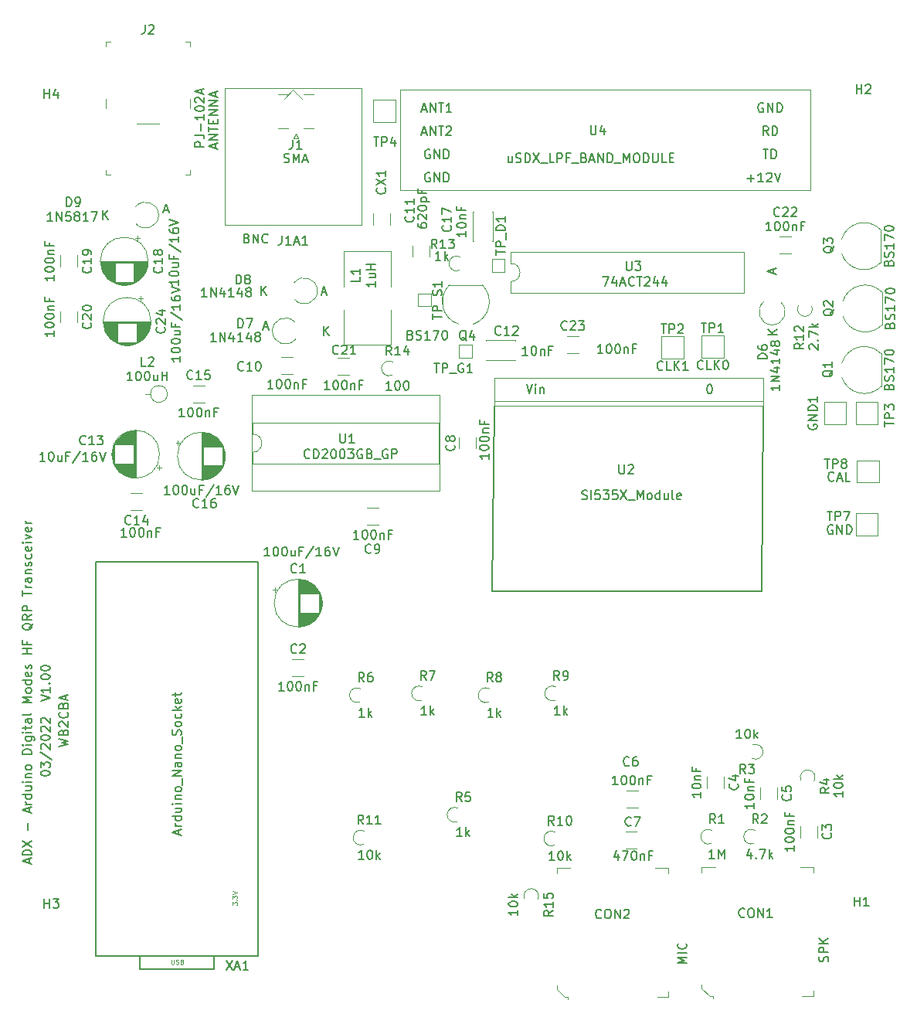
<source format=gto>
G04 #@! TF.GenerationSoftware,KiCad,Pcbnew,(5.1.9)-1*
G04 #@! TF.CreationDate,2022-03-10T18:33:41-05:00*
G04 #@! TF.ProjectId,ADX,4144582e-6b69-4636-9164-5f7063625858,rev?*
G04 #@! TF.SameCoordinates,Original*
G04 #@! TF.FileFunction,Legend,Top*
G04 #@! TF.FilePolarity,Positive*
%FSLAX46Y46*%
G04 Gerber Fmt 4.6, Leading zero omitted, Abs format (unit mm)*
G04 Created by KiCad (PCBNEW (5.1.9)-1) date 2022-03-10 18:33:41*
%MOMM*%
%LPD*%
G01*
G04 APERTURE LIST*
%ADD10C,0.150000*%
%ADD11C,0.120000*%
%ADD12C,0.100000*%
%ADD13C,0.075000*%
G04 APERTURE END LIST*
D10*
X63652380Y-85033333D02*
X64652380Y-84795238D01*
X63938095Y-84604761D01*
X64652380Y-84414285D01*
X63652380Y-84176190D01*
X64128571Y-83461904D02*
X64176190Y-83319047D01*
X64223809Y-83271428D01*
X64319047Y-83223809D01*
X64461904Y-83223809D01*
X64557142Y-83271428D01*
X64604761Y-83319047D01*
X64652380Y-83414285D01*
X64652380Y-83795238D01*
X63652380Y-83795238D01*
X63652380Y-83461904D01*
X63700000Y-83366666D01*
X63747619Y-83319047D01*
X63842857Y-83271428D01*
X63938095Y-83271428D01*
X64033333Y-83319047D01*
X64080952Y-83366666D01*
X64128571Y-83461904D01*
X64128571Y-83795238D01*
X63747619Y-82842857D02*
X63700000Y-82795238D01*
X63652380Y-82700000D01*
X63652380Y-82461904D01*
X63700000Y-82366666D01*
X63747619Y-82319047D01*
X63842857Y-82271428D01*
X63938095Y-82271428D01*
X64080952Y-82319047D01*
X64652380Y-82890476D01*
X64652380Y-82271428D01*
X64557142Y-81271428D02*
X64604761Y-81319047D01*
X64652380Y-81461904D01*
X64652380Y-81557142D01*
X64604761Y-81700000D01*
X64509523Y-81795238D01*
X64414285Y-81842857D01*
X64223809Y-81890476D01*
X64080952Y-81890476D01*
X63890476Y-81842857D01*
X63795238Y-81795238D01*
X63700000Y-81700000D01*
X63652380Y-81557142D01*
X63652380Y-81461904D01*
X63700000Y-81319047D01*
X63747619Y-81271428D01*
X64128571Y-80509523D02*
X64176190Y-80366666D01*
X64223809Y-80319047D01*
X64319047Y-80271428D01*
X64461904Y-80271428D01*
X64557142Y-80319047D01*
X64604761Y-80366666D01*
X64652380Y-80461904D01*
X64652380Y-80842857D01*
X63652380Y-80842857D01*
X63652380Y-80509523D01*
X63700000Y-80414285D01*
X63747619Y-80366666D01*
X63842857Y-80319047D01*
X63938095Y-80319047D01*
X64033333Y-80366666D01*
X64080952Y-80414285D01*
X64128571Y-80509523D01*
X64128571Y-80842857D01*
X64366666Y-79890476D02*
X64366666Y-79414285D01*
X64652380Y-79985714D02*
X63652380Y-79652380D01*
X64652380Y-79319047D01*
X61652380Y-88009523D02*
X61652380Y-87914285D01*
X61700000Y-87819047D01*
X61747619Y-87771428D01*
X61842857Y-87723809D01*
X62033333Y-87676190D01*
X62271428Y-87676190D01*
X62461904Y-87723809D01*
X62557142Y-87771428D01*
X62604761Y-87819047D01*
X62652380Y-87914285D01*
X62652380Y-88009523D01*
X62604761Y-88104761D01*
X62557142Y-88152380D01*
X62461904Y-88200000D01*
X62271428Y-88247619D01*
X62033333Y-88247619D01*
X61842857Y-88200000D01*
X61747619Y-88152380D01*
X61700000Y-88104761D01*
X61652380Y-88009523D01*
X61652380Y-87342857D02*
X61652380Y-86723809D01*
X62033333Y-87057142D01*
X62033333Y-86914285D01*
X62080952Y-86819047D01*
X62128571Y-86771428D01*
X62223809Y-86723809D01*
X62461904Y-86723809D01*
X62557142Y-86771428D01*
X62604761Y-86819047D01*
X62652380Y-86914285D01*
X62652380Y-87200000D01*
X62604761Y-87295238D01*
X62557142Y-87342857D01*
X61604761Y-85580952D02*
X62890476Y-86438095D01*
X61747619Y-85295238D02*
X61700000Y-85247619D01*
X61652380Y-85152380D01*
X61652380Y-84914285D01*
X61700000Y-84819047D01*
X61747619Y-84771428D01*
X61842857Y-84723809D01*
X61938095Y-84723809D01*
X62080952Y-84771428D01*
X62652380Y-85342857D01*
X62652380Y-84723809D01*
X61652380Y-84104761D02*
X61652380Y-84009523D01*
X61700000Y-83914285D01*
X61747619Y-83866666D01*
X61842857Y-83819047D01*
X62033333Y-83771428D01*
X62271428Y-83771428D01*
X62461904Y-83819047D01*
X62557142Y-83866666D01*
X62604761Y-83914285D01*
X62652380Y-84009523D01*
X62652380Y-84104761D01*
X62604761Y-84200000D01*
X62557142Y-84247619D01*
X62461904Y-84295238D01*
X62271428Y-84342857D01*
X62033333Y-84342857D01*
X61842857Y-84295238D01*
X61747619Y-84247619D01*
X61700000Y-84200000D01*
X61652380Y-84104761D01*
X61747619Y-83390476D02*
X61700000Y-83342857D01*
X61652380Y-83247619D01*
X61652380Y-83009523D01*
X61700000Y-82914285D01*
X61747619Y-82866666D01*
X61842857Y-82819047D01*
X61938095Y-82819047D01*
X62080952Y-82866666D01*
X62652380Y-83438095D01*
X62652380Y-82819047D01*
X61747619Y-82438095D02*
X61700000Y-82390476D01*
X61652380Y-82295238D01*
X61652380Y-82057142D01*
X61700000Y-81961904D01*
X61747619Y-81914285D01*
X61842857Y-81866666D01*
X61938095Y-81866666D01*
X62080952Y-81914285D01*
X62652380Y-82485714D01*
X62652380Y-81866666D01*
X61652380Y-80057142D02*
X62652380Y-79723809D01*
X61652380Y-79390476D01*
X62652380Y-78533333D02*
X62652380Y-79104761D01*
X62652380Y-78819047D02*
X61652380Y-78819047D01*
X61795238Y-78914285D01*
X61890476Y-79009523D01*
X61938095Y-79104761D01*
X62557142Y-78104761D02*
X62604761Y-78057142D01*
X62652380Y-78104761D01*
X62604761Y-78152380D01*
X62557142Y-78104761D01*
X62652380Y-78104761D01*
X61652380Y-77438095D02*
X61652380Y-77342857D01*
X61700000Y-77247619D01*
X61747619Y-77200000D01*
X61842857Y-77152380D01*
X62033333Y-77104761D01*
X62271428Y-77104761D01*
X62461904Y-77152380D01*
X62557142Y-77200000D01*
X62604761Y-77247619D01*
X62652380Y-77342857D01*
X62652380Y-77438095D01*
X62604761Y-77533333D01*
X62557142Y-77580952D01*
X62461904Y-77628571D01*
X62271428Y-77676190D01*
X62033333Y-77676190D01*
X61842857Y-77628571D01*
X61747619Y-77580952D01*
X61700000Y-77533333D01*
X61652380Y-77438095D01*
X61652380Y-76485714D02*
X61652380Y-76390476D01*
X61700000Y-76295238D01*
X61747619Y-76247619D01*
X61842857Y-76200000D01*
X62033333Y-76152380D01*
X62271428Y-76152380D01*
X62461904Y-76200000D01*
X62557142Y-76247619D01*
X62604761Y-76295238D01*
X62652380Y-76390476D01*
X62652380Y-76485714D01*
X62604761Y-76580952D01*
X62557142Y-76628571D01*
X62461904Y-76676190D01*
X62271428Y-76723809D01*
X62033333Y-76723809D01*
X61842857Y-76676190D01*
X61747619Y-76628571D01*
X61700000Y-76580952D01*
X61652380Y-76485714D01*
X60366666Y-97814285D02*
X60366666Y-97338095D01*
X60652380Y-97909523D02*
X59652380Y-97576190D01*
X60652380Y-97242857D01*
X60652380Y-96909523D02*
X59652380Y-96909523D01*
X59652380Y-96671428D01*
X59700000Y-96528571D01*
X59795238Y-96433333D01*
X59890476Y-96385714D01*
X60080952Y-96338095D01*
X60223809Y-96338095D01*
X60414285Y-96385714D01*
X60509523Y-96433333D01*
X60604761Y-96528571D01*
X60652380Y-96671428D01*
X60652380Y-96909523D01*
X59652380Y-96004761D02*
X60652380Y-95338095D01*
X59652380Y-95338095D02*
X60652380Y-96004761D01*
X60271428Y-94195238D02*
X60271428Y-93433333D01*
X60366666Y-92242857D02*
X60366666Y-91766666D01*
X60652380Y-92338095D02*
X59652380Y-92004761D01*
X60652380Y-91671428D01*
X60652380Y-91338095D02*
X59985714Y-91338095D01*
X60176190Y-91338095D02*
X60080952Y-91290476D01*
X60033333Y-91242857D01*
X59985714Y-91147619D01*
X59985714Y-91052380D01*
X60652380Y-90290476D02*
X59652380Y-90290476D01*
X60604761Y-90290476D02*
X60652380Y-90385714D01*
X60652380Y-90576190D01*
X60604761Y-90671428D01*
X60557142Y-90719047D01*
X60461904Y-90766666D01*
X60176190Y-90766666D01*
X60080952Y-90719047D01*
X60033333Y-90671428D01*
X59985714Y-90576190D01*
X59985714Y-90385714D01*
X60033333Y-90290476D01*
X59985714Y-89385714D02*
X60652380Y-89385714D01*
X59985714Y-89814285D02*
X60509523Y-89814285D01*
X60604761Y-89766666D01*
X60652380Y-89671428D01*
X60652380Y-89528571D01*
X60604761Y-89433333D01*
X60557142Y-89385714D01*
X60652380Y-88909523D02*
X59985714Y-88909523D01*
X59652380Y-88909523D02*
X59700000Y-88957142D01*
X59747619Y-88909523D01*
X59700000Y-88861904D01*
X59652380Y-88909523D01*
X59747619Y-88909523D01*
X59985714Y-88433333D02*
X60652380Y-88433333D01*
X60080952Y-88433333D02*
X60033333Y-88385714D01*
X59985714Y-88290476D01*
X59985714Y-88147619D01*
X60033333Y-88052380D01*
X60128571Y-88004761D01*
X60652380Y-88004761D01*
X60652380Y-87385714D02*
X60604761Y-87480952D01*
X60557142Y-87528571D01*
X60461904Y-87576190D01*
X60176190Y-87576190D01*
X60080952Y-87528571D01*
X60033333Y-87480952D01*
X59985714Y-87385714D01*
X59985714Y-87242857D01*
X60033333Y-87147619D01*
X60080952Y-87100000D01*
X60176190Y-87052380D01*
X60461904Y-87052380D01*
X60557142Y-87100000D01*
X60604761Y-87147619D01*
X60652380Y-87242857D01*
X60652380Y-87385714D01*
X60652380Y-85861904D02*
X59652380Y-85861904D01*
X59652380Y-85623809D01*
X59700000Y-85480952D01*
X59795238Y-85385714D01*
X59890476Y-85338095D01*
X60080952Y-85290476D01*
X60223809Y-85290476D01*
X60414285Y-85338095D01*
X60509523Y-85385714D01*
X60604761Y-85480952D01*
X60652380Y-85623809D01*
X60652380Y-85861904D01*
X60652380Y-84861904D02*
X59985714Y-84861904D01*
X59652380Y-84861904D02*
X59700000Y-84909523D01*
X59747619Y-84861904D01*
X59700000Y-84814285D01*
X59652380Y-84861904D01*
X59747619Y-84861904D01*
X59985714Y-83957142D02*
X60795238Y-83957142D01*
X60890476Y-84004761D01*
X60938095Y-84052380D01*
X60985714Y-84147619D01*
X60985714Y-84290476D01*
X60938095Y-84385714D01*
X60604761Y-83957142D02*
X60652380Y-84052380D01*
X60652380Y-84242857D01*
X60604761Y-84338095D01*
X60557142Y-84385714D01*
X60461904Y-84433333D01*
X60176190Y-84433333D01*
X60080952Y-84385714D01*
X60033333Y-84338095D01*
X59985714Y-84242857D01*
X59985714Y-84052380D01*
X60033333Y-83957142D01*
X60652380Y-83480952D02*
X59985714Y-83480952D01*
X59652380Y-83480952D02*
X59700000Y-83528571D01*
X59747619Y-83480952D01*
X59700000Y-83433333D01*
X59652380Y-83480952D01*
X59747619Y-83480952D01*
X59985714Y-83147619D02*
X59985714Y-82766666D01*
X59652380Y-83004761D02*
X60509523Y-83004761D01*
X60604761Y-82957142D01*
X60652380Y-82861904D01*
X60652380Y-82766666D01*
X60652380Y-82004761D02*
X60128571Y-82004761D01*
X60033333Y-82052380D01*
X59985714Y-82147619D01*
X59985714Y-82338095D01*
X60033333Y-82433333D01*
X60604761Y-82004761D02*
X60652380Y-82100000D01*
X60652380Y-82338095D01*
X60604761Y-82433333D01*
X60509523Y-82480952D01*
X60414285Y-82480952D01*
X60319047Y-82433333D01*
X60271428Y-82338095D01*
X60271428Y-82100000D01*
X60223809Y-82004761D01*
X60652380Y-81385714D02*
X60604761Y-81480952D01*
X60509523Y-81528571D01*
X59652380Y-81528571D01*
X60652380Y-80242857D02*
X59652380Y-80242857D01*
X60366666Y-79909523D01*
X59652380Y-79576190D01*
X60652380Y-79576190D01*
X60652380Y-78957142D02*
X60604761Y-79052380D01*
X60557142Y-79100000D01*
X60461904Y-79147619D01*
X60176190Y-79147619D01*
X60080952Y-79100000D01*
X60033333Y-79052380D01*
X59985714Y-78957142D01*
X59985714Y-78814285D01*
X60033333Y-78719047D01*
X60080952Y-78671428D01*
X60176190Y-78623809D01*
X60461904Y-78623809D01*
X60557142Y-78671428D01*
X60604761Y-78719047D01*
X60652380Y-78814285D01*
X60652380Y-78957142D01*
X60652380Y-77766666D02*
X59652380Y-77766666D01*
X60604761Y-77766666D02*
X60652380Y-77861904D01*
X60652380Y-78052380D01*
X60604761Y-78147619D01*
X60557142Y-78195238D01*
X60461904Y-78242857D01*
X60176190Y-78242857D01*
X60080952Y-78195238D01*
X60033333Y-78147619D01*
X59985714Y-78052380D01*
X59985714Y-77861904D01*
X60033333Y-77766666D01*
X60604761Y-76909523D02*
X60652380Y-77004761D01*
X60652380Y-77195238D01*
X60604761Y-77290476D01*
X60509523Y-77338095D01*
X60128571Y-77338095D01*
X60033333Y-77290476D01*
X59985714Y-77195238D01*
X59985714Y-77004761D01*
X60033333Y-76909523D01*
X60128571Y-76861904D01*
X60223809Y-76861904D01*
X60319047Y-77338095D01*
X60604761Y-76480952D02*
X60652380Y-76385714D01*
X60652380Y-76195238D01*
X60604761Y-76100000D01*
X60509523Y-76052380D01*
X60461904Y-76052380D01*
X60366666Y-76100000D01*
X60319047Y-76195238D01*
X60319047Y-76338095D01*
X60271428Y-76433333D01*
X60176190Y-76480952D01*
X60128571Y-76480952D01*
X60033333Y-76433333D01*
X59985714Y-76338095D01*
X59985714Y-76195238D01*
X60033333Y-76100000D01*
X60652380Y-74861904D02*
X59652380Y-74861904D01*
X60128571Y-74861904D02*
X60128571Y-74290476D01*
X60652380Y-74290476D02*
X59652380Y-74290476D01*
X60128571Y-73480952D02*
X60128571Y-73814285D01*
X60652380Y-73814285D02*
X59652380Y-73814285D01*
X59652380Y-73338095D01*
X60747619Y-71528571D02*
X60700000Y-71623809D01*
X60604761Y-71719047D01*
X60461904Y-71861904D01*
X60414285Y-71957142D01*
X60414285Y-72052380D01*
X60652380Y-72004761D02*
X60604761Y-72100000D01*
X60509523Y-72195238D01*
X60319047Y-72242857D01*
X59985714Y-72242857D01*
X59795238Y-72195238D01*
X59700000Y-72100000D01*
X59652380Y-72004761D01*
X59652380Y-71814285D01*
X59700000Y-71719047D01*
X59795238Y-71623809D01*
X59985714Y-71576190D01*
X60319047Y-71576190D01*
X60509523Y-71623809D01*
X60604761Y-71719047D01*
X60652380Y-71814285D01*
X60652380Y-72004761D01*
X60652380Y-70576190D02*
X60176190Y-70909523D01*
X60652380Y-71147619D02*
X59652380Y-71147619D01*
X59652380Y-70766666D01*
X59700000Y-70671428D01*
X59747619Y-70623809D01*
X59842857Y-70576190D01*
X59985714Y-70576190D01*
X60080952Y-70623809D01*
X60128571Y-70671428D01*
X60176190Y-70766666D01*
X60176190Y-71147619D01*
X60652380Y-70147619D02*
X59652380Y-70147619D01*
X59652380Y-69766666D01*
X59700000Y-69671428D01*
X59747619Y-69623809D01*
X59842857Y-69576190D01*
X59985714Y-69576190D01*
X60080952Y-69623809D01*
X60128571Y-69671428D01*
X60176190Y-69766666D01*
X60176190Y-70147619D01*
X59652380Y-68528571D02*
X59652380Y-67957142D01*
X60652380Y-68242857D02*
X59652380Y-68242857D01*
X60652380Y-67623809D02*
X59985714Y-67623809D01*
X60176190Y-67623809D02*
X60080952Y-67576190D01*
X60033333Y-67528571D01*
X59985714Y-67433333D01*
X59985714Y-67338095D01*
X60652380Y-66576190D02*
X60128571Y-66576190D01*
X60033333Y-66623809D01*
X59985714Y-66719047D01*
X59985714Y-66909523D01*
X60033333Y-67004761D01*
X60604761Y-66576190D02*
X60652380Y-66671428D01*
X60652380Y-66909523D01*
X60604761Y-67004761D01*
X60509523Y-67052380D01*
X60414285Y-67052380D01*
X60319047Y-67004761D01*
X60271428Y-66909523D01*
X60271428Y-66671428D01*
X60223809Y-66576190D01*
X59985714Y-66100000D02*
X60652380Y-66100000D01*
X60080952Y-66100000D02*
X60033333Y-66052380D01*
X59985714Y-65957142D01*
X59985714Y-65814285D01*
X60033333Y-65719047D01*
X60128571Y-65671428D01*
X60652380Y-65671428D01*
X60604761Y-65242857D02*
X60652380Y-65147619D01*
X60652380Y-64957142D01*
X60604761Y-64861904D01*
X60509523Y-64814285D01*
X60461904Y-64814285D01*
X60366666Y-64861904D01*
X60319047Y-64957142D01*
X60319047Y-65100000D01*
X60271428Y-65195238D01*
X60176190Y-65242857D01*
X60128571Y-65242857D01*
X60033333Y-65195238D01*
X59985714Y-65100000D01*
X59985714Y-64957142D01*
X60033333Y-64861904D01*
X60604761Y-63957142D02*
X60652380Y-64052380D01*
X60652380Y-64242857D01*
X60604761Y-64338095D01*
X60557142Y-64385714D01*
X60461904Y-64433333D01*
X60176190Y-64433333D01*
X60080952Y-64385714D01*
X60033333Y-64338095D01*
X59985714Y-64242857D01*
X59985714Y-64052380D01*
X60033333Y-63957142D01*
X60604761Y-63147619D02*
X60652380Y-63242857D01*
X60652380Y-63433333D01*
X60604761Y-63528571D01*
X60509523Y-63576190D01*
X60128571Y-63576190D01*
X60033333Y-63528571D01*
X59985714Y-63433333D01*
X59985714Y-63242857D01*
X60033333Y-63147619D01*
X60128571Y-63100000D01*
X60223809Y-63100000D01*
X60319047Y-63576190D01*
X60652380Y-62671428D02*
X59985714Y-62671428D01*
X59652380Y-62671428D02*
X59700000Y-62719047D01*
X59747619Y-62671428D01*
X59700000Y-62623809D01*
X59652380Y-62671428D01*
X59747619Y-62671428D01*
X59985714Y-62290476D02*
X60652380Y-62052380D01*
X59985714Y-61814285D01*
X60604761Y-61052380D02*
X60652380Y-61147619D01*
X60652380Y-61338095D01*
X60604761Y-61433333D01*
X60509523Y-61480952D01*
X60128571Y-61480952D01*
X60033333Y-61433333D01*
X59985714Y-61338095D01*
X59985714Y-61147619D01*
X60033333Y-61052380D01*
X60128571Y-61004761D01*
X60223809Y-61004761D01*
X60319047Y-61480952D01*
X60652380Y-60576190D02*
X59985714Y-60576190D01*
X60176190Y-60576190D02*
X60080952Y-60528571D01*
X60033333Y-60480952D01*
X59985714Y-60385714D01*
X59985714Y-60290476D01*
X75161904Y-26266666D02*
X75638095Y-26266666D01*
X75066666Y-26552380D02*
X75400000Y-25552380D01*
X75733333Y-26552380D01*
X86061904Y-39066666D02*
X86538095Y-39066666D01*
X85966666Y-39352380D02*
X86300000Y-38352380D01*
X86633333Y-39352380D01*
X92461904Y-35266666D02*
X92938095Y-35266666D01*
X92366666Y-35552380D02*
X92700000Y-34552380D01*
X93033333Y-35552380D01*
X142352380Y-39861904D02*
X141352380Y-39861904D01*
X142352380Y-39290476D02*
X141780952Y-39719047D01*
X141352380Y-39290476D02*
X141923809Y-39861904D01*
X80766666Y-19471428D02*
X80766666Y-18995238D01*
X81052380Y-19566666D02*
X80052380Y-19233333D01*
X81052380Y-18900000D01*
X81052380Y-18566666D02*
X80052380Y-18566666D01*
X81052380Y-17995238D01*
X80052380Y-17995238D01*
X80052380Y-17661904D02*
X80052380Y-17090476D01*
X81052380Y-17376190D02*
X80052380Y-17376190D01*
X80528571Y-16757142D02*
X80528571Y-16423809D01*
X81052380Y-16280952D02*
X81052380Y-16757142D01*
X80052380Y-16757142D01*
X80052380Y-16280952D01*
X81052380Y-15852380D02*
X80052380Y-15852380D01*
X81052380Y-15280952D01*
X80052380Y-15280952D01*
X81052380Y-14804761D02*
X80052380Y-14804761D01*
X81052380Y-14233333D01*
X80052380Y-14233333D01*
X80766666Y-13804761D02*
X80766666Y-13328571D01*
X81052380Y-13900000D02*
X80052380Y-13566666D01*
X81052380Y-13233333D01*
X140700000Y-68000000D02*
X140802000Y-47682000D01*
X111100000Y-68000000D02*
X140700000Y-68000000D01*
X111400000Y-47700000D02*
X111100000Y-68000000D01*
D11*
X147500000Y-47300000D02*
X149900000Y-47300000D01*
X149900000Y-47300000D02*
X149900000Y-49700000D01*
X149900000Y-49700000D02*
X147500000Y-49700000D01*
X147500000Y-49700000D02*
X147500000Y-47300000D01*
X114650641Y-101720095D02*
G75*
G02*
X116100000Y-101817133I749359J320095D01*
G01*
X103000000Y-35400000D02*
X104400000Y-35400000D01*
X103000000Y-36800000D02*
X103000000Y-35400000D01*
X104400000Y-36800000D02*
X103000000Y-36800000D01*
X104400000Y-35400000D02*
X104400000Y-36800000D01*
X108900000Y-41000000D02*
X108900000Y-42400000D01*
X107500000Y-41000000D02*
X108900000Y-41000000D01*
X107500000Y-42400000D02*
X107500000Y-41000000D01*
X108900000Y-42400000D02*
X107500000Y-42400000D01*
X112500000Y-33000000D02*
X111100000Y-33000000D01*
X112500000Y-31600000D02*
X112500000Y-33000000D01*
X111100000Y-31600000D02*
X112500000Y-31600000D01*
X111100000Y-33000000D02*
X111100000Y-31600000D01*
X151100000Y-56100000D02*
X151100000Y-53700000D01*
X153500000Y-56100000D02*
X151100000Y-56100000D01*
X153500000Y-53700000D02*
X153500000Y-56100000D01*
X151100000Y-53700000D02*
X153500000Y-53700000D01*
X151000000Y-61900000D02*
X151000000Y-59500000D01*
X153400000Y-61900000D02*
X151000000Y-61900000D01*
X153400000Y-59500000D02*
X153400000Y-61900000D01*
X151000000Y-59500000D02*
X153400000Y-59500000D01*
X98100000Y-16600000D02*
X98100000Y-14200000D01*
X100500000Y-16600000D02*
X98100000Y-16600000D01*
X100500000Y-14200000D02*
X100500000Y-16600000D01*
X98100000Y-14200000D02*
X100500000Y-14200000D01*
X151000000Y-49700000D02*
X151000000Y-47300000D01*
X153400000Y-49700000D02*
X151000000Y-49700000D01*
X153400000Y-47300000D02*
X153400000Y-49700000D01*
X151000000Y-47300000D02*
X153400000Y-47300000D01*
X129700000Y-42500000D02*
X129700000Y-40100000D01*
X132100000Y-42500000D02*
X129700000Y-42500000D01*
X132100000Y-40100000D02*
X132100000Y-42500000D01*
X129700000Y-40100000D02*
X132100000Y-40100000D01*
X134100000Y-42400000D02*
X134100000Y-40000000D01*
X136500000Y-42400000D02*
X134100000Y-42400000D01*
X136500000Y-40000000D02*
X136500000Y-42400000D01*
X134100000Y-40000000D02*
X136500000Y-40000000D01*
X100120095Y-44349359D02*
G75*
G02*
X100217133Y-42900000I-320095J749359D01*
G01*
X107520095Y-32849359D02*
G75*
G02*
X107617133Y-31400000I-320095J749359D01*
G01*
X146149359Y-36779905D02*
G75*
G02*
X144700000Y-36682867I-749359J-320095D01*
G01*
X97020095Y-95749359D02*
G75*
G02*
X97117133Y-94300000I-320095J749359D01*
G01*
X117920095Y-95849359D02*
G75*
G02*
X118017133Y-94400000I-320095J749359D01*
G01*
X118020095Y-79949359D02*
G75*
G02*
X118117133Y-78500000I-320095J749359D01*
G01*
X110720095Y-80149359D02*
G75*
G02*
X110817133Y-78700000I-320095J749359D01*
G01*
X103420095Y-79949359D02*
G75*
G02*
X103517133Y-78500000I-320095J749359D01*
G01*
X96620095Y-80149359D02*
G75*
G02*
X96717133Y-78700000I-320095J749359D01*
G01*
X107320095Y-93249359D02*
G75*
G02*
X107417133Y-91800000I-320095J749359D01*
G01*
X144950641Y-88720095D02*
G75*
G02*
X146400000Y-88817133I749359J320095D01*
G01*
X139679905Y-84850641D02*
G75*
G02*
X139582867Y-86300000I320095J-749359D01*
G01*
X139820095Y-95649359D02*
G75*
G02*
X139917133Y-94200000I-320095J749359D01*
G01*
X135120095Y-95649359D02*
G75*
G02*
X135217133Y-94200000I-320095J749359D01*
G01*
X94820000Y-30780000D02*
X100060000Y-30780000D01*
X94820000Y-41020000D02*
X100060000Y-41020000D01*
X100060000Y-34645000D02*
X100060000Y-30780000D01*
X100060000Y-41020000D02*
X100060000Y-37155000D01*
X94820000Y-34645000D02*
X94820000Y-30780000D01*
X94820000Y-41020000D02*
X94820000Y-37155000D01*
X73680000Y-46400000D02*
X73060000Y-46400000D01*
X75520000Y-46400000D02*
G75*
G03*
X75520000Y-46400000I-920000J0D01*
G01*
X72086150Y-27768866D02*
G75*
G03*
X72026761Y-25900000I1053850J968866D01*
G01*
X89486150Y-36068866D02*
G75*
G03*
X89426761Y-34200000I1053850J968866D01*
G01*
X89513850Y-38531134D02*
G75*
G03*
X89573239Y-40400000I-1053850J-968866D01*
G01*
X142768866Y-36346150D02*
G75*
G02*
X140900000Y-36286761I-968866J-1053850D01*
G01*
X98080000Y-26621000D02*
X98080000Y-27879000D01*
X99920000Y-26621000D02*
X99920000Y-27879000D01*
X76695225Y-51475000D02*
X76695225Y-51975000D01*
X76445225Y-51725000D02*
X76945225Y-51725000D01*
X81851000Y-52916000D02*
X81851000Y-53484000D01*
X81811000Y-52682000D02*
X81811000Y-53718000D01*
X81771000Y-52523000D02*
X81771000Y-53877000D01*
X81731000Y-52395000D02*
X81731000Y-54005000D01*
X81691000Y-52285000D02*
X81691000Y-54115000D01*
X81651000Y-52189000D02*
X81651000Y-54211000D01*
X81611000Y-52102000D02*
X81611000Y-54298000D01*
X81571000Y-52022000D02*
X81571000Y-54378000D01*
X81531000Y-54240000D02*
X81531000Y-54451000D01*
X81531000Y-51949000D02*
X81531000Y-52160000D01*
X81491000Y-54240000D02*
X81491000Y-54519000D01*
X81491000Y-51881000D02*
X81491000Y-52160000D01*
X81451000Y-54240000D02*
X81451000Y-54583000D01*
X81451000Y-51817000D02*
X81451000Y-52160000D01*
X81411000Y-54240000D02*
X81411000Y-54643000D01*
X81411000Y-51757000D02*
X81411000Y-52160000D01*
X81371000Y-54240000D02*
X81371000Y-54700000D01*
X81371000Y-51700000D02*
X81371000Y-52160000D01*
X81331000Y-54240000D02*
X81331000Y-54754000D01*
X81331000Y-51646000D02*
X81331000Y-52160000D01*
X81291000Y-54240000D02*
X81291000Y-54805000D01*
X81291000Y-51595000D02*
X81291000Y-52160000D01*
X81251000Y-54240000D02*
X81251000Y-54853000D01*
X81251000Y-51547000D02*
X81251000Y-52160000D01*
X81211000Y-54240000D02*
X81211000Y-54899000D01*
X81211000Y-51501000D02*
X81211000Y-52160000D01*
X81171000Y-54240000D02*
X81171000Y-54943000D01*
X81171000Y-51457000D02*
X81171000Y-52160000D01*
X81131000Y-54240000D02*
X81131000Y-54985000D01*
X81131000Y-51415000D02*
X81131000Y-52160000D01*
X81091000Y-54240000D02*
X81091000Y-55026000D01*
X81091000Y-51374000D02*
X81091000Y-52160000D01*
X81051000Y-54240000D02*
X81051000Y-55064000D01*
X81051000Y-51336000D02*
X81051000Y-52160000D01*
X81011000Y-54240000D02*
X81011000Y-55101000D01*
X81011000Y-51299000D02*
X81011000Y-52160000D01*
X80971000Y-54240000D02*
X80971000Y-55137000D01*
X80971000Y-51263000D02*
X80971000Y-52160000D01*
X80931000Y-54240000D02*
X80931000Y-55171000D01*
X80931000Y-51229000D02*
X80931000Y-52160000D01*
X80891000Y-54240000D02*
X80891000Y-55204000D01*
X80891000Y-51196000D02*
X80891000Y-52160000D01*
X80851000Y-54240000D02*
X80851000Y-55235000D01*
X80851000Y-51165000D02*
X80851000Y-52160000D01*
X80811000Y-54240000D02*
X80811000Y-55265000D01*
X80811000Y-51135000D02*
X80811000Y-52160000D01*
X80771000Y-54240000D02*
X80771000Y-55295000D01*
X80771000Y-51105000D02*
X80771000Y-52160000D01*
X80731000Y-54240000D02*
X80731000Y-55322000D01*
X80731000Y-51078000D02*
X80731000Y-52160000D01*
X80691000Y-54240000D02*
X80691000Y-55349000D01*
X80691000Y-51051000D02*
X80691000Y-52160000D01*
X80651000Y-54240000D02*
X80651000Y-55375000D01*
X80651000Y-51025000D02*
X80651000Y-52160000D01*
X80611000Y-54240000D02*
X80611000Y-55400000D01*
X80611000Y-51000000D02*
X80611000Y-52160000D01*
X80571000Y-54240000D02*
X80571000Y-55424000D01*
X80571000Y-50976000D02*
X80571000Y-52160000D01*
X80531000Y-54240000D02*
X80531000Y-55447000D01*
X80531000Y-50953000D02*
X80531000Y-52160000D01*
X80491000Y-54240000D02*
X80491000Y-55468000D01*
X80491000Y-50932000D02*
X80491000Y-52160000D01*
X80451000Y-54240000D02*
X80451000Y-55490000D01*
X80451000Y-50910000D02*
X80451000Y-52160000D01*
X80411000Y-54240000D02*
X80411000Y-55510000D01*
X80411000Y-50890000D02*
X80411000Y-52160000D01*
X80371000Y-54240000D02*
X80371000Y-55529000D01*
X80371000Y-50871000D02*
X80371000Y-52160000D01*
X80331000Y-54240000D02*
X80331000Y-55548000D01*
X80331000Y-50852000D02*
X80331000Y-52160000D01*
X80291000Y-54240000D02*
X80291000Y-55565000D01*
X80291000Y-50835000D02*
X80291000Y-52160000D01*
X80251000Y-54240000D02*
X80251000Y-55582000D01*
X80251000Y-50818000D02*
X80251000Y-52160000D01*
X80211000Y-54240000D02*
X80211000Y-55598000D01*
X80211000Y-50802000D02*
X80211000Y-52160000D01*
X80171000Y-54240000D02*
X80171000Y-55614000D01*
X80171000Y-50786000D02*
X80171000Y-52160000D01*
X80131000Y-54240000D02*
X80131000Y-55628000D01*
X80131000Y-50772000D02*
X80131000Y-52160000D01*
X80091000Y-54240000D02*
X80091000Y-55642000D01*
X80091000Y-50758000D02*
X80091000Y-52160000D01*
X80051000Y-54240000D02*
X80051000Y-55655000D01*
X80051000Y-50745000D02*
X80051000Y-52160000D01*
X80011000Y-54240000D02*
X80011000Y-55668000D01*
X80011000Y-50732000D02*
X80011000Y-52160000D01*
X79971000Y-54240000D02*
X79971000Y-55680000D01*
X79971000Y-50720000D02*
X79971000Y-52160000D01*
X79930000Y-54240000D02*
X79930000Y-55691000D01*
X79930000Y-50709000D02*
X79930000Y-52160000D01*
X79890000Y-54240000D02*
X79890000Y-55701000D01*
X79890000Y-50699000D02*
X79890000Y-52160000D01*
X79850000Y-54240000D02*
X79850000Y-55711000D01*
X79850000Y-50689000D02*
X79850000Y-52160000D01*
X79810000Y-54240000D02*
X79810000Y-55720000D01*
X79810000Y-50680000D02*
X79810000Y-52160000D01*
X79770000Y-54240000D02*
X79770000Y-55728000D01*
X79770000Y-50672000D02*
X79770000Y-52160000D01*
X79730000Y-54240000D02*
X79730000Y-55736000D01*
X79730000Y-50664000D02*
X79730000Y-52160000D01*
X79690000Y-54240000D02*
X79690000Y-55743000D01*
X79690000Y-50657000D02*
X79690000Y-52160000D01*
X79650000Y-54240000D02*
X79650000Y-55750000D01*
X79650000Y-50650000D02*
X79650000Y-52160000D01*
X79610000Y-54240000D02*
X79610000Y-55756000D01*
X79610000Y-50644000D02*
X79610000Y-52160000D01*
X79570000Y-54240000D02*
X79570000Y-55761000D01*
X79570000Y-50639000D02*
X79570000Y-52160000D01*
X79530000Y-54240000D02*
X79530000Y-55765000D01*
X79530000Y-50635000D02*
X79530000Y-52160000D01*
X79490000Y-54240000D02*
X79490000Y-55769000D01*
X79490000Y-50631000D02*
X79490000Y-52160000D01*
X79450000Y-50627000D02*
X79450000Y-55773000D01*
X79410000Y-50624000D02*
X79410000Y-55776000D01*
X79370000Y-50622000D02*
X79370000Y-55778000D01*
X79330000Y-50621000D02*
X79330000Y-55779000D01*
X79290000Y-50620000D02*
X79290000Y-55780000D01*
X79250000Y-50620000D02*
X79250000Y-55780000D01*
X81870000Y-53200000D02*
G75*
G03*
X81870000Y-53200000I-2620000J0D01*
G01*
X78321000Y-47320000D02*
X79579000Y-47320000D01*
X78321000Y-45480000D02*
X79579000Y-45480000D01*
X72779000Y-57280000D02*
X71521000Y-57280000D01*
X72779000Y-59120000D02*
X71521000Y-59120000D01*
X74604775Y-54725000D02*
X74604775Y-54225000D01*
X74854775Y-54475000D02*
X74354775Y-54475000D01*
X69449000Y-53284000D02*
X69449000Y-52716000D01*
X69489000Y-53518000D02*
X69489000Y-52482000D01*
X69529000Y-53677000D02*
X69529000Y-52323000D01*
X69569000Y-53805000D02*
X69569000Y-52195000D01*
X69609000Y-53915000D02*
X69609000Y-52085000D01*
X69649000Y-54011000D02*
X69649000Y-51989000D01*
X69689000Y-54098000D02*
X69689000Y-51902000D01*
X69729000Y-54178000D02*
X69729000Y-51822000D01*
X69769000Y-51960000D02*
X69769000Y-51749000D01*
X69769000Y-54251000D02*
X69769000Y-54040000D01*
X69809000Y-51960000D02*
X69809000Y-51681000D01*
X69809000Y-54319000D02*
X69809000Y-54040000D01*
X69849000Y-51960000D02*
X69849000Y-51617000D01*
X69849000Y-54383000D02*
X69849000Y-54040000D01*
X69889000Y-51960000D02*
X69889000Y-51557000D01*
X69889000Y-54443000D02*
X69889000Y-54040000D01*
X69929000Y-51960000D02*
X69929000Y-51500000D01*
X69929000Y-54500000D02*
X69929000Y-54040000D01*
X69969000Y-51960000D02*
X69969000Y-51446000D01*
X69969000Y-54554000D02*
X69969000Y-54040000D01*
X70009000Y-51960000D02*
X70009000Y-51395000D01*
X70009000Y-54605000D02*
X70009000Y-54040000D01*
X70049000Y-51960000D02*
X70049000Y-51347000D01*
X70049000Y-54653000D02*
X70049000Y-54040000D01*
X70089000Y-51960000D02*
X70089000Y-51301000D01*
X70089000Y-54699000D02*
X70089000Y-54040000D01*
X70129000Y-51960000D02*
X70129000Y-51257000D01*
X70129000Y-54743000D02*
X70129000Y-54040000D01*
X70169000Y-51960000D02*
X70169000Y-51215000D01*
X70169000Y-54785000D02*
X70169000Y-54040000D01*
X70209000Y-51960000D02*
X70209000Y-51174000D01*
X70209000Y-54826000D02*
X70209000Y-54040000D01*
X70249000Y-51960000D02*
X70249000Y-51136000D01*
X70249000Y-54864000D02*
X70249000Y-54040000D01*
X70289000Y-51960000D02*
X70289000Y-51099000D01*
X70289000Y-54901000D02*
X70289000Y-54040000D01*
X70329000Y-51960000D02*
X70329000Y-51063000D01*
X70329000Y-54937000D02*
X70329000Y-54040000D01*
X70369000Y-51960000D02*
X70369000Y-51029000D01*
X70369000Y-54971000D02*
X70369000Y-54040000D01*
X70409000Y-51960000D02*
X70409000Y-50996000D01*
X70409000Y-55004000D02*
X70409000Y-54040000D01*
X70449000Y-51960000D02*
X70449000Y-50965000D01*
X70449000Y-55035000D02*
X70449000Y-54040000D01*
X70489000Y-51960000D02*
X70489000Y-50935000D01*
X70489000Y-55065000D02*
X70489000Y-54040000D01*
X70529000Y-51960000D02*
X70529000Y-50905000D01*
X70529000Y-55095000D02*
X70529000Y-54040000D01*
X70569000Y-51960000D02*
X70569000Y-50878000D01*
X70569000Y-55122000D02*
X70569000Y-54040000D01*
X70609000Y-51960000D02*
X70609000Y-50851000D01*
X70609000Y-55149000D02*
X70609000Y-54040000D01*
X70649000Y-51960000D02*
X70649000Y-50825000D01*
X70649000Y-55175000D02*
X70649000Y-54040000D01*
X70689000Y-51960000D02*
X70689000Y-50800000D01*
X70689000Y-55200000D02*
X70689000Y-54040000D01*
X70729000Y-51960000D02*
X70729000Y-50776000D01*
X70729000Y-55224000D02*
X70729000Y-54040000D01*
X70769000Y-51960000D02*
X70769000Y-50753000D01*
X70769000Y-55247000D02*
X70769000Y-54040000D01*
X70809000Y-51960000D02*
X70809000Y-50732000D01*
X70809000Y-55268000D02*
X70809000Y-54040000D01*
X70849000Y-51960000D02*
X70849000Y-50710000D01*
X70849000Y-55290000D02*
X70849000Y-54040000D01*
X70889000Y-51960000D02*
X70889000Y-50690000D01*
X70889000Y-55310000D02*
X70889000Y-54040000D01*
X70929000Y-51960000D02*
X70929000Y-50671000D01*
X70929000Y-55329000D02*
X70929000Y-54040000D01*
X70969000Y-51960000D02*
X70969000Y-50652000D01*
X70969000Y-55348000D02*
X70969000Y-54040000D01*
X71009000Y-51960000D02*
X71009000Y-50635000D01*
X71009000Y-55365000D02*
X71009000Y-54040000D01*
X71049000Y-51960000D02*
X71049000Y-50618000D01*
X71049000Y-55382000D02*
X71049000Y-54040000D01*
X71089000Y-51960000D02*
X71089000Y-50602000D01*
X71089000Y-55398000D02*
X71089000Y-54040000D01*
X71129000Y-51960000D02*
X71129000Y-50586000D01*
X71129000Y-55414000D02*
X71129000Y-54040000D01*
X71169000Y-51960000D02*
X71169000Y-50572000D01*
X71169000Y-55428000D02*
X71169000Y-54040000D01*
X71209000Y-51960000D02*
X71209000Y-50558000D01*
X71209000Y-55442000D02*
X71209000Y-54040000D01*
X71249000Y-51960000D02*
X71249000Y-50545000D01*
X71249000Y-55455000D02*
X71249000Y-54040000D01*
X71289000Y-51960000D02*
X71289000Y-50532000D01*
X71289000Y-55468000D02*
X71289000Y-54040000D01*
X71329000Y-51960000D02*
X71329000Y-50520000D01*
X71329000Y-55480000D02*
X71329000Y-54040000D01*
X71370000Y-51960000D02*
X71370000Y-50509000D01*
X71370000Y-55491000D02*
X71370000Y-54040000D01*
X71410000Y-51960000D02*
X71410000Y-50499000D01*
X71410000Y-55501000D02*
X71410000Y-54040000D01*
X71450000Y-51960000D02*
X71450000Y-50489000D01*
X71450000Y-55511000D02*
X71450000Y-54040000D01*
X71490000Y-51960000D02*
X71490000Y-50480000D01*
X71490000Y-55520000D02*
X71490000Y-54040000D01*
X71530000Y-51960000D02*
X71530000Y-50472000D01*
X71530000Y-55528000D02*
X71530000Y-54040000D01*
X71570000Y-51960000D02*
X71570000Y-50464000D01*
X71570000Y-55536000D02*
X71570000Y-54040000D01*
X71610000Y-51960000D02*
X71610000Y-50457000D01*
X71610000Y-55543000D02*
X71610000Y-54040000D01*
X71650000Y-51960000D02*
X71650000Y-50450000D01*
X71650000Y-55550000D02*
X71650000Y-54040000D01*
X71690000Y-51960000D02*
X71690000Y-50444000D01*
X71690000Y-55556000D02*
X71690000Y-54040000D01*
X71730000Y-51960000D02*
X71730000Y-50439000D01*
X71730000Y-55561000D02*
X71730000Y-54040000D01*
X71770000Y-51960000D02*
X71770000Y-50435000D01*
X71770000Y-55565000D02*
X71770000Y-54040000D01*
X71810000Y-51960000D02*
X71810000Y-50431000D01*
X71810000Y-55569000D02*
X71810000Y-54040000D01*
X71850000Y-55573000D02*
X71850000Y-50427000D01*
X71890000Y-55576000D02*
X71890000Y-50424000D01*
X71930000Y-55578000D02*
X71930000Y-50422000D01*
X71970000Y-55579000D02*
X71970000Y-50421000D01*
X72010000Y-55580000D02*
X72010000Y-50420000D01*
X72050000Y-55580000D02*
X72050000Y-50420000D01*
X74670000Y-53000000D02*
G75*
G03*
X74670000Y-53000000I-2620000J0D01*
G01*
X97421000Y-60720000D02*
X98679000Y-60720000D01*
X97421000Y-58880000D02*
X98679000Y-58880000D01*
X94221000Y-44320000D02*
X95479000Y-44320000D01*
X94221000Y-42480000D02*
X95479000Y-42480000D01*
X107480000Y-51121000D02*
X107480000Y-52379000D01*
X109320000Y-51121000D02*
X109320000Y-52379000D01*
X88021000Y-44220000D02*
X89279000Y-44220000D01*
X88021000Y-42380000D02*
X89279000Y-42380000D01*
X104220000Y-31379000D02*
X104220000Y-30121000D01*
X102380000Y-31379000D02*
X102380000Y-30121000D01*
X113670000Y-42655000D02*
X113670000Y-42720000D01*
X113670000Y-40480000D02*
X113670000Y-40545000D01*
X110430000Y-42655000D02*
X110430000Y-42720000D01*
X110430000Y-40480000D02*
X110430000Y-40545000D01*
X110430000Y-42720000D02*
X113670000Y-42720000D01*
X110430000Y-40480000D02*
X113670000Y-40480000D01*
X111155000Y-26430000D02*
X111220000Y-26430000D01*
X108980000Y-26430000D02*
X109045000Y-26430000D01*
X111155000Y-29670000D02*
X111220000Y-29670000D01*
X108980000Y-29670000D02*
X109045000Y-29670000D01*
X111220000Y-29670000D02*
X111220000Y-26430000D01*
X108980000Y-29670000D02*
X108980000Y-26430000D01*
X72825000Y-35895225D02*
X72325000Y-35895225D01*
X72575000Y-35645225D02*
X72575000Y-36145225D01*
X71384000Y-41051000D02*
X70816000Y-41051000D01*
X71618000Y-41011000D02*
X70582000Y-41011000D01*
X71777000Y-40971000D02*
X70423000Y-40971000D01*
X71905000Y-40931000D02*
X70295000Y-40931000D01*
X72015000Y-40891000D02*
X70185000Y-40891000D01*
X72111000Y-40851000D02*
X70089000Y-40851000D01*
X72198000Y-40811000D02*
X70002000Y-40811000D01*
X72278000Y-40771000D02*
X69922000Y-40771000D01*
X70060000Y-40731000D02*
X69849000Y-40731000D01*
X72351000Y-40731000D02*
X72140000Y-40731000D01*
X70060000Y-40691000D02*
X69781000Y-40691000D01*
X72419000Y-40691000D02*
X72140000Y-40691000D01*
X70060000Y-40651000D02*
X69717000Y-40651000D01*
X72483000Y-40651000D02*
X72140000Y-40651000D01*
X70060000Y-40611000D02*
X69657000Y-40611000D01*
X72543000Y-40611000D02*
X72140000Y-40611000D01*
X70060000Y-40571000D02*
X69600000Y-40571000D01*
X72600000Y-40571000D02*
X72140000Y-40571000D01*
X70060000Y-40531000D02*
X69546000Y-40531000D01*
X72654000Y-40531000D02*
X72140000Y-40531000D01*
X70060000Y-40491000D02*
X69495000Y-40491000D01*
X72705000Y-40491000D02*
X72140000Y-40491000D01*
X70060000Y-40451000D02*
X69447000Y-40451000D01*
X72753000Y-40451000D02*
X72140000Y-40451000D01*
X70060000Y-40411000D02*
X69401000Y-40411000D01*
X72799000Y-40411000D02*
X72140000Y-40411000D01*
X70060000Y-40371000D02*
X69357000Y-40371000D01*
X72843000Y-40371000D02*
X72140000Y-40371000D01*
X70060000Y-40331000D02*
X69315000Y-40331000D01*
X72885000Y-40331000D02*
X72140000Y-40331000D01*
X70060000Y-40291000D02*
X69274000Y-40291000D01*
X72926000Y-40291000D02*
X72140000Y-40291000D01*
X70060000Y-40251000D02*
X69236000Y-40251000D01*
X72964000Y-40251000D02*
X72140000Y-40251000D01*
X70060000Y-40211000D02*
X69199000Y-40211000D01*
X73001000Y-40211000D02*
X72140000Y-40211000D01*
X70060000Y-40171000D02*
X69163000Y-40171000D01*
X73037000Y-40171000D02*
X72140000Y-40171000D01*
X70060000Y-40131000D02*
X69129000Y-40131000D01*
X73071000Y-40131000D02*
X72140000Y-40131000D01*
X70060000Y-40091000D02*
X69096000Y-40091000D01*
X73104000Y-40091000D02*
X72140000Y-40091000D01*
X70060000Y-40051000D02*
X69065000Y-40051000D01*
X73135000Y-40051000D02*
X72140000Y-40051000D01*
X70060000Y-40011000D02*
X69035000Y-40011000D01*
X73165000Y-40011000D02*
X72140000Y-40011000D01*
X70060000Y-39971000D02*
X69005000Y-39971000D01*
X73195000Y-39971000D02*
X72140000Y-39971000D01*
X70060000Y-39931000D02*
X68978000Y-39931000D01*
X73222000Y-39931000D02*
X72140000Y-39931000D01*
X70060000Y-39891000D02*
X68951000Y-39891000D01*
X73249000Y-39891000D02*
X72140000Y-39891000D01*
X70060000Y-39851000D02*
X68925000Y-39851000D01*
X73275000Y-39851000D02*
X72140000Y-39851000D01*
X70060000Y-39811000D02*
X68900000Y-39811000D01*
X73300000Y-39811000D02*
X72140000Y-39811000D01*
X70060000Y-39771000D02*
X68876000Y-39771000D01*
X73324000Y-39771000D02*
X72140000Y-39771000D01*
X70060000Y-39731000D02*
X68853000Y-39731000D01*
X73347000Y-39731000D02*
X72140000Y-39731000D01*
X70060000Y-39691000D02*
X68832000Y-39691000D01*
X73368000Y-39691000D02*
X72140000Y-39691000D01*
X70060000Y-39651000D02*
X68810000Y-39651000D01*
X73390000Y-39651000D02*
X72140000Y-39651000D01*
X70060000Y-39611000D02*
X68790000Y-39611000D01*
X73410000Y-39611000D02*
X72140000Y-39611000D01*
X70060000Y-39571000D02*
X68771000Y-39571000D01*
X73429000Y-39571000D02*
X72140000Y-39571000D01*
X70060000Y-39531000D02*
X68752000Y-39531000D01*
X73448000Y-39531000D02*
X72140000Y-39531000D01*
X70060000Y-39491000D02*
X68735000Y-39491000D01*
X73465000Y-39491000D02*
X72140000Y-39491000D01*
X70060000Y-39451000D02*
X68718000Y-39451000D01*
X73482000Y-39451000D02*
X72140000Y-39451000D01*
X70060000Y-39411000D02*
X68702000Y-39411000D01*
X73498000Y-39411000D02*
X72140000Y-39411000D01*
X70060000Y-39371000D02*
X68686000Y-39371000D01*
X73514000Y-39371000D02*
X72140000Y-39371000D01*
X70060000Y-39331000D02*
X68672000Y-39331000D01*
X73528000Y-39331000D02*
X72140000Y-39331000D01*
X70060000Y-39291000D02*
X68658000Y-39291000D01*
X73542000Y-39291000D02*
X72140000Y-39291000D01*
X70060000Y-39251000D02*
X68645000Y-39251000D01*
X73555000Y-39251000D02*
X72140000Y-39251000D01*
X70060000Y-39211000D02*
X68632000Y-39211000D01*
X73568000Y-39211000D02*
X72140000Y-39211000D01*
X70060000Y-39171000D02*
X68620000Y-39171000D01*
X73580000Y-39171000D02*
X72140000Y-39171000D01*
X70060000Y-39130000D02*
X68609000Y-39130000D01*
X73591000Y-39130000D02*
X72140000Y-39130000D01*
X70060000Y-39090000D02*
X68599000Y-39090000D01*
X73601000Y-39090000D02*
X72140000Y-39090000D01*
X70060000Y-39050000D02*
X68589000Y-39050000D01*
X73611000Y-39050000D02*
X72140000Y-39050000D01*
X70060000Y-39010000D02*
X68580000Y-39010000D01*
X73620000Y-39010000D02*
X72140000Y-39010000D01*
X70060000Y-38970000D02*
X68572000Y-38970000D01*
X73628000Y-38970000D02*
X72140000Y-38970000D01*
X70060000Y-38930000D02*
X68564000Y-38930000D01*
X73636000Y-38930000D02*
X72140000Y-38930000D01*
X70060000Y-38890000D02*
X68557000Y-38890000D01*
X73643000Y-38890000D02*
X72140000Y-38890000D01*
X70060000Y-38850000D02*
X68550000Y-38850000D01*
X73650000Y-38850000D02*
X72140000Y-38850000D01*
X70060000Y-38810000D02*
X68544000Y-38810000D01*
X73656000Y-38810000D02*
X72140000Y-38810000D01*
X70060000Y-38770000D02*
X68539000Y-38770000D01*
X73661000Y-38770000D02*
X72140000Y-38770000D01*
X70060000Y-38730000D02*
X68535000Y-38730000D01*
X73665000Y-38730000D02*
X72140000Y-38730000D01*
X70060000Y-38690000D02*
X68531000Y-38690000D01*
X73669000Y-38690000D02*
X72140000Y-38690000D01*
X73673000Y-38650000D02*
X68527000Y-38650000D01*
X73676000Y-38610000D02*
X68524000Y-38610000D01*
X73678000Y-38570000D02*
X68522000Y-38570000D01*
X73679000Y-38530000D02*
X68521000Y-38530000D01*
X73680000Y-38490000D02*
X68520000Y-38490000D01*
X73680000Y-38450000D02*
X68520000Y-38450000D01*
X73720000Y-38450000D02*
G75*
G03*
X73720000Y-38450000I-2620000J0D01*
G01*
X63780000Y-37321000D02*
X63780000Y-38579000D01*
X65620000Y-37321000D02*
X65620000Y-38579000D01*
X63780000Y-31221000D02*
X63780000Y-32479000D01*
X65620000Y-31221000D02*
X65620000Y-32479000D01*
X72525000Y-29295225D02*
X72025000Y-29295225D01*
X72275000Y-29045225D02*
X72275000Y-29545225D01*
X71084000Y-34451000D02*
X70516000Y-34451000D01*
X71318000Y-34411000D02*
X70282000Y-34411000D01*
X71477000Y-34371000D02*
X70123000Y-34371000D01*
X71605000Y-34331000D02*
X69995000Y-34331000D01*
X71715000Y-34291000D02*
X69885000Y-34291000D01*
X71811000Y-34251000D02*
X69789000Y-34251000D01*
X71898000Y-34211000D02*
X69702000Y-34211000D01*
X71978000Y-34171000D02*
X69622000Y-34171000D01*
X69760000Y-34131000D02*
X69549000Y-34131000D01*
X72051000Y-34131000D02*
X71840000Y-34131000D01*
X69760000Y-34091000D02*
X69481000Y-34091000D01*
X72119000Y-34091000D02*
X71840000Y-34091000D01*
X69760000Y-34051000D02*
X69417000Y-34051000D01*
X72183000Y-34051000D02*
X71840000Y-34051000D01*
X69760000Y-34011000D02*
X69357000Y-34011000D01*
X72243000Y-34011000D02*
X71840000Y-34011000D01*
X69760000Y-33971000D02*
X69300000Y-33971000D01*
X72300000Y-33971000D02*
X71840000Y-33971000D01*
X69760000Y-33931000D02*
X69246000Y-33931000D01*
X72354000Y-33931000D02*
X71840000Y-33931000D01*
X69760000Y-33891000D02*
X69195000Y-33891000D01*
X72405000Y-33891000D02*
X71840000Y-33891000D01*
X69760000Y-33851000D02*
X69147000Y-33851000D01*
X72453000Y-33851000D02*
X71840000Y-33851000D01*
X69760000Y-33811000D02*
X69101000Y-33811000D01*
X72499000Y-33811000D02*
X71840000Y-33811000D01*
X69760000Y-33771000D02*
X69057000Y-33771000D01*
X72543000Y-33771000D02*
X71840000Y-33771000D01*
X69760000Y-33731000D02*
X69015000Y-33731000D01*
X72585000Y-33731000D02*
X71840000Y-33731000D01*
X69760000Y-33691000D02*
X68974000Y-33691000D01*
X72626000Y-33691000D02*
X71840000Y-33691000D01*
X69760000Y-33651000D02*
X68936000Y-33651000D01*
X72664000Y-33651000D02*
X71840000Y-33651000D01*
X69760000Y-33611000D02*
X68899000Y-33611000D01*
X72701000Y-33611000D02*
X71840000Y-33611000D01*
X69760000Y-33571000D02*
X68863000Y-33571000D01*
X72737000Y-33571000D02*
X71840000Y-33571000D01*
X69760000Y-33531000D02*
X68829000Y-33531000D01*
X72771000Y-33531000D02*
X71840000Y-33531000D01*
X69760000Y-33491000D02*
X68796000Y-33491000D01*
X72804000Y-33491000D02*
X71840000Y-33491000D01*
X69760000Y-33451000D02*
X68765000Y-33451000D01*
X72835000Y-33451000D02*
X71840000Y-33451000D01*
X69760000Y-33411000D02*
X68735000Y-33411000D01*
X72865000Y-33411000D02*
X71840000Y-33411000D01*
X69760000Y-33371000D02*
X68705000Y-33371000D01*
X72895000Y-33371000D02*
X71840000Y-33371000D01*
X69760000Y-33331000D02*
X68678000Y-33331000D01*
X72922000Y-33331000D02*
X71840000Y-33331000D01*
X69760000Y-33291000D02*
X68651000Y-33291000D01*
X72949000Y-33291000D02*
X71840000Y-33291000D01*
X69760000Y-33251000D02*
X68625000Y-33251000D01*
X72975000Y-33251000D02*
X71840000Y-33251000D01*
X69760000Y-33211000D02*
X68600000Y-33211000D01*
X73000000Y-33211000D02*
X71840000Y-33211000D01*
X69760000Y-33171000D02*
X68576000Y-33171000D01*
X73024000Y-33171000D02*
X71840000Y-33171000D01*
X69760000Y-33131000D02*
X68553000Y-33131000D01*
X73047000Y-33131000D02*
X71840000Y-33131000D01*
X69760000Y-33091000D02*
X68532000Y-33091000D01*
X73068000Y-33091000D02*
X71840000Y-33091000D01*
X69760000Y-33051000D02*
X68510000Y-33051000D01*
X73090000Y-33051000D02*
X71840000Y-33051000D01*
X69760000Y-33011000D02*
X68490000Y-33011000D01*
X73110000Y-33011000D02*
X71840000Y-33011000D01*
X69760000Y-32971000D02*
X68471000Y-32971000D01*
X73129000Y-32971000D02*
X71840000Y-32971000D01*
X69760000Y-32931000D02*
X68452000Y-32931000D01*
X73148000Y-32931000D02*
X71840000Y-32931000D01*
X69760000Y-32891000D02*
X68435000Y-32891000D01*
X73165000Y-32891000D02*
X71840000Y-32891000D01*
X69760000Y-32851000D02*
X68418000Y-32851000D01*
X73182000Y-32851000D02*
X71840000Y-32851000D01*
X69760000Y-32811000D02*
X68402000Y-32811000D01*
X73198000Y-32811000D02*
X71840000Y-32811000D01*
X69760000Y-32771000D02*
X68386000Y-32771000D01*
X73214000Y-32771000D02*
X71840000Y-32771000D01*
X69760000Y-32731000D02*
X68372000Y-32731000D01*
X73228000Y-32731000D02*
X71840000Y-32731000D01*
X69760000Y-32691000D02*
X68358000Y-32691000D01*
X73242000Y-32691000D02*
X71840000Y-32691000D01*
X69760000Y-32651000D02*
X68345000Y-32651000D01*
X73255000Y-32651000D02*
X71840000Y-32651000D01*
X69760000Y-32611000D02*
X68332000Y-32611000D01*
X73268000Y-32611000D02*
X71840000Y-32611000D01*
X69760000Y-32571000D02*
X68320000Y-32571000D01*
X73280000Y-32571000D02*
X71840000Y-32571000D01*
X69760000Y-32530000D02*
X68309000Y-32530000D01*
X73291000Y-32530000D02*
X71840000Y-32530000D01*
X69760000Y-32490000D02*
X68299000Y-32490000D01*
X73301000Y-32490000D02*
X71840000Y-32490000D01*
X69760000Y-32450000D02*
X68289000Y-32450000D01*
X73311000Y-32450000D02*
X71840000Y-32450000D01*
X69760000Y-32410000D02*
X68280000Y-32410000D01*
X73320000Y-32410000D02*
X71840000Y-32410000D01*
X69760000Y-32370000D02*
X68272000Y-32370000D01*
X73328000Y-32370000D02*
X71840000Y-32370000D01*
X69760000Y-32330000D02*
X68264000Y-32330000D01*
X73336000Y-32330000D02*
X71840000Y-32330000D01*
X69760000Y-32290000D02*
X68257000Y-32290000D01*
X73343000Y-32290000D02*
X71840000Y-32290000D01*
X69760000Y-32250000D02*
X68250000Y-32250000D01*
X73350000Y-32250000D02*
X71840000Y-32250000D01*
X69760000Y-32210000D02*
X68244000Y-32210000D01*
X73356000Y-32210000D02*
X71840000Y-32210000D01*
X69760000Y-32170000D02*
X68239000Y-32170000D01*
X73361000Y-32170000D02*
X71840000Y-32170000D01*
X69760000Y-32130000D02*
X68235000Y-32130000D01*
X73365000Y-32130000D02*
X71840000Y-32130000D01*
X69760000Y-32090000D02*
X68231000Y-32090000D01*
X73369000Y-32090000D02*
X71840000Y-32090000D01*
X73373000Y-32050000D02*
X68227000Y-32050000D01*
X73376000Y-32010000D02*
X68224000Y-32010000D01*
X73378000Y-31970000D02*
X68222000Y-31970000D01*
X73379000Y-31930000D02*
X68221000Y-31930000D01*
X73380000Y-31890000D02*
X68220000Y-31890000D01*
X73380000Y-31850000D02*
X68220000Y-31850000D01*
X73420000Y-31850000D02*
G75*
G03*
X73420000Y-31850000I-2620000J0D01*
G01*
X143879000Y-29180000D02*
X142621000Y-29180000D01*
X143879000Y-31020000D02*
X142621000Y-31020000D01*
X119321000Y-41920000D02*
X120579000Y-41920000D01*
X119321000Y-40080000D02*
X120579000Y-40080000D01*
X126979000Y-94380000D02*
X125721000Y-94380000D01*
X126979000Y-96220000D02*
X125721000Y-96220000D01*
X127079000Y-89880000D02*
X125821000Y-89880000D01*
X127079000Y-91720000D02*
X125821000Y-91720000D01*
X140480000Y-89521000D02*
X140480000Y-90779000D01*
X142320000Y-89521000D02*
X142320000Y-90779000D01*
X134680000Y-88321000D02*
X134680000Y-89579000D01*
X136520000Y-88321000D02*
X136520000Y-89579000D01*
X144880000Y-93721000D02*
X144880000Y-94979000D01*
X146720000Y-93721000D02*
X146720000Y-94979000D01*
X89221000Y-77320000D02*
X90479000Y-77320000D01*
X89221000Y-75480000D02*
X90479000Y-75480000D01*
X87295225Y-67575000D02*
X87295225Y-68075000D01*
X87045225Y-67825000D02*
X87545225Y-67825000D01*
X92451000Y-69016000D02*
X92451000Y-69584000D01*
X92411000Y-68782000D02*
X92411000Y-69818000D01*
X92371000Y-68623000D02*
X92371000Y-69977000D01*
X92331000Y-68495000D02*
X92331000Y-70105000D01*
X92291000Y-68385000D02*
X92291000Y-70215000D01*
X92251000Y-68289000D02*
X92251000Y-70311000D01*
X92211000Y-68202000D02*
X92211000Y-70398000D01*
X92171000Y-68122000D02*
X92171000Y-70478000D01*
X92131000Y-70340000D02*
X92131000Y-70551000D01*
X92131000Y-68049000D02*
X92131000Y-68260000D01*
X92091000Y-70340000D02*
X92091000Y-70619000D01*
X92091000Y-67981000D02*
X92091000Y-68260000D01*
X92051000Y-70340000D02*
X92051000Y-70683000D01*
X92051000Y-67917000D02*
X92051000Y-68260000D01*
X92011000Y-70340000D02*
X92011000Y-70743000D01*
X92011000Y-67857000D02*
X92011000Y-68260000D01*
X91971000Y-70340000D02*
X91971000Y-70800000D01*
X91971000Y-67800000D02*
X91971000Y-68260000D01*
X91931000Y-70340000D02*
X91931000Y-70854000D01*
X91931000Y-67746000D02*
X91931000Y-68260000D01*
X91891000Y-70340000D02*
X91891000Y-70905000D01*
X91891000Y-67695000D02*
X91891000Y-68260000D01*
X91851000Y-70340000D02*
X91851000Y-70953000D01*
X91851000Y-67647000D02*
X91851000Y-68260000D01*
X91811000Y-70340000D02*
X91811000Y-70999000D01*
X91811000Y-67601000D02*
X91811000Y-68260000D01*
X91771000Y-70340000D02*
X91771000Y-71043000D01*
X91771000Y-67557000D02*
X91771000Y-68260000D01*
X91731000Y-70340000D02*
X91731000Y-71085000D01*
X91731000Y-67515000D02*
X91731000Y-68260000D01*
X91691000Y-70340000D02*
X91691000Y-71126000D01*
X91691000Y-67474000D02*
X91691000Y-68260000D01*
X91651000Y-70340000D02*
X91651000Y-71164000D01*
X91651000Y-67436000D02*
X91651000Y-68260000D01*
X91611000Y-70340000D02*
X91611000Y-71201000D01*
X91611000Y-67399000D02*
X91611000Y-68260000D01*
X91571000Y-70340000D02*
X91571000Y-71237000D01*
X91571000Y-67363000D02*
X91571000Y-68260000D01*
X91531000Y-70340000D02*
X91531000Y-71271000D01*
X91531000Y-67329000D02*
X91531000Y-68260000D01*
X91491000Y-70340000D02*
X91491000Y-71304000D01*
X91491000Y-67296000D02*
X91491000Y-68260000D01*
X91451000Y-70340000D02*
X91451000Y-71335000D01*
X91451000Y-67265000D02*
X91451000Y-68260000D01*
X91411000Y-70340000D02*
X91411000Y-71365000D01*
X91411000Y-67235000D02*
X91411000Y-68260000D01*
X91371000Y-70340000D02*
X91371000Y-71395000D01*
X91371000Y-67205000D02*
X91371000Y-68260000D01*
X91331000Y-70340000D02*
X91331000Y-71422000D01*
X91331000Y-67178000D02*
X91331000Y-68260000D01*
X91291000Y-70340000D02*
X91291000Y-71449000D01*
X91291000Y-67151000D02*
X91291000Y-68260000D01*
X91251000Y-70340000D02*
X91251000Y-71475000D01*
X91251000Y-67125000D02*
X91251000Y-68260000D01*
X91211000Y-70340000D02*
X91211000Y-71500000D01*
X91211000Y-67100000D02*
X91211000Y-68260000D01*
X91171000Y-70340000D02*
X91171000Y-71524000D01*
X91171000Y-67076000D02*
X91171000Y-68260000D01*
X91131000Y-70340000D02*
X91131000Y-71547000D01*
X91131000Y-67053000D02*
X91131000Y-68260000D01*
X91091000Y-70340000D02*
X91091000Y-71568000D01*
X91091000Y-67032000D02*
X91091000Y-68260000D01*
X91051000Y-70340000D02*
X91051000Y-71590000D01*
X91051000Y-67010000D02*
X91051000Y-68260000D01*
X91011000Y-70340000D02*
X91011000Y-71610000D01*
X91011000Y-66990000D02*
X91011000Y-68260000D01*
X90971000Y-70340000D02*
X90971000Y-71629000D01*
X90971000Y-66971000D02*
X90971000Y-68260000D01*
X90931000Y-70340000D02*
X90931000Y-71648000D01*
X90931000Y-66952000D02*
X90931000Y-68260000D01*
X90891000Y-70340000D02*
X90891000Y-71665000D01*
X90891000Y-66935000D02*
X90891000Y-68260000D01*
X90851000Y-70340000D02*
X90851000Y-71682000D01*
X90851000Y-66918000D02*
X90851000Y-68260000D01*
X90811000Y-70340000D02*
X90811000Y-71698000D01*
X90811000Y-66902000D02*
X90811000Y-68260000D01*
X90771000Y-70340000D02*
X90771000Y-71714000D01*
X90771000Y-66886000D02*
X90771000Y-68260000D01*
X90731000Y-70340000D02*
X90731000Y-71728000D01*
X90731000Y-66872000D02*
X90731000Y-68260000D01*
X90691000Y-70340000D02*
X90691000Y-71742000D01*
X90691000Y-66858000D02*
X90691000Y-68260000D01*
X90651000Y-70340000D02*
X90651000Y-71755000D01*
X90651000Y-66845000D02*
X90651000Y-68260000D01*
X90611000Y-70340000D02*
X90611000Y-71768000D01*
X90611000Y-66832000D02*
X90611000Y-68260000D01*
X90571000Y-70340000D02*
X90571000Y-71780000D01*
X90571000Y-66820000D02*
X90571000Y-68260000D01*
X90530000Y-70340000D02*
X90530000Y-71791000D01*
X90530000Y-66809000D02*
X90530000Y-68260000D01*
X90490000Y-70340000D02*
X90490000Y-71801000D01*
X90490000Y-66799000D02*
X90490000Y-68260000D01*
X90450000Y-70340000D02*
X90450000Y-71811000D01*
X90450000Y-66789000D02*
X90450000Y-68260000D01*
X90410000Y-70340000D02*
X90410000Y-71820000D01*
X90410000Y-66780000D02*
X90410000Y-68260000D01*
X90370000Y-70340000D02*
X90370000Y-71828000D01*
X90370000Y-66772000D02*
X90370000Y-68260000D01*
X90330000Y-70340000D02*
X90330000Y-71836000D01*
X90330000Y-66764000D02*
X90330000Y-68260000D01*
X90290000Y-70340000D02*
X90290000Y-71843000D01*
X90290000Y-66757000D02*
X90290000Y-68260000D01*
X90250000Y-70340000D02*
X90250000Y-71850000D01*
X90250000Y-66750000D02*
X90250000Y-68260000D01*
X90210000Y-70340000D02*
X90210000Y-71856000D01*
X90210000Y-66744000D02*
X90210000Y-68260000D01*
X90170000Y-70340000D02*
X90170000Y-71861000D01*
X90170000Y-66739000D02*
X90170000Y-68260000D01*
X90130000Y-70340000D02*
X90130000Y-71865000D01*
X90130000Y-66735000D02*
X90130000Y-68260000D01*
X90090000Y-70340000D02*
X90090000Y-71869000D01*
X90090000Y-66731000D02*
X90090000Y-68260000D01*
X90050000Y-66727000D02*
X90050000Y-71873000D01*
X90010000Y-66724000D02*
X90010000Y-71876000D01*
X89970000Y-66722000D02*
X89970000Y-71878000D01*
X89930000Y-66721000D02*
X89930000Y-71879000D01*
X89890000Y-66720000D02*
X89890000Y-71880000D01*
X89850000Y-66720000D02*
X89850000Y-71880000D01*
X92470000Y-69300000D02*
G75*
G03*
X92470000Y-69300000I-2620000J0D01*
G01*
D10*
X67710000Y-64820000D02*
X67710000Y-108000000D01*
X85490000Y-64820000D02*
X85490000Y-108000000D01*
X67710000Y-108000000D02*
X85490000Y-108000000D01*
X67710000Y-64820000D02*
X85490000Y-64820000D01*
X80664000Y-109450000D02*
X80664000Y-108000000D01*
X72536000Y-109450000D02*
X80664000Y-109450000D01*
X72536000Y-108000000D02*
X72536000Y-109450000D01*
D11*
X146000000Y-13100000D02*
X146000000Y-24100000D01*
X101000000Y-13100000D02*
X146000000Y-13100000D01*
X101000000Y-24100000D02*
X101000000Y-13100000D01*
X146000000Y-24100000D02*
X101000000Y-24100000D01*
X113170000Y-30840000D02*
X113170000Y-32090000D01*
X138690000Y-30840000D02*
X113170000Y-30840000D01*
X138690000Y-35340000D02*
X138690000Y-30840000D01*
X113170000Y-35340000D02*
X138690000Y-35340000D01*
X113170000Y-34090000D02*
X113170000Y-35340000D01*
X113170000Y-32090000D02*
G75*
G02*
X113170000Y-34090000I0J-1000000D01*
G01*
X111338000Y-47174000D02*
X140802000Y-47174000D01*
X140802000Y-44634000D02*
X140802000Y-47682000D01*
X111338000Y-44634000D02*
X111338000Y-47682000D01*
X111338000Y-47682000D02*
X140802000Y-47682000D01*
X111338000Y-44634000D02*
X140802000Y-44634000D01*
X84810000Y-46540000D02*
X84810000Y-57040000D01*
X105370000Y-46540000D02*
X84810000Y-46540000D01*
X105370000Y-57040000D02*
X105370000Y-46540000D01*
X84810000Y-57040000D02*
X105370000Y-57040000D01*
X84870000Y-49540000D02*
X84870000Y-50790000D01*
X105310000Y-49540000D02*
X84870000Y-49540000D01*
X105310000Y-54040000D02*
X105310000Y-49540000D01*
X84870000Y-54040000D02*
X105310000Y-54040000D01*
X84870000Y-52790000D02*
X84870000Y-54040000D01*
X84870000Y-50790000D02*
G75*
G02*
X84870000Y-52790000I0J-1000000D01*
G01*
X110030000Y-34450000D02*
X106430000Y-34450000D01*
X106421555Y-34472316D02*
G75*
G03*
X107450000Y-38750000I1808445J-1827684D01*
G01*
X110041453Y-34457844D02*
G75*
G02*
X109050000Y-38750000I-1811453J-1842156D01*
G01*
X153720000Y-32000000D02*
X153720000Y-28400000D01*
X153697684Y-28391555D02*
G75*
G03*
X149420000Y-29420000I-1827684J-1808445D01*
G01*
X153711741Y-32011875D02*
G75*
G02*
X149420000Y-31020000I-1841741J1811875D01*
G01*
X153850000Y-38830000D02*
X153850000Y-35230000D01*
X153827684Y-35221555D02*
G75*
G03*
X149550000Y-36250000I-1827684J-1808445D01*
G01*
X153841741Y-38841875D02*
G75*
G02*
X149550000Y-37850000I-1841741J1811875D01*
G01*
X153750000Y-45570000D02*
X153750000Y-41970000D01*
X153727684Y-41961555D02*
G75*
G03*
X149450000Y-42990000I-1827684J-1808445D01*
G01*
X153741741Y-45581875D02*
G75*
G02*
X149450000Y-44590000I-1841741J1811875D01*
G01*
X89300000Y-13100000D02*
X90300000Y-14100000D01*
X89300000Y-13100000D02*
X88300000Y-14100000D01*
X81800000Y-27900000D02*
X81800000Y-12900000D01*
X96800000Y-27900000D02*
X81800000Y-27900000D01*
X96800000Y-12900000D02*
X96800000Y-27900000D01*
X81800000Y-12900000D02*
X96800000Y-12900000D01*
D12*
X78000000Y-22400000D02*
X77500000Y-22400000D01*
X78000000Y-22400000D02*
X78000000Y-21900000D01*
X68800000Y-22400000D02*
X69300000Y-22400000D01*
X68800000Y-22400000D02*
X68800000Y-21900000D01*
X72200000Y-16800000D02*
X74600000Y-16800000D01*
X68800000Y-7800000D02*
X68800000Y-8300000D01*
X68800000Y-7800000D02*
X69300000Y-7800000D01*
X78000000Y-7800000D02*
X77500000Y-7800000D01*
X78000000Y-7800000D02*
X78000000Y-8300000D01*
X68800000Y-15100000D02*
X68800000Y-14100000D01*
X78000000Y-15100000D02*
X78000000Y-14100000D01*
D11*
X88760000Y-17310000D02*
X87650000Y-17310000D01*
X91550000Y-17310000D02*
X90440000Y-17310000D01*
X88760000Y-13600000D02*
X87650000Y-13600000D01*
X91550000Y-13600000D02*
X90440000Y-13600000D01*
X89600000Y-17860000D02*
X89350000Y-18360000D01*
X89350000Y-18360000D02*
X89850000Y-18360000D01*
X89850000Y-18360000D02*
X89600000Y-17860000D01*
D12*
X119400000Y-112500000D02*
X119400000Y-112700000D01*
X119100000Y-112500000D02*
X119400000Y-112500000D01*
X118200000Y-111600000D02*
X119100000Y-112500000D01*
X118200000Y-111200000D02*
X118200000Y-111600000D01*
X118200000Y-98300000D02*
X119700000Y-98300000D01*
X118200000Y-98900000D02*
X118200000Y-98300000D01*
X130400000Y-98300000D02*
X129000000Y-98300000D01*
X130400000Y-98900000D02*
X130400000Y-98300000D01*
X130400000Y-112500000D02*
X129200000Y-112500000D01*
X130400000Y-111900000D02*
X130400000Y-112500000D01*
X135300000Y-112400000D02*
X135300000Y-112600000D01*
X135000000Y-112400000D02*
X135300000Y-112400000D01*
X134100000Y-111500000D02*
X135000000Y-112400000D01*
X134100000Y-111100000D02*
X134100000Y-111500000D01*
X134100000Y-98200000D02*
X135600000Y-98200000D01*
X134100000Y-98800000D02*
X134100000Y-98200000D01*
X146300000Y-98200000D02*
X144900000Y-98200000D01*
X146300000Y-98800000D02*
X146300000Y-98200000D01*
X146300000Y-112400000D02*
X145100000Y-112400000D01*
X146300000Y-111800000D02*
X146300000Y-112400000D01*
D10*
X145800000Y-49738095D02*
X145752380Y-49833333D01*
X145752380Y-49976190D01*
X145800000Y-50119047D01*
X145895238Y-50214285D01*
X145990476Y-50261904D01*
X146180952Y-50309523D01*
X146323809Y-50309523D01*
X146514285Y-50261904D01*
X146609523Y-50214285D01*
X146704761Y-50119047D01*
X146752380Y-49976190D01*
X146752380Y-49880952D01*
X146704761Y-49738095D01*
X146657142Y-49690476D01*
X146323809Y-49690476D01*
X146323809Y-49880952D01*
X146752380Y-49261904D02*
X145752380Y-49261904D01*
X146752380Y-48690476D01*
X145752380Y-48690476D01*
X146752380Y-48214285D02*
X145752380Y-48214285D01*
X145752380Y-47976190D01*
X145800000Y-47833333D01*
X145895238Y-47738095D01*
X145990476Y-47690476D01*
X146180952Y-47642857D01*
X146323809Y-47642857D01*
X146514285Y-47690476D01*
X146609523Y-47738095D01*
X146704761Y-47833333D01*
X146752380Y-47976190D01*
X146752380Y-48214285D01*
X146752380Y-46690476D02*
X146752380Y-47261904D01*
X146752380Y-46976190D02*
X145752380Y-46976190D01*
X145895238Y-47071428D01*
X145990476Y-47166666D01*
X146038095Y-47261904D01*
X117772380Y-102992857D02*
X117296190Y-103326190D01*
X117772380Y-103564285D02*
X116772380Y-103564285D01*
X116772380Y-103183333D01*
X116820000Y-103088095D01*
X116867619Y-103040476D01*
X116962857Y-102992857D01*
X117105714Y-102992857D01*
X117200952Y-103040476D01*
X117248571Y-103088095D01*
X117296190Y-103183333D01*
X117296190Y-103564285D01*
X117772380Y-102040476D02*
X117772380Y-102611904D01*
X117772380Y-102326190D02*
X116772380Y-102326190D01*
X116915238Y-102421428D01*
X117010476Y-102516666D01*
X117058095Y-102611904D01*
X116772380Y-101135714D02*
X116772380Y-101611904D01*
X117248571Y-101659523D01*
X117200952Y-101611904D01*
X117153333Y-101516666D01*
X117153333Y-101278571D01*
X117200952Y-101183333D01*
X117248571Y-101135714D01*
X117343809Y-101088095D01*
X117581904Y-101088095D01*
X117677142Y-101135714D01*
X117724761Y-101183333D01*
X117772380Y-101278571D01*
X117772380Y-101516666D01*
X117724761Y-101611904D01*
X117677142Y-101659523D01*
X113932380Y-102945238D02*
X113932380Y-103516666D01*
X113932380Y-103230952D02*
X112932380Y-103230952D01*
X113075238Y-103326190D01*
X113170476Y-103421428D01*
X113218095Y-103516666D01*
X112932380Y-102326190D02*
X112932380Y-102230952D01*
X112980000Y-102135714D01*
X113027619Y-102088095D01*
X113122857Y-102040476D01*
X113313333Y-101992857D01*
X113551428Y-101992857D01*
X113741904Y-102040476D01*
X113837142Y-102088095D01*
X113884761Y-102135714D01*
X113932380Y-102230952D01*
X113932380Y-102326190D01*
X113884761Y-102421428D01*
X113837142Y-102469047D01*
X113741904Y-102516666D01*
X113551428Y-102564285D01*
X113313333Y-102564285D01*
X113122857Y-102516666D01*
X113027619Y-102469047D01*
X112980000Y-102421428D01*
X112932380Y-102326190D01*
X113932380Y-101564285D02*
X112932380Y-101564285D01*
X113551428Y-101469047D02*
X113932380Y-101183333D01*
X113265714Y-101183333D02*
X113646666Y-101564285D01*
X104600380Y-38219047D02*
X104600380Y-37647619D01*
X105600380Y-37933333D02*
X104600380Y-37933333D01*
X105600380Y-37314285D02*
X104600380Y-37314285D01*
X104600380Y-36933333D01*
X104648000Y-36838095D01*
X104695619Y-36790476D01*
X104790857Y-36742857D01*
X104933714Y-36742857D01*
X105028952Y-36790476D01*
X105076571Y-36838095D01*
X105124190Y-36933333D01*
X105124190Y-37314285D01*
X105695619Y-36552380D02*
X105695619Y-35790476D01*
X105552761Y-35600000D02*
X105600380Y-35457142D01*
X105600380Y-35219047D01*
X105552761Y-35123809D01*
X105505142Y-35076190D01*
X105409904Y-35028571D01*
X105314666Y-35028571D01*
X105219428Y-35076190D01*
X105171809Y-35123809D01*
X105124190Y-35219047D01*
X105076571Y-35409523D01*
X105028952Y-35504761D01*
X104981333Y-35552380D01*
X104886095Y-35600000D01*
X104790857Y-35600000D01*
X104695619Y-35552380D01*
X104648000Y-35504761D01*
X104600380Y-35409523D01*
X104600380Y-35171428D01*
X104648000Y-35028571D01*
X105600380Y-34076190D02*
X105600380Y-34647619D01*
X105600380Y-34361904D02*
X104600380Y-34361904D01*
X104743238Y-34457142D01*
X104838476Y-34552380D01*
X104886095Y-34647619D01*
X104757142Y-43052380D02*
X105328571Y-43052380D01*
X105042857Y-44052380D02*
X105042857Y-43052380D01*
X105661904Y-44052380D02*
X105661904Y-43052380D01*
X106042857Y-43052380D01*
X106138095Y-43100000D01*
X106185714Y-43147619D01*
X106233333Y-43242857D01*
X106233333Y-43385714D01*
X106185714Y-43480952D01*
X106138095Y-43528571D01*
X106042857Y-43576190D01*
X105661904Y-43576190D01*
X106423809Y-44147619D02*
X107185714Y-44147619D01*
X107947619Y-43100000D02*
X107852380Y-43052380D01*
X107709523Y-43052380D01*
X107566666Y-43100000D01*
X107471428Y-43195238D01*
X107423809Y-43290476D01*
X107376190Y-43480952D01*
X107376190Y-43623809D01*
X107423809Y-43814285D01*
X107471428Y-43909523D01*
X107566666Y-44004761D01*
X107709523Y-44052380D01*
X107804761Y-44052380D01*
X107947619Y-44004761D01*
X107995238Y-43957142D01*
X107995238Y-43623809D01*
X107804761Y-43623809D01*
X108947619Y-44052380D02*
X108376190Y-44052380D01*
X108661904Y-44052380D02*
X108661904Y-43052380D01*
X108566666Y-43195238D01*
X108471428Y-43290476D01*
X108376190Y-43338095D01*
X111552380Y-31142857D02*
X111552380Y-30571428D01*
X112552380Y-30857142D02*
X111552380Y-30857142D01*
X112552380Y-30238095D02*
X111552380Y-30238095D01*
X111552380Y-29857142D01*
X111600000Y-29761904D01*
X111647619Y-29714285D01*
X111742857Y-29666666D01*
X111885714Y-29666666D01*
X111980952Y-29714285D01*
X112028571Y-29761904D01*
X112076190Y-29857142D01*
X112076190Y-30238095D01*
X112647619Y-29476190D02*
X112647619Y-28714285D01*
X112552380Y-28476190D02*
X111552380Y-28476190D01*
X111552380Y-28238095D01*
X111600000Y-28095238D01*
X111695238Y-28000000D01*
X111790476Y-27952380D01*
X111980952Y-27904761D01*
X112123809Y-27904761D01*
X112314285Y-27952380D01*
X112409523Y-28000000D01*
X112504761Y-28095238D01*
X112552380Y-28238095D01*
X112552380Y-28476190D01*
X112552380Y-26952380D02*
X112552380Y-27523809D01*
X112552380Y-27238095D02*
X111552380Y-27238095D01*
X111695238Y-27333333D01*
X111790476Y-27428571D01*
X111838095Y-27523809D01*
X147538095Y-53552380D02*
X148109523Y-53552380D01*
X147823809Y-54552380D02*
X147823809Y-53552380D01*
X148442857Y-54552380D02*
X148442857Y-53552380D01*
X148823809Y-53552380D01*
X148919047Y-53600000D01*
X148966666Y-53647619D01*
X149014285Y-53742857D01*
X149014285Y-53885714D01*
X148966666Y-53980952D01*
X148919047Y-54028571D01*
X148823809Y-54076190D01*
X148442857Y-54076190D01*
X149585714Y-53980952D02*
X149490476Y-53933333D01*
X149442857Y-53885714D01*
X149395238Y-53790476D01*
X149395238Y-53742857D01*
X149442857Y-53647619D01*
X149490476Y-53600000D01*
X149585714Y-53552380D01*
X149776190Y-53552380D01*
X149871428Y-53600000D01*
X149919047Y-53647619D01*
X149966666Y-53742857D01*
X149966666Y-53790476D01*
X149919047Y-53885714D01*
X149871428Y-53933333D01*
X149776190Y-53980952D01*
X149585714Y-53980952D01*
X149490476Y-54028571D01*
X149442857Y-54076190D01*
X149395238Y-54171428D01*
X149395238Y-54361904D01*
X149442857Y-54457142D01*
X149490476Y-54504761D01*
X149585714Y-54552380D01*
X149776190Y-54552380D01*
X149871428Y-54504761D01*
X149919047Y-54457142D01*
X149966666Y-54361904D01*
X149966666Y-54171428D01*
X149919047Y-54076190D01*
X149871428Y-54028571D01*
X149776190Y-53980952D01*
X148576190Y-55857142D02*
X148528571Y-55904761D01*
X148385714Y-55952380D01*
X148290476Y-55952380D01*
X148147619Y-55904761D01*
X148052380Y-55809523D01*
X148004761Y-55714285D01*
X147957142Y-55523809D01*
X147957142Y-55380952D01*
X148004761Y-55190476D01*
X148052380Y-55095238D01*
X148147619Y-55000000D01*
X148290476Y-54952380D01*
X148385714Y-54952380D01*
X148528571Y-55000000D01*
X148576190Y-55047619D01*
X148957142Y-55666666D02*
X149433333Y-55666666D01*
X148861904Y-55952380D02*
X149195238Y-54952380D01*
X149528571Y-55952380D01*
X150338095Y-55952380D02*
X149861904Y-55952380D01*
X149861904Y-54952380D01*
X147838095Y-59252380D02*
X148409523Y-59252380D01*
X148123809Y-60252380D02*
X148123809Y-59252380D01*
X148742857Y-60252380D02*
X148742857Y-59252380D01*
X149123809Y-59252380D01*
X149219047Y-59300000D01*
X149266666Y-59347619D01*
X149314285Y-59442857D01*
X149314285Y-59585714D01*
X149266666Y-59680952D01*
X149219047Y-59728571D01*
X149123809Y-59776190D01*
X148742857Y-59776190D01*
X149647619Y-59252380D02*
X150314285Y-59252380D01*
X149885714Y-60252380D01*
X148438095Y-60800000D02*
X148342857Y-60752380D01*
X148200000Y-60752380D01*
X148057142Y-60800000D01*
X147961904Y-60895238D01*
X147914285Y-60990476D01*
X147866666Y-61180952D01*
X147866666Y-61323809D01*
X147914285Y-61514285D01*
X147961904Y-61609523D01*
X148057142Y-61704761D01*
X148200000Y-61752380D01*
X148295238Y-61752380D01*
X148438095Y-61704761D01*
X148485714Y-61657142D01*
X148485714Y-61323809D01*
X148295238Y-61323809D01*
X148914285Y-61752380D02*
X148914285Y-60752380D01*
X149485714Y-61752380D01*
X149485714Y-60752380D01*
X149961904Y-61752380D02*
X149961904Y-60752380D01*
X150200000Y-60752380D01*
X150342857Y-60800000D01*
X150438095Y-60895238D01*
X150485714Y-60990476D01*
X150533333Y-61180952D01*
X150533333Y-61323809D01*
X150485714Y-61514285D01*
X150438095Y-61609523D01*
X150342857Y-61704761D01*
X150200000Y-61752380D01*
X149961904Y-61752380D01*
X98138095Y-18252380D02*
X98709523Y-18252380D01*
X98423809Y-19252380D02*
X98423809Y-18252380D01*
X99042857Y-19252380D02*
X99042857Y-18252380D01*
X99423809Y-18252380D01*
X99519047Y-18300000D01*
X99566666Y-18347619D01*
X99614285Y-18442857D01*
X99614285Y-18585714D01*
X99566666Y-18680952D01*
X99519047Y-18728571D01*
X99423809Y-18776190D01*
X99042857Y-18776190D01*
X100471428Y-18585714D02*
X100471428Y-19252380D01*
X100233333Y-18204761D02*
X99995238Y-18919047D01*
X100614285Y-18919047D01*
X154152380Y-49961904D02*
X154152380Y-49390476D01*
X155152380Y-49676190D02*
X154152380Y-49676190D01*
X155152380Y-49057142D02*
X154152380Y-49057142D01*
X154152380Y-48676190D01*
X154200000Y-48580952D01*
X154247619Y-48533333D01*
X154342857Y-48485714D01*
X154485714Y-48485714D01*
X154580952Y-48533333D01*
X154628571Y-48580952D01*
X154676190Y-48676190D01*
X154676190Y-49057142D01*
X154152380Y-48152380D02*
X154152380Y-47533333D01*
X154533333Y-47866666D01*
X154533333Y-47723809D01*
X154580952Y-47628571D01*
X154628571Y-47580952D01*
X154723809Y-47533333D01*
X154961904Y-47533333D01*
X155057142Y-47580952D01*
X155104761Y-47628571D01*
X155152380Y-47723809D01*
X155152380Y-48009523D01*
X155104761Y-48104761D01*
X155057142Y-48152380D01*
X129638095Y-38754380D02*
X130209523Y-38754380D01*
X129923809Y-39754380D02*
X129923809Y-38754380D01*
X130542857Y-39754380D02*
X130542857Y-38754380D01*
X130923809Y-38754380D01*
X131019047Y-38802000D01*
X131066666Y-38849619D01*
X131114285Y-38944857D01*
X131114285Y-39087714D01*
X131066666Y-39182952D01*
X131019047Y-39230571D01*
X130923809Y-39278190D01*
X130542857Y-39278190D01*
X131495238Y-38849619D02*
X131542857Y-38802000D01*
X131638095Y-38754380D01*
X131876190Y-38754380D01*
X131971428Y-38802000D01*
X132019047Y-38849619D01*
X132066666Y-38944857D01*
X132066666Y-39040095D01*
X132019047Y-39182952D01*
X131447619Y-39754380D01*
X132066666Y-39754380D01*
X129828571Y-43707142D02*
X129780952Y-43754761D01*
X129638095Y-43802380D01*
X129542857Y-43802380D01*
X129400000Y-43754761D01*
X129304761Y-43659523D01*
X129257142Y-43564285D01*
X129209523Y-43373809D01*
X129209523Y-43230952D01*
X129257142Y-43040476D01*
X129304761Y-42945238D01*
X129400000Y-42850000D01*
X129542857Y-42802380D01*
X129638095Y-42802380D01*
X129780952Y-42850000D01*
X129828571Y-42897619D01*
X130733333Y-43802380D02*
X130257142Y-43802380D01*
X130257142Y-42802380D01*
X131066666Y-43802380D02*
X131066666Y-42802380D01*
X131638095Y-43802380D02*
X131209523Y-43230952D01*
X131638095Y-42802380D02*
X131066666Y-43373809D01*
X132590476Y-43802380D02*
X132019047Y-43802380D01*
X132304761Y-43802380D02*
X132304761Y-42802380D01*
X132209523Y-42945238D01*
X132114285Y-43040476D01*
X132019047Y-43088095D01*
X134038095Y-38654380D02*
X134609523Y-38654380D01*
X134323809Y-39654380D02*
X134323809Y-38654380D01*
X134942857Y-39654380D02*
X134942857Y-38654380D01*
X135323809Y-38654380D01*
X135419047Y-38702000D01*
X135466666Y-38749619D01*
X135514285Y-38844857D01*
X135514285Y-38987714D01*
X135466666Y-39082952D01*
X135419047Y-39130571D01*
X135323809Y-39178190D01*
X134942857Y-39178190D01*
X136466666Y-39654380D02*
X135895238Y-39654380D01*
X136180952Y-39654380D02*
X136180952Y-38654380D01*
X136085714Y-38797238D01*
X135990476Y-38892476D01*
X135895238Y-38940095D01*
X134228571Y-43607142D02*
X134180952Y-43654761D01*
X134038095Y-43702380D01*
X133942857Y-43702380D01*
X133800000Y-43654761D01*
X133704761Y-43559523D01*
X133657142Y-43464285D01*
X133609523Y-43273809D01*
X133609523Y-43130952D01*
X133657142Y-42940476D01*
X133704761Y-42845238D01*
X133800000Y-42750000D01*
X133942857Y-42702380D01*
X134038095Y-42702380D01*
X134180952Y-42750000D01*
X134228571Y-42797619D01*
X135133333Y-43702380D02*
X134657142Y-43702380D01*
X134657142Y-42702380D01*
X135466666Y-43702380D02*
X135466666Y-42702380D01*
X136038095Y-43702380D02*
X135609523Y-43130952D01*
X136038095Y-42702380D02*
X135466666Y-43273809D01*
X136657142Y-42702380D02*
X136752380Y-42702380D01*
X136847619Y-42750000D01*
X136895238Y-42797619D01*
X136942857Y-42892857D01*
X136990476Y-43083333D01*
X136990476Y-43321428D01*
X136942857Y-43511904D01*
X136895238Y-43607142D01*
X136847619Y-43654761D01*
X136752380Y-43702380D01*
X136657142Y-43702380D01*
X136561904Y-43654761D01*
X136514285Y-43607142D01*
X136466666Y-43511904D01*
X136419047Y-43321428D01*
X136419047Y-43083333D01*
X136466666Y-42892857D01*
X136514285Y-42797619D01*
X136561904Y-42750000D01*
X136657142Y-42702380D01*
X100107142Y-42132380D02*
X99773809Y-41656190D01*
X99535714Y-42132380D02*
X99535714Y-41132380D01*
X99916666Y-41132380D01*
X100011904Y-41180000D01*
X100059523Y-41227619D01*
X100107142Y-41322857D01*
X100107142Y-41465714D01*
X100059523Y-41560952D01*
X100011904Y-41608571D01*
X99916666Y-41656190D01*
X99535714Y-41656190D01*
X101059523Y-42132380D02*
X100488095Y-42132380D01*
X100773809Y-42132380D02*
X100773809Y-41132380D01*
X100678571Y-41275238D01*
X100583333Y-41370476D01*
X100488095Y-41418095D01*
X101916666Y-41465714D02*
X101916666Y-42132380D01*
X101678571Y-41084761D02*
X101440476Y-41799047D01*
X102059523Y-41799047D01*
X100083333Y-45972380D02*
X99511904Y-45972380D01*
X99797619Y-45972380D02*
X99797619Y-44972380D01*
X99702380Y-45115238D01*
X99607142Y-45210476D01*
X99511904Y-45258095D01*
X100702380Y-44972380D02*
X100797619Y-44972380D01*
X100892857Y-45020000D01*
X100940476Y-45067619D01*
X100988095Y-45162857D01*
X101035714Y-45353333D01*
X101035714Y-45591428D01*
X100988095Y-45781904D01*
X100940476Y-45877142D01*
X100892857Y-45924761D01*
X100797619Y-45972380D01*
X100702380Y-45972380D01*
X100607142Y-45924761D01*
X100559523Y-45877142D01*
X100511904Y-45781904D01*
X100464285Y-45591428D01*
X100464285Y-45353333D01*
X100511904Y-45162857D01*
X100559523Y-45067619D01*
X100607142Y-45020000D01*
X100702380Y-44972380D01*
X101654761Y-44972380D02*
X101750000Y-44972380D01*
X101845238Y-45020000D01*
X101892857Y-45067619D01*
X101940476Y-45162857D01*
X101988095Y-45353333D01*
X101988095Y-45591428D01*
X101940476Y-45781904D01*
X101892857Y-45877142D01*
X101845238Y-45924761D01*
X101750000Y-45972380D01*
X101654761Y-45972380D01*
X101559523Y-45924761D01*
X101511904Y-45877142D01*
X101464285Y-45781904D01*
X101416666Y-45591428D01*
X101416666Y-45353333D01*
X101464285Y-45162857D01*
X101511904Y-45067619D01*
X101559523Y-45020000D01*
X101654761Y-44972380D01*
X105057142Y-30452380D02*
X104723809Y-29976190D01*
X104485714Y-30452380D02*
X104485714Y-29452380D01*
X104866666Y-29452380D01*
X104961904Y-29500000D01*
X105009523Y-29547619D01*
X105057142Y-29642857D01*
X105057142Y-29785714D01*
X105009523Y-29880952D01*
X104961904Y-29928571D01*
X104866666Y-29976190D01*
X104485714Y-29976190D01*
X106009523Y-30452380D02*
X105438095Y-30452380D01*
X105723809Y-30452380D02*
X105723809Y-29452380D01*
X105628571Y-29595238D01*
X105533333Y-29690476D01*
X105438095Y-29738095D01*
X106342857Y-29452380D02*
X106961904Y-29452380D01*
X106628571Y-29833333D01*
X106771428Y-29833333D01*
X106866666Y-29880952D01*
X106914285Y-29928571D01*
X106961904Y-30023809D01*
X106961904Y-30261904D01*
X106914285Y-30357142D01*
X106866666Y-30404761D01*
X106771428Y-30452380D01*
X106485714Y-30452380D01*
X106390476Y-30404761D01*
X106342857Y-30357142D01*
X105480952Y-31752380D02*
X104909523Y-31752380D01*
X105195238Y-31752380D02*
X105195238Y-30752380D01*
X105100000Y-30895238D01*
X105004761Y-30990476D01*
X104909523Y-31038095D01*
X105909523Y-31752380D02*
X105909523Y-30752380D01*
X106004761Y-31371428D02*
X106290476Y-31752380D01*
X106290476Y-31085714D02*
X105909523Y-31466666D01*
X145252380Y-40842857D02*
X144776190Y-41176190D01*
X145252380Y-41414285D02*
X144252380Y-41414285D01*
X144252380Y-41033333D01*
X144300000Y-40938095D01*
X144347619Y-40890476D01*
X144442857Y-40842857D01*
X144585714Y-40842857D01*
X144680952Y-40890476D01*
X144728571Y-40938095D01*
X144776190Y-41033333D01*
X144776190Y-41414285D01*
X145252380Y-39890476D02*
X145252380Y-40461904D01*
X145252380Y-40176190D02*
X144252380Y-40176190D01*
X144395238Y-40271428D01*
X144490476Y-40366666D01*
X144538095Y-40461904D01*
X144347619Y-39509523D02*
X144300000Y-39461904D01*
X144252380Y-39366666D01*
X144252380Y-39128571D01*
X144300000Y-39033333D01*
X144347619Y-38985714D01*
X144442857Y-38938095D01*
X144538095Y-38938095D01*
X144680952Y-38985714D01*
X145252380Y-39557142D01*
X145252380Y-38938095D01*
X145947619Y-41504761D02*
X145900000Y-41457142D01*
X145852380Y-41361904D01*
X145852380Y-41123809D01*
X145900000Y-41028571D01*
X145947619Y-40980952D01*
X146042857Y-40933333D01*
X146138095Y-40933333D01*
X146280952Y-40980952D01*
X146852380Y-41552380D01*
X146852380Y-40933333D01*
X146757142Y-40504761D02*
X146804761Y-40457142D01*
X146852380Y-40504761D01*
X146804761Y-40552380D01*
X146757142Y-40504761D01*
X146852380Y-40504761D01*
X145852380Y-40123809D02*
X145852380Y-39457142D01*
X146852380Y-39885714D01*
X146852380Y-39076190D02*
X145852380Y-39076190D01*
X146471428Y-38980952D02*
X146852380Y-38695238D01*
X146185714Y-38695238D02*
X146566666Y-39076190D01*
X97007142Y-93532380D02*
X96673809Y-93056190D01*
X96435714Y-93532380D02*
X96435714Y-92532380D01*
X96816666Y-92532380D01*
X96911904Y-92580000D01*
X96959523Y-92627619D01*
X97007142Y-92722857D01*
X97007142Y-92865714D01*
X96959523Y-92960952D01*
X96911904Y-93008571D01*
X96816666Y-93056190D01*
X96435714Y-93056190D01*
X97959523Y-93532380D02*
X97388095Y-93532380D01*
X97673809Y-93532380D02*
X97673809Y-92532380D01*
X97578571Y-92675238D01*
X97483333Y-92770476D01*
X97388095Y-92818095D01*
X98911904Y-93532380D02*
X98340476Y-93532380D01*
X98626190Y-93532380D02*
X98626190Y-92532380D01*
X98530952Y-92675238D01*
X98435714Y-92770476D01*
X98340476Y-92818095D01*
X97054761Y-97372380D02*
X96483333Y-97372380D01*
X96769047Y-97372380D02*
X96769047Y-96372380D01*
X96673809Y-96515238D01*
X96578571Y-96610476D01*
X96483333Y-96658095D01*
X97673809Y-96372380D02*
X97769047Y-96372380D01*
X97864285Y-96420000D01*
X97911904Y-96467619D01*
X97959523Y-96562857D01*
X98007142Y-96753333D01*
X98007142Y-96991428D01*
X97959523Y-97181904D01*
X97911904Y-97277142D01*
X97864285Y-97324761D01*
X97769047Y-97372380D01*
X97673809Y-97372380D01*
X97578571Y-97324761D01*
X97530952Y-97277142D01*
X97483333Y-97181904D01*
X97435714Y-96991428D01*
X97435714Y-96753333D01*
X97483333Y-96562857D01*
X97530952Y-96467619D01*
X97578571Y-96420000D01*
X97673809Y-96372380D01*
X98435714Y-97372380D02*
X98435714Y-96372380D01*
X98530952Y-96991428D02*
X98816666Y-97372380D01*
X98816666Y-96705714D02*
X98435714Y-97086666D01*
X117907142Y-93632380D02*
X117573809Y-93156190D01*
X117335714Y-93632380D02*
X117335714Y-92632380D01*
X117716666Y-92632380D01*
X117811904Y-92680000D01*
X117859523Y-92727619D01*
X117907142Y-92822857D01*
X117907142Y-92965714D01*
X117859523Y-93060952D01*
X117811904Y-93108571D01*
X117716666Y-93156190D01*
X117335714Y-93156190D01*
X118859523Y-93632380D02*
X118288095Y-93632380D01*
X118573809Y-93632380D02*
X118573809Y-92632380D01*
X118478571Y-92775238D01*
X118383333Y-92870476D01*
X118288095Y-92918095D01*
X119478571Y-92632380D02*
X119573809Y-92632380D01*
X119669047Y-92680000D01*
X119716666Y-92727619D01*
X119764285Y-92822857D01*
X119811904Y-93013333D01*
X119811904Y-93251428D01*
X119764285Y-93441904D01*
X119716666Y-93537142D01*
X119669047Y-93584761D01*
X119573809Y-93632380D01*
X119478571Y-93632380D01*
X119383333Y-93584761D01*
X119335714Y-93537142D01*
X119288095Y-93441904D01*
X119240476Y-93251428D01*
X119240476Y-93013333D01*
X119288095Y-92822857D01*
X119335714Y-92727619D01*
X119383333Y-92680000D01*
X119478571Y-92632380D01*
X117954761Y-97472380D02*
X117383333Y-97472380D01*
X117669047Y-97472380D02*
X117669047Y-96472380D01*
X117573809Y-96615238D01*
X117478571Y-96710476D01*
X117383333Y-96758095D01*
X118573809Y-96472380D02*
X118669047Y-96472380D01*
X118764285Y-96520000D01*
X118811904Y-96567619D01*
X118859523Y-96662857D01*
X118907142Y-96853333D01*
X118907142Y-97091428D01*
X118859523Y-97281904D01*
X118811904Y-97377142D01*
X118764285Y-97424761D01*
X118669047Y-97472380D01*
X118573809Y-97472380D01*
X118478571Y-97424761D01*
X118430952Y-97377142D01*
X118383333Y-97281904D01*
X118335714Y-97091428D01*
X118335714Y-96853333D01*
X118383333Y-96662857D01*
X118430952Y-96567619D01*
X118478571Y-96520000D01*
X118573809Y-96472380D01*
X119335714Y-97472380D02*
X119335714Y-96472380D01*
X119430952Y-97091428D02*
X119716666Y-97472380D01*
X119716666Y-96805714D02*
X119335714Y-97186666D01*
X118483333Y-77732380D02*
X118150000Y-77256190D01*
X117911904Y-77732380D02*
X117911904Y-76732380D01*
X118292857Y-76732380D01*
X118388095Y-76780000D01*
X118435714Y-76827619D01*
X118483333Y-76922857D01*
X118483333Y-77065714D01*
X118435714Y-77160952D01*
X118388095Y-77208571D01*
X118292857Y-77256190D01*
X117911904Y-77256190D01*
X118959523Y-77732380D02*
X119150000Y-77732380D01*
X119245238Y-77684761D01*
X119292857Y-77637142D01*
X119388095Y-77494285D01*
X119435714Y-77303809D01*
X119435714Y-76922857D01*
X119388095Y-76827619D01*
X119340476Y-76780000D01*
X119245238Y-76732380D01*
X119054761Y-76732380D01*
X118959523Y-76780000D01*
X118911904Y-76827619D01*
X118864285Y-76922857D01*
X118864285Y-77160952D01*
X118911904Y-77256190D01*
X118959523Y-77303809D01*
X119054761Y-77351428D01*
X119245238Y-77351428D01*
X119340476Y-77303809D01*
X119388095Y-77256190D01*
X119435714Y-77160952D01*
X118530952Y-81572380D02*
X117959523Y-81572380D01*
X118245238Y-81572380D02*
X118245238Y-80572380D01*
X118150000Y-80715238D01*
X118054761Y-80810476D01*
X117959523Y-80858095D01*
X118959523Y-81572380D02*
X118959523Y-80572380D01*
X119054761Y-81191428D02*
X119340476Y-81572380D01*
X119340476Y-80905714D02*
X118959523Y-81286666D01*
X111183333Y-77932380D02*
X110850000Y-77456190D01*
X110611904Y-77932380D02*
X110611904Y-76932380D01*
X110992857Y-76932380D01*
X111088095Y-76980000D01*
X111135714Y-77027619D01*
X111183333Y-77122857D01*
X111183333Y-77265714D01*
X111135714Y-77360952D01*
X111088095Y-77408571D01*
X110992857Y-77456190D01*
X110611904Y-77456190D01*
X111754761Y-77360952D02*
X111659523Y-77313333D01*
X111611904Y-77265714D01*
X111564285Y-77170476D01*
X111564285Y-77122857D01*
X111611904Y-77027619D01*
X111659523Y-76980000D01*
X111754761Y-76932380D01*
X111945238Y-76932380D01*
X112040476Y-76980000D01*
X112088095Y-77027619D01*
X112135714Y-77122857D01*
X112135714Y-77170476D01*
X112088095Y-77265714D01*
X112040476Y-77313333D01*
X111945238Y-77360952D01*
X111754761Y-77360952D01*
X111659523Y-77408571D01*
X111611904Y-77456190D01*
X111564285Y-77551428D01*
X111564285Y-77741904D01*
X111611904Y-77837142D01*
X111659523Y-77884761D01*
X111754761Y-77932380D01*
X111945238Y-77932380D01*
X112040476Y-77884761D01*
X112088095Y-77837142D01*
X112135714Y-77741904D01*
X112135714Y-77551428D01*
X112088095Y-77456190D01*
X112040476Y-77408571D01*
X111945238Y-77360952D01*
X111230952Y-81772380D02*
X110659523Y-81772380D01*
X110945238Y-81772380D02*
X110945238Y-80772380D01*
X110850000Y-80915238D01*
X110754761Y-81010476D01*
X110659523Y-81058095D01*
X111659523Y-81772380D02*
X111659523Y-80772380D01*
X111754761Y-81391428D02*
X112040476Y-81772380D01*
X112040476Y-81105714D02*
X111659523Y-81486666D01*
X103883333Y-77732380D02*
X103550000Y-77256190D01*
X103311904Y-77732380D02*
X103311904Y-76732380D01*
X103692857Y-76732380D01*
X103788095Y-76780000D01*
X103835714Y-76827619D01*
X103883333Y-76922857D01*
X103883333Y-77065714D01*
X103835714Y-77160952D01*
X103788095Y-77208571D01*
X103692857Y-77256190D01*
X103311904Y-77256190D01*
X104216666Y-76732380D02*
X104883333Y-76732380D01*
X104454761Y-77732380D01*
X103930952Y-81572380D02*
X103359523Y-81572380D01*
X103645238Y-81572380D02*
X103645238Y-80572380D01*
X103550000Y-80715238D01*
X103454761Y-80810476D01*
X103359523Y-80858095D01*
X104359523Y-81572380D02*
X104359523Y-80572380D01*
X104454761Y-81191428D02*
X104740476Y-81572380D01*
X104740476Y-80905714D02*
X104359523Y-81286666D01*
X97083333Y-77932380D02*
X96750000Y-77456190D01*
X96511904Y-77932380D02*
X96511904Y-76932380D01*
X96892857Y-76932380D01*
X96988095Y-76980000D01*
X97035714Y-77027619D01*
X97083333Y-77122857D01*
X97083333Y-77265714D01*
X97035714Y-77360952D01*
X96988095Y-77408571D01*
X96892857Y-77456190D01*
X96511904Y-77456190D01*
X97940476Y-76932380D02*
X97750000Y-76932380D01*
X97654761Y-76980000D01*
X97607142Y-77027619D01*
X97511904Y-77170476D01*
X97464285Y-77360952D01*
X97464285Y-77741904D01*
X97511904Y-77837142D01*
X97559523Y-77884761D01*
X97654761Y-77932380D01*
X97845238Y-77932380D01*
X97940476Y-77884761D01*
X97988095Y-77837142D01*
X98035714Y-77741904D01*
X98035714Y-77503809D01*
X97988095Y-77408571D01*
X97940476Y-77360952D01*
X97845238Y-77313333D01*
X97654761Y-77313333D01*
X97559523Y-77360952D01*
X97511904Y-77408571D01*
X97464285Y-77503809D01*
X97130952Y-81772380D02*
X96559523Y-81772380D01*
X96845238Y-81772380D02*
X96845238Y-80772380D01*
X96750000Y-80915238D01*
X96654761Y-81010476D01*
X96559523Y-81058095D01*
X97559523Y-81772380D02*
X97559523Y-80772380D01*
X97654761Y-81391428D02*
X97940476Y-81772380D01*
X97940476Y-81105714D02*
X97559523Y-81486666D01*
X107783333Y-91032380D02*
X107450000Y-90556190D01*
X107211904Y-91032380D02*
X107211904Y-90032380D01*
X107592857Y-90032380D01*
X107688095Y-90080000D01*
X107735714Y-90127619D01*
X107783333Y-90222857D01*
X107783333Y-90365714D01*
X107735714Y-90460952D01*
X107688095Y-90508571D01*
X107592857Y-90556190D01*
X107211904Y-90556190D01*
X108688095Y-90032380D02*
X108211904Y-90032380D01*
X108164285Y-90508571D01*
X108211904Y-90460952D01*
X108307142Y-90413333D01*
X108545238Y-90413333D01*
X108640476Y-90460952D01*
X108688095Y-90508571D01*
X108735714Y-90603809D01*
X108735714Y-90841904D01*
X108688095Y-90937142D01*
X108640476Y-90984761D01*
X108545238Y-91032380D01*
X108307142Y-91032380D01*
X108211904Y-90984761D01*
X108164285Y-90937142D01*
X107830952Y-94872380D02*
X107259523Y-94872380D01*
X107545238Y-94872380D02*
X107545238Y-93872380D01*
X107450000Y-94015238D01*
X107354761Y-94110476D01*
X107259523Y-94158095D01*
X108259523Y-94872380D02*
X108259523Y-93872380D01*
X108354761Y-94491428D02*
X108640476Y-94872380D01*
X108640476Y-94205714D02*
X108259523Y-94586666D01*
X148072380Y-89516666D02*
X147596190Y-89850000D01*
X148072380Y-90088095D02*
X147072380Y-90088095D01*
X147072380Y-89707142D01*
X147120000Y-89611904D01*
X147167619Y-89564285D01*
X147262857Y-89516666D01*
X147405714Y-89516666D01*
X147500952Y-89564285D01*
X147548571Y-89611904D01*
X147596190Y-89707142D01*
X147596190Y-90088095D01*
X147405714Y-88659523D02*
X148072380Y-88659523D01*
X147024761Y-88897619D02*
X147739047Y-89135714D01*
X147739047Y-88516666D01*
X149552380Y-89945238D02*
X149552380Y-90516666D01*
X149552380Y-90230952D02*
X148552380Y-90230952D01*
X148695238Y-90326190D01*
X148790476Y-90421428D01*
X148838095Y-90516666D01*
X148552380Y-89326190D02*
X148552380Y-89230952D01*
X148600000Y-89135714D01*
X148647619Y-89088095D01*
X148742857Y-89040476D01*
X148933333Y-88992857D01*
X149171428Y-88992857D01*
X149361904Y-89040476D01*
X149457142Y-89088095D01*
X149504761Y-89135714D01*
X149552380Y-89230952D01*
X149552380Y-89326190D01*
X149504761Y-89421428D01*
X149457142Y-89469047D01*
X149361904Y-89516666D01*
X149171428Y-89564285D01*
X148933333Y-89564285D01*
X148742857Y-89516666D01*
X148647619Y-89469047D01*
X148600000Y-89421428D01*
X148552380Y-89326190D01*
X149552380Y-88564285D02*
X148552380Y-88564285D01*
X149171428Y-88469047D02*
X149552380Y-88183333D01*
X148885714Y-88183333D02*
X149266666Y-88564285D01*
X138883333Y-87972380D02*
X138550000Y-87496190D01*
X138311904Y-87972380D02*
X138311904Y-86972380D01*
X138692857Y-86972380D01*
X138788095Y-87020000D01*
X138835714Y-87067619D01*
X138883333Y-87162857D01*
X138883333Y-87305714D01*
X138835714Y-87400952D01*
X138788095Y-87448571D01*
X138692857Y-87496190D01*
X138311904Y-87496190D01*
X139216666Y-86972380D02*
X139835714Y-86972380D01*
X139502380Y-87353333D01*
X139645238Y-87353333D01*
X139740476Y-87400952D01*
X139788095Y-87448571D01*
X139835714Y-87543809D01*
X139835714Y-87781904D01*
X139788095Y-87877142D01*
X139740476Y-87924761D01*
X139645238Y-87972380D01*
X139359523Y-87972380D01*
X139264285Y-87924761D01*
X139216666Y-87877142D01*
X138454761Y-84132380D02*
X137883333Y-84132380D01*
X138169047Y-84132380D02*
X138169047Y-83132380D01*
X138073809Y-83275238D01*
X137978571Y-83370476D01*
X137883333Y-83418095D01*
X139073809Y-83132380D02*
X139169047Y-83132380D01*
X139264285Y-83180000D01*
X139311904Y-83227619D01*
X139359523Y-83322857D01*
X139407142Y-83513333D01*
X139407142Y-83751428D01*
X139359523Y-83941904D01*
X139311904Y-84037142D01*
X139264285Y-84084761D01*
X139169047Y-84132380D01*
X139073809Y-84132380D01*
X138978571Y-84084761D01*
X138930952Y-84037142D01*
X138883333Y-83941904D01*
X138835714Y-83751428D01*
X138835714Y-83513333D01*
X138883333Y-83322857D01*
X138930952Y-83227619D01*
X138978571Y-83180000D01*
X139073809Y-83132380D01*
X139835714Y-84132380D02*
X139835714Y-83132380D01*
X139930952Y-83751428D02*
X140216666Y-84132380D01*
X140216666Y-83465714D02*
X139835714Y-83846666D01*
X140283333Y-93432380D02*
X139950000Y-92956190D01*
X139711904Y-93432380D02*
X139711904Y-92432380D01*
X140092857Y-92432380D01*
X140188095Y-92480000D01*
X140235714Y-92527619D01*
X140283333Y-92622857D01*
X140283333Y-92765714D01*
X140235714Y-92860952D01*
X140188095Y-92908571D01*
X140092857Y-92956190D01*
X139711904Y-92956190D01*
X140664285Y-92527619D02*
X140711904Y-92480000D01*
X140807142Y-92432380D01*
X141045238Y-92432380D01*
X141140476Y-92480000D01*
X141188095Y-92527619D01*
X141235714Y-92622857D01*
X141235714Y-92718095D01*
X141188095Y-92860952D01*
X140616666Y-93432380D01*
X141235714Y-93432380D01*
X139521428Y-96605714D02*
X139521428Y-97272380D01*
X139283333Y-96224761D02*
X139045238Y-96939047D01*
X139664285Y-96939047D01*
X140045238Y-97177142D02*
X140092857Y-97224761D01*
X140045238Y-97272380D01*
X139997619Y-97224761D01*
X140045238Y-97177142D01*
X140045238Y-97272380D01*
X140426190Y-96272380D02*
X141092857Y-96272380D01*
X140664285Y-97272380D01*
X141473809Y-97272380D02*
X141473809Y-96272380D01*
X141569047Y-96891428D02*
X141854761Y-97272380D01*
X141854761Y-96605714D02*
X141473809Y-96986666D01*
X135583333Y-93432380D02*
X135250000Y-92956190D01*
X135011904Y-93432380D02*
X135011904Y-92432380D01*
X135392857Y-92432380D01*
X135488095Y-92480000D01*
X135535714Y-92527619D01*
X135583333Y-92622857D01*
X135583333Y-92765714D01*
X135535714Y-92860952D01*
X135488095Y-92908571D01*
X135392857Y-92956190D01*
X135011904Y-92956190D01*
X136535714Y-93432380D02*
X135964285Y-93432380D01*
X136250000Y-93432380D02*
X136250000Y-92432380D01*
X136154761Y-92575238D01*
X136059523Y-92670476D01*
X135964285Y-92718095D01*
X135464285Y-97272380D02*
X134892857Y-97272380D01*
X135178571Y-97272380D02*
X135178571Y-96272380D01*
X135083333Y-96415238D01*
X134988095Y-96510476D01*
X134892857Y-96558095D01*
X135892857Y-97272380D02*
X135892857Y-96272380D01*
X136226190Y-96986666D01*
X136559523Y-96272380D01*
X136559523Y-97272380D01*
X96652380Y-33566666D02*
X96652380Y-34042857D01*
X95652380Y-34042857D01*
X96652380Y-32709523D02*
X96652380Y-33280952D01*
X96652380Y-32995238D02*
X95652380Y-32995238D01*
X95795238Y-33090476D01*
X95890476Y-33185714D01*
X95938095Y-33280952D01*
X98352380Y-34090476D02*
X98352380Y-34661904D01*
X98352380Y-34376190D02*
X97352380Y-34376190D01*
X97495238Y-34471428D01*
X97590476Y-34566666D01*
X97638095Y-34661904D01*
X97685714Y-33233333D02*
X98352380Y-33233333D01*
X97685714Y-33661904D02*
X98209523Y-33661904D01*
X98304761Y-33614285D01*
X98352380Y-33519047D01*
X98352380Y-33376190D01*
X98304761Y-33280952D01*
X98257142Y-33233333D01*
X98352380Y-32757142D02*
X97352380Y-32757142D01*
X97828571Y-32757142D02*
X97828571Y-32185714D01*
X98352380Y-32185714D02*
X97352380Y-32185714D01*
X73163333Y-43352380D02*
X72687142Y-43352380D01*
X72687142Y-42352380D01*
X73449047Y-42447619D02*
X73496666Y-42400000D01*
X73591904Y-42352380D01*
X73830000Y-42352380D01*
X73925238Y-42400000D01*
X73972857Y-42447619D01*
X74020476Y-42542857D01*
X74020476Y-42638095D01*
X73972857Y-42780952D01*
X73401428Y-43352380D01*
X74020476Y-43352380D01*
X71687142Y-44932380D02*
X71115714Y-44932380D01*
X71401428Y-44932380D02*
X71401428Y-43932380D01*
X71306190Y-44075238D01*
X71210952Y-44170476D01*
X71115714Y-44218095D01*
X72306190Y-43932380D02*
X72401428Y-43932380D01*
X72496666Y-43980000D01*
X72544285Y-44027619D01*
X72591904Y-44122857D01*
X72639523Y-44313333D01*
X72639523Y-44551428D01*
X72591904Y-44741904D01*
X72544285Y-44837142D01*
X72496666Y-44884761D01*
X72401428Y-44932380D01*
X72306190Y-44932380D01*
X72210952Y-44884761D01*
X72163333Y-44837142D01*
X72115714Y-44741904D01*
X72068095Y-44551428D01*
X72068095Y-44313333D01*
X72115714Y-44122857D01*
X72163333Y-44027619D01*
X72210952Y-43980000D01*
X72306190Y-43932380D01*
X73258571Y-43932380D02*
X73353809Y-43932380D01*
X73449047Y-43980000D01*
X73496666Y-44027619D01*
X73544285Y-44122857D01*
X73591904Y-44313333D01*
X73591904Y-44551428D01*
X73544285Y-44741904D01*
X73496666Y-44837142D01*
X73449047Y-44884761D01*
X73353809Y-44932380D01*
X73258571Y-44932380D01*
X73163333Y-44884761D01*
X73115714Y-44837142D01*
X73068095Y-44741904D01*
X73020476Y-44551428D01*
X73020476Y-44313333D01*
X73068095Y-44122857D01*
X73115714Y-44027619D01*
X73163333Y-43980000D01*
X73258571Y-43932380D01*
X74449047Y-44265714D02*
X74449047Y-44932380D01*
X74020476Y-44265714D02*
X74020476Y-44789523D01*
X74068095Y-44884761D01*
X74163333Y-44932380D01*
X74306190Y-44932380D01*
X74401428Y-44884761D01*
X74449047Y-44837142D01*
X74925238Y-44932380D02*
X74925238Y-43932380D01*
X74925238Y-44408571D02*
X75496666Y-44408571D01*
X75496666Y-44932380D02*
X75496666Y-43932380D01*
X64461904Y-25852380D02*
X64461904Y-24852380D01*
X64700000Y-24852380D01*
X64842857Y-24900000D01*
X64938095Y-24995238D01*
X64985714Y-25090476D01*
X65033333Y-25280952D01*
X65033333Y-25423809D01*
X64985714Y-25614285D01*
X64938095Y-25709523D01*
X64842857Y-25804761D01*
X64700000Y-25852380D01*
X64461904Y-25852380D01*
X65509523Y-25852380D02*
X65700000Y-25852380D01*
X65795238Y-25804761D01*
X65842857Y-25757142D01*
X65938095Y-25614285D01*
X65985714Y-25423809D01*
X65985714Y-25042857D01*
X65938095Y-24947619D01*
X65890476Y-24900000D01*
X65795238Y-24852380D01*
X65604761Y-24852380D01*
X65509523Y-24900000D01*
X65461904Y-24947619D01*
X65414285Y-25042857D01*
X65414285Y-25280952D01*
X65461904Y-25376190D01*
X65509523Y-25423809D01*
X65604761Y-25471428D01*
X65795238Y-25471428D01*
X65890476Y-25423809D01*
X65938095Y-25376190D01*
X65985714Y-25280952D01*
X62957142Y-27452380D02*
X62385714Y-27452380D01*
X62671428Y-27452380D02*
X62671428Y-26452380D01*
X62576190Y-26595238D01*
X62480952Y-26690476D01*
X62385714Y-26738095D01*
X63385714Y-27452380D02*
X63385714Y-26452380D01*
X63957142Y-27452380D01*
X63957142Y-26452380D01*
X64909523Y-26452380D02*
X64433333Y-26452380D01*
X64385714Y-26928571D01*
X64433333Y-26880952D01*
X64528571Y-26833333D01*
X64766666Y-26833333D01*
X64861904Y-26880952D01*
X64909523Y-26928571D01*
X64957142Y-27023809D01*
X64957142Y-27261904D01*
X64909523Y-27357142D01*
X64861904Y-27404761D01*
X64766666Y-27452380D01*
X64528571Y-27452380D01*
X64433333Y-27404761D01*
X64385714Y-27357142D01*
X65528571Y-26880952D02*
X65433333Y-26833333D01*
X65385714Y-26785714D01*
X65338095Y-26690476D01*
X65338095Y-26642857D01*
X65385714Y-26547619D01*
X65433333Y-26500000D01*
X65528571Y-26452380D01*
X65719047Y-26452380D01*
X65814285Y-26500000D01*
X65861904Y-26547619D01*
X65909523Y-26642857D01*
X65909523Y-26690476D01*
X65861904Y-26785714D01*
X65814285Y-26833333D01*
X65719047Y-26880952D01*
X65528571Y-26880952D01*
X65433333Y-26928571D01*
X65385714Y-26976190D01*
X65338095Y-27071428D01*
X65338095Y-27261904D01*
X65385714Y-27357142D01*
X65433333Y-27404761D01*
X65528571Y-27452380D01*
X65719047Y-27452380D01*
X65814285Y-27404761D01*
X65861904Y-27357142D01*
X65909523Y-27261904D01*
X65909523Y-27071428D01*
X65861904Y-26976190D01*
X65814285Y-26928571D01*
X65719047Y-26880952D01*
X66861904Y-27452380D02*
X66290476Y-27452380D01*
X66576190Y-27452380D02*
X66576190Y-26452380D01*
X66480952Y-26595238D01*
X66385714Y-26690476D01*
X66290476Y-26738095D01*
X67195238Y-26452380D02*
X67861904Y-26452380D01*
X67433333Y-27452380D01*
X68438095Y-27252380D02*
X68438095Y-26252380D01*
X69009523Y-27252380D02*
X68580952Y-26680952D01*
X69009523Y-26252380D02*
X68438095Y-26823809D01*
X83061904Y-34352380D02*
X83061904Y-33352380D01*
X83300000Y-33352380D01*
X83442857Y-33400000D01*
X83538095Y-33495238D01*
X83585714Y-33590476D01*
X83633333Y-33780952D01*
X83633333Y-33923809D01*
X83585714Y-34114285D01*
X83538095Y-34209523D01*
X83442857Y-34304761D01*
X83300000Y-34352380D01*
X83061904Y-34352380D01*
X84204761Y-33780952D02*
X84109523Y-33733333D01*
X84061904Y-33685714D01*
X84014285Y-33590476D01*
X84014285Y-33542857D01*
X84061904Y-33447619D01*
X84109523Y-33400000D01*
X84204761Y-33352380D01*
X84395238Y-33352380D01*
X84490476Y-33400000D01*
X84538095Y-33447619D01*
X84585714Y-33542857D01*
X84585714Y-33590476D01*
X84538095Y-33685714D01*
X84490476Y-33733333D01*
X84395238Y-33780952D01*
X84204761Y-33780952D01*
X84109523Y-33828571D01*
X84061904Y-33876190D01*
X84014285Y-33971428D01*
X84014285Y-34161904D01*
X84061904Y-34257142D01*
X84109523Y-34304761D01*
X84204761Y-34352380D01*
X84395238Y-34352380D01*
X84490476Y-34304761D01*
X84538095Y-34257142D01*
X84585714Y-34161904D01*
X84585714Y-33971428D01*
X84538095Y-33876190D01*
X84490476Y-33828571D01*
X84395238Y-33780952D01*
X80857142Y-40652380D02*
X80285714Y-40652380D01*
X80571428Y-40652380D02*
X80571428Y-39652380D01*
X80476190Y-39795238D01*
X80380952Y-39890476D01*
X80285714Y-39938095D01*
X81285714Y-40652380D02*
X81285714Y-39652380D01*
X81857142Y-40652380D01*
X81857142Y-39652380D01*
X82761904Y-39985714D02*
X82761904Y-40652380D01*
X82523809Y-39604761D02*
X82285714Y-40319047D01*
X82904761Y-40319047D01*
X83809523Y-40652380D02*
X83238095Y-40652380D01*
X83523809Y-40652380D02*
X83523809Y-39652380D01*
X83428571Y-39795238D01*
X83333333Y-39890476D01*
X83238095Y-39938095D01*
X84666666Y-39985714D02*
X84666666Y-40652380D01*
X84428571Y-39604761D02*
X84190476Y-40319047D01*
X84809523Y-40319047D01*
X85333333Y-40080952D02*
X85238095Y-40033333D01*
X85190476Y-39985714D01*
X85142857Y-39890476D01*
X85142857Y-39842857D01*
X85190476Y-39747619D01*
X85238095Y-39700000D01*
X85333333Y-39652380D01*
X85523809Y-39652380D01*
X85619047Y-39700000D01*
X85666666Y-39747619D01*
X85714285Y-39842857D01*
X85714285Y-39890476D01*
X85666666Y-39985714D01*
X85619047Y-40033333D01*
X85523809Y-40080952D01*
X85333333Y-40080952D01*
X85238095Y-40128571D01*
X85190476Y-40176190D01*
X85142857Y-40271428D01*
X85142857Y-40461904D01*
X85190476Y-40557142D01*
X85238095Y-40604761D01*
X85333333Y-40652380D01*
X85523809Y-40652380D01*
X85619047Y-40604761D01*
X85666666Y-40557142D01*
X85714285Y-40461904D01*
X85714285Y-40271428D01*
X85666666Y-40176190D01*
X85619047Y-40128571D01*
X85523809Y-40080952D01*
X85838095Y-35552380D02*
X85838095Y-34552380D01*
X86409523Y-35552380D02*
X85980952Y-34980952D01*
X86409523Y-34552380D02*
X85838095Y-35123809D01*
X83261904Y-39152380D02*
X83261904Y-38152380D01*
X83500000Y-38152380D01*
X83642857Y-38200000D01*
X83738095Y-38295238D01*
X83785714Y-38390476D01*
X83833333Y-38580952D01*
X83833333Y-38723809D01*
X83785714Y-38914285D01*
X83738095Y-39009523D01*
X83642857Y-39104761D01*
X83500000Y-39152380D01*
X83261904Y-39152380D01*
X84166666Y-38152380D02*
X84833333Y-38152380D01*
X84404761Y-39152380D01*
X79857142Y-35752380D02*
X79285714Y-35752380D01*
X79571428Y-35752380D02*
X79571428Y-34752380D01*
X79476190Y-34895238D01*
X79380952Y-34990476D01*
X79285714Y-35038095D01*
X80285714Y-35752380D02*
X80285714Y-34752380D01*
X80857142Y-35752380D01*
X80857142Y-34752380D01*
X81761904Y-35085714D02*
X81761904Y-35752380D01*
X81523809Y-34704761D02*
X81285714Y-35419047D01*
X81904761Y-35419047D01*
X82809523Y-35752380D02*
X82238095Y-35752380D01*
X82523809Y-35752380D02*
X82523809Y-34752380D01*
X82428571Y-34895238D01*
X82333333Y-34990476D01*
X82238095Y-35038095D01*
X83666666Y-35085714D02*
X83666666Y-35752380D01*
X83428571Y-34704761D02*
X83190476Y-35419047D01*
X83809523Y-35419047D01*
X84333333Y-35180952D02*
X84238095Y-35133333D01*
X84190476Y-35085714D01*
X84142857Y-34990476D01*
X84142857Y-34942857D01*
X84190476Y-34847619D01*
X84238095Y-34800000D01*
X84333333Y-34752380D01*
X84523809Y-34752380D01*
X84619047Y-34800000D01*
X84666666Y-34847619D01*
X84714285Y-34942857D01*
X84714285Y-34990476D01*
X84666666Y-35085714D01*
X84619047Y-35133333D01*
X84523809Y-35180952D01*
X84333333Y-35180952D01*
X84238095Y-35228571D01*
X84190476Y-35276190D01*
X84142857Y-35371428D01*
X84142857Y-35561904D01*
X84190476Y-35657142D01*
X84238095Y-35704761D01*
X84333333Y-35752380D01*
X84523809Y-35752380D01*
X84619047Y-35704761D01*
X84666666Y-35657142D01*
X84714285Y-35561904D01*
X84714285Y-35371428D01*
X84666666Y-35276190D01*
X84619047Y-35228571D01*
X84523809Y-35180952D01*
X92638095Y-39952380D02*
X92638095Y-38952380D01*
X93209523Y-39952380D02*
X92780952Y-39380952D01*
X93209523Y-38952380D02*
X92638095Y-39523809D01*
X141252380Y-42538095D02*
X140252380Y-42538095D01*
X140252380Y-42300000D01*
X140300000Y-42157142D01*
X140395238Y-42061904D01*
X140490476Y-42014285D01*
X140680952Y-41966666D01*
X140823809Y-41966666D01*
X141014285Y-42014285D01*
X141109523Y-42061904D01*
X141204761Y-42157142D01*
X141252380Y-42300000D01*
X141252380Y-42538095D01*
X140252380Y-41109523D02*
X140252380Y-41300000D01*
X140300000Y-41395238D01*
X140347619Y-41442857D01*
X140490476Y-41538095D01*
X140680952Y-41585714D01*
X141061904Y-41585714D01*
X141157142Y-41538095D01*
X141204761Y-41490476D01*
X141252380Y-41395238D01*
X141252380Y-41204761D01*
X141204761Y-41109523D01*
X141157142Y-41061904D01*
X141061904Y-41014285D01*
X140823809Y-41014285D01*
X140728571Y-41061904D01*
X140680952Y-41109523D01*
X140633333Y-41204761D01*
X140633333Y-41395238D01*
X140680952Y-41490476D01*
X140728571Y-41538095D01*
X140823809Y-41585714D01*
X142652380Y-45442857D02*
X142652380Y-46014285D01*
X142652380Y-45728571D02*
X141652380Y-45728571D01*
X141795238Y-45823809D01*
X141890476Y-45919047D01*
X141938095Y-46014285D01*
X142652380Y-45014285D02*
X141652380Y-45014285D01*
X142652380Y-44442857D01*
X141652380Y-44442857D01*
X141985714Y-43538095D02*
X142652380Y-43538095D01*
X141604761Y-43776190D02*
X142319047Y-44014285D01*
X142319047Y-43395238D01*
X142652380Y-42490476D02*
X142652380Y-43061904D01*
X142652380Y-42776190D02*
X141652380Y-42776190D01*
X141795238Y-42871428D01*
X141890476Y-42966666D01*
X141938095Y-43061904D01*
X141985714Y-41633333D02*
X142652380Y-41633333D01*
X141604761Y-41871428D02*
X142319047Y-42109523D01*
X142319047Y-41490476D01*
X142080952Y-40966666D02*
X142033333Y-41061904D01*
X141985714Y-41109523D01*
X141890476Y-41157142D01*
X141842857Y-41157142D01*
X141747619Y-41109523D01*
X141700000Y-41061904D01*
X141652380Y-40966666D01*
X141652380Y-40776190D01*
X141700000Y-40680952D01*
X141747619Y-40633333D01*
X141842857Y-40585714D01*
X141890476Y-40585714D01*
X141985714Y-40633333D01*
X142033333Y-40680952D01*
X142080952Y-40776190D01*
X142080952Y-40966666D01*
X142128571Y-41061904D01*
X142176190Y-41109523D01*
X142271428Y-41157142D01*
X142461904Y-41157142D01*
X142557142Y-41109523D01*
X142604761Y-41061904D01*
X142652380Y-40966666D01*
X142652380Y-40776190D01*
X142604761Y-40680952D01*
X142557142Y-40633333D01*
X142461904Y-40585714D01*
X142271428Y-40585714D01*
X142176190Y-40633333D01*
X142128571Y-40680952D01*
X142080952Y-40776190D01*
X141966666Y-33198095D02*
X141966666Y-32721904D01*
X142252380Y-33293333D02*
X141252380Y-32960000D01*
X142252380Y-32626666D01*
X99357142Y-23842857D02*
X99404761Y-23890476D01*
X99452380Y-24033333D01*
X99452380Y-24128571D01*
X99404761Y-24271428D01*
X99309523Y-24366666D01*
X99214285Y-24414285D01*
X99023809Y-24461904D01*
X98880952Y-24461904D01*
X98690476Y-24414285D01*
X98595238Y-24366666D01*
X98500000Y-24271428D01*
X98452380Y-24128571D01*
X98452380Y-24033333D01*
X98500000Y-23890476D01*
X98547619Y-23842857D01*
X98452380Y-23509523D02*
X99452380Y-22842857D01*
X98452380Y-22842857D02*
X99452380Y-23509523D01*
X99452380Y-21938095D02*
X99452380Y-22509523D01*
X99452380Y-22223809D02*
X98452380Y-22223809D01*
X98595238Y-22319047D01*
X98690476Y-22414285D01*
X98738095Y-22509523D01*
X78957142Y-58757142D02*
X78909523Y-58804761D01*
X78766666Y-58852380D01*
X78671428Y-58852380D01*
X78528571Y-58804761D01*
X78433333Y-58709523D01*
X78385714Y-58614285D01*
X78338095Y-58423809D01*
X78338095Y-58280952D01*
X78385714Y-58090476D01*
X78433333Y-57995238D01*
X78528571Y-57900000D01*
X78671428Y-57852380D01*
X78766666Y-57852380D01*
X78909523Y-57900000D01*
X78957142Y-57947619D01*
X79909523Y-58852380D02*
X79338095Y-58852380D01*
X79623809Y-58852380D02*
X79623809Y-57852380D01*
X79528571Y-57995238D01*
X79433333Y-58090476D01*
X79338095Y-58138095D01*
X80766666Y-57852380D02*
X80576190Y-57852380D01*
X80480952Y-57900000D01*
X80433333Y-57947619D01*
X80338095Y-58090476D01*
X80290476Y-58280952D01*
X80290476Y-58661904D01*
X80338095Y-58757142D01*
X80385714Y-58804761D01*
X80480952Y-58852380D01*
X80671428Y-58852380D01*
X80766666Y-58804761D01*
X80814285Y-58757142D01*
X80861904Y-58661904D01*
X80861904Y-58423809D01*
X80814285Y-58328571D01*
X80766666Y-58280952D01*
X80671428Y-58233333D01*
X80480952Y-58233333D01*
X80385714Y-58280952D01*
X80338095Y-58328571D01*
X80290476Y-58423809D01*
X75797619Y-57402380D02*
X75226190Y-57402380D01*
X75511904Y-57402380D02*
X75511904Y-56402380D01*
X75416666Y-56545238D01*
X75321428Y-56640476D01*
X75226190Y-56688095D01*
X76416666Y-56402380D02*
X76511904Y-56402380D01*
X76607142Y-56450000D01*
X76654761Y-56497619D01*
X76702380Y-56592857D01*
X76750000Y-56783333D01*
X76750000Y-57021428D01*
X76702380Y-57211904D01*
X76654761Y-57307142D01*
X76607142Y-57354761D01*
X76511904Y-57402380D01*
X76416666Y-57402380D01*
X76321428Y-57354761D01*
X76273809Y-57307142D01*
X76226190Y-57211904D01*
X76178571Y-57021428D01*
X76178571Y-56783333D01*
X76226190Y-56592857D01*
X76273809Y-56497619D01*
X76321428Y-56450000D01*
X76416666Y-56402380D01*
X77369047Y-56402380D02*
X77464285Y-56402380D01*
X77559523Y-56450000D01*
X77607142Y-56497619D01*
X77654761Y-56592857D01*
X77702380Y-56783333D01*
X77702380Y-57021428D01*
X77654761Y-57211904D01*
X77607142Y-57307142D01*
X77559523Y-57354761D01*
X77464285Y-57402380D01*
X77369047Y-57402380D01*
X77273809Y-57354761D01*
X77226190Y-57307142D01*
X77178571Y-57211904D01*
X77130952Y-57021428D01*
X77130952Y-56783333D01*
X77178571Y-56592857D01*
X77226190Y-56497619D01*
X77273809Y-56450000D01*
X77369047Y-56402380D01*
X78559523Y-56735714D02*
X78559523Y-57402380D01*
X78130952Y-56735714D02*
X78130952Y-57259523D01*
X78178571Y-57354761D01*
X78273809Y-57402380D01*
X78416666Y-57402380D01*
X78511904Y-57354761D01*
X78559523Y-57307142D01*
X79369047Y-56878571D02*
X79035714Y-56878571D01*
X79035714Y-57402380D02*
X79035714Y-56402380D01*
X79511904Y-56402380D01*
X80607142Y-56354761D02*
X79750000Y-57640476D01*
X81464285Y-57402380D02*
X80892857Y-57402380D01*
X81178571Y-57402380D02*
X81178571Y-56402380D01*
X81083333Y-56545238D01*
X80988095Y-56640476D01*
X80892857Y-56688095D01*
X82321428Y-56402380D02*
X82130952Y-56402380D01*
X82035714Y-56450000D01*
X81988095Y-56497619D01*
X81892857Y-56640476D01*
X81845238Y-56830952D01*
X81845238Y-57211904D01*
X81892857Y-57307142D01*
X81940476Y-57354761D01*
X82035714Y-57402380D01*
X82226190Y-57402380D01*
X82321428Y-57354761D01*
X82369047Y-57307142D01*
X82416666Y-57211904D01*
X82416666Y-56973809D01*
X82369047Y-56878571D01*
X82321428Y-56830952D01*
X82226190Y-56783333D01*
X82035714Y-56783333D01*
X81940476Y-56830952D01*
X81892857Y-56878571D01*
X81845238Y-56973809D01*
X82702380Y-56402380D02*
X83035714Y-57402380D01*
X83369047Y-56402380D01*
X78307142Y-44707142D02*
X78259523Y-44754761D01*
X78116666Y-44802380D01*
X78021428Y-44802380D01*
X77878571Y-44754761D01*
X77783333Y-44659523D01*
X77735714Y-44564285D01*
X77688095Y-44373809D01*
X77688095Y-44230952D01*
X77735714Y-44040476D01*
X77783333Y-43945238D01*
X77878571Y-43850000D01*
X78021428Y-43802380D01*
X78116666Y-43802380D01*
X78259523Y-43850000D01*
X78307142Y-43897619D01*
X79259523Y-44802380D02*
X78688095Y-44802380D01*
X78973809Y-44802380D02*
X78973809Y-43802380D01*
X78878571Y-43945238D01*
X78783333Y-44040476D01*
X78688095Y-44088095D01*
X80164285Y-43802380D02*
X79688095Y-43802380D01*
X79640476Y-44278571D01*
X79688095Y-44230952D01*
X79783333Y-44183333D01*
X80021428Y-44183333D01*
X80116666Y-44230952D01*
X80164285Y-44278571D01*
X80211904Y-44373809D01*
X80211904Y-44611904D01*
X80164285Y-44707142D01*
X80116666Y-44754761D01*
X80021428Y-44802380D01*
X79783333Y-44802380D01*
X79688095Y-44754761D01*
X79640476Y-44707142D01*
X77402380Y-48902380D02*
X76830952Y-48902380D01*
X77116666Y-48902380D02*
X77116666Y-47902380D01*
X77021428Y-48045238D01*
X76926190Y-48140476D01*
X76830952Y-48188095D01*
X78021428Y-47902380D02*
X78116666Y-47902380D01*
X78211904Y-47950000D01*
X78259523Y-47997619D01*
X78307142Y-48092857D01*
X78354761Y-48283333D01*
X78354761Y-48521428D01*
X78307142Y-48711904D01*
X78259523Y-48807142D01*
X78211904Y-48854761D01*
X78116666Y-48902380D01*
X78021428Y-48902380D01*
X77926190Y-48854761D01*
X77878571Y-48807142D01*
X77830952Y-48711904D01*
X77783333Y-48521428D01*
X77783333Y-48283333D01*
X77830952Y-48092857D01*
X77878571Y-47997619D01*
X77926190Y-47950000D01*
X78021428Y-47902380D01*
X78973809Y-47902380D02*
X79069047Y-47902380D01*
X79164285Y-47950000D01*
X79211904Y-47997619D01*
X79259523Y-48092857D01*
X79307142Y-48283333D01*
X79307142Y-48521428D01*
X79259523Y-48711904D01*
X79211904Y-48807142D01*
X79164285Y-48854761D01*
X79069047Y-48902380D01*
X78973809Y-48902380D01*
X78878571Y-48854761D01*
X78830952Y-48807142D01*
X78783333Y-48711904D01*
X78735714Y-48521428D01*
X78735714Y-48283333D01*
X78783333Y-48092857D01*
X78830952Y-47997619D01*
X78878571Y-47950000D01*
X78973809Y-47902380D01*
X79735714Y-48235714D02*
X79735714Y-48902380D01*
X79735714Y-48330952D02*
X79783333Y-48283333D01*
X79878571Y-48235714D01*
X80021428Y-48235714D01*
X80116666Y-48283333D01*
X80164285Y-48378571D01*
X80164285Y-48902380D01*
X80973809Y-48378571D02*
X80640476Y-48378571D01*
X80640476Y-48902380D02*
X80640476Y-47902380D01*
X81116666Y-47902380D01*
X71507142Y-60607142D02*
X71459523Y-60654761D01*
X71316666Y-60702380D01*
X71221428Y-60702380D01*
X71078571Y-60654761D01*
X70983333Y-60559523D01*
X70935714Y-60464285D01*
X70888095Y-60273809D01*
X70888095Y-60130952D01*
X70935714Y-59940476D01*
X70983333Y-59845238D01*
X71078571Y-59750000D01*
X71221428Y-59702380D01*
X71316666Y-59702380D01*
X71459523Y-59750000D01*
X71507142Y-59797619D01*
X72459523Y-60702380D02*
X71888095Y-60702380D01*
X72173809Y-60702380D02*
X72173809Y-59702380D01*
X72078571Y-59845238D01*
X71983333Y-59940476D01*
X71888095Y-59988095D01*
X73316666Y-60035714D02*
X73316666Y-60702380D01*
X73078571Y-59654761D02*
X72840476Y-60369047D01*
X73459523Y-60369047D01*
X71052380Y-62052380D02*
X70480952Y-62052380D01*
X70766666Y-62052380D02*
X70766666Y-61052380D01*
X70671428Y-61195238D01*
X70576190Y-61290476D01*
X70480952Y-61338095D01*
X71671428Y-61052380D02*
X71766666Y-61052380D01*
X71861904Y-61100000D01*
X71909523Y-61147619D01*
X71957142Y-61242857D01*
X72004761Y-61433333D01*
X72004761Y-61671428D01*
X71957142Y-61861904D01*
X71909523Y-61957142D01*
X71861904Y-62004761D01*
X71766666Y-62052380D01*
X71671428Y-62052380D01*
X71576190Y-62004761D01*
X71528571Y-61957142D01*
X71480952Y-61861904D01*
X71433333Y-61671428D01*
X71433333Y-61433333D01*
X71480952Y-61242857D01*
X71528571Y-61147619D01*
X71576190Y-61100000D01*
X71671428Y-61052380D01*
X72623809Y-61052380D02*
X72719047Y-61052380D01*
X72814285Y-61100000D01*
X72861904Y-61147619D01*
X72909523Y-61242857D01*
X72957142Y-61433333D01*
X72957142Y-61671428D01*
X72909523Y-61861904D01*
X72861904Y-61957142D01*
X72814285Y-62004761D01*
X72719047Y-62052380D01*
X72623809Y-62052380D01*
X72528571Y-62004761D01*
X72480952Y-61957142D01*
X72433333Y-61861904D01*
X72385714Y-61671428D01*
X72385714Y-61433333D01*
X72433333Y-61242857D01*
X72480952Y-61147619D01*
X72528571Y-61100000D01*
X72623809Y-61052380D01*
X73385714Y-61385714D02*
X73385714Y-62052380D01*
X73385714Y-61480952D02*
X73433333Y-61433333D01*
X73528571Y-61385714D01*
X73671428Y-61385714D01*
X73766666Y-61433333D01*
X73814285Y-61528571D01*
X73814285Y-62052380D01*
X74623809Y-61528571D02*
X74290476Y-61528571D01*
X74290476Y-62052380D02*
X74290476Y-61052380D01*
X74766666Y-61052380D01*
X66557142Y-51857142D02*
X66509523Y-51904761D01*
X66366666Y-51952380D01*
X66271428Y-51952380D01*
X66128571Y-51904761D01*
X66033333Y-51809523D01*
X65985714Y-51714285D01*
X65938095Y-51523809D01*
X65938095Y-51380952D01*
X65985714Y-51190476D01*
X66033333Y-51095238D01*
X66128571Y-51000000D01*
X66271428Y-50952380D01*
X66366666Y-50952380D01*
X66509523Y-51000000D01*
X66557142Y-51047619D01*
X67509523Y-51952380D02*
X66938095Y-51952380D01*
X67223809Y-51952380D02*
X67223809Y-50952380D01*
X67128571Y-51095238D01*
X67033333Y-51190476D01*
X66938095Y-51238095D01*
X67842857Y-50952380D02*
X68461904Y-50952380D01*
X68128571Y-51333333D01*
X68271428Y-51333333D01*
X68366666Y-51380952D01*
X68414285Y-51428571D01*
X68461904Y-51523809D01*
X68461904Y-51761904D01*
X68414285Y-51857142D01*
X68366666Y-51904761D01*
X68271428Y-51952380D01*
X67985714Y-51952380D01*
X67890476Y-51904761D01*
X67842857Y-51857142D01*
X62123809Y-53752380D02*
X61552380Y-53752380D01*
X61838095Y-53752380D02*
X61838095Y-52752380D01*
X61742857Y-52895238D01*
X61647619Y-52990476D01*
X61552380Y-53038095D01*
X62742857Y-52752380D02*
X62838095Y-52752380D01*
X62933333Y-52800000D01*
X62980952Y-52847619D01*
X63028571Y-52942857D01*
X63076190Y-53133333D01*
X63076190Y-53371428D01*
X63028571Y-53561904D01*
X62980952Y-53657142D01*
X62933333Y-53704761D01*
X62838095Y-53752380D01*
X62742857Y-53752380D01*
X62647619Y-53704761D01*
X62600000Y-53657142D01*
X62552380Y-53561904D01*
X62504761Y-53371428D01*
X62504761Y-53133333D01*
X62552380Y-52942857D01*
X62600000Y-52847619D01*
X62647619Y-52800000D01*
X62742857Y-52752380D01*
X63933333Y-53085714D02*
X63933333Y-53752380D01*
X63504761Y-53085714D02*
X63504761Y-53609523D01*
X63552380Y-53704761D01*
X63647619Y-53752380D01*
X63790476Y-53752380D01*
X63885714Y-53704761D01*
X63933333Y-53657142D01*
X64742857Y-53228571D02*
X64409523Y-53228571D01*
X64409523Y-53752380D02*
X64409523Y-52752380D01*
X64885714Y-52752380D01*
X65980952Y-52704761D02*
X65123809Y-53990476D01*
X66838095Y-53752380D02*
X66266666Y-53752380D01*
X66552380Y-53752380D02*
X66552380Y-52752380D01*
X66457142Y-52895238D01*
X66361904Y-52990476D01*
X66266666Y-53038095D01*
X67695238Y-52752380D02*
X67504761Y-52752380D01*
X67409523Y-52800000D01*
X67361904Y-52847619D01*
X67266666Y-52990476D01*
X67219047Y-53180952D01*
X67219047Y-53561904D01*
X67266666Y-53657142D01*
X67314285Y-53704761D01*
X67409523Y-53752380D01*
X67600000Y-53752380D01*
X67695238Y-53704761D01*
X67742857Y-53657142D01*
X67790476Y-53561904D01*
X67790476Y-53323809D01*
X67742857Y-53228571D01*
X67695238Y-53180952D01*
X67600000Y-53133333D01*
X67409523Y-53133333D01*
X67314285Y-53180952D01*
X67266666Y-53228571D01*
X67219047Y-53323809D01*
X68076190Y-52752380D02*
X68409523Y-53752380D01*
X68742857Y-52752380D01*
X97833333Y-63757142D02*
X97785714Y-63804761D01*
X97642857Y-63852380D01*
X97547619Y-63852380D01*
X97404761Y-63804761D01*
X97309523Y-63709523D01*
X97261904Y-63614285D01*
X97214285Y-63423809D01*
X97214285Y-63280952D01*
X97261904Y-63090476D01*
X97309523Y-62995238D01*
X97404761Y-62900000D01*
X97547619Y-62852380D01*
X97642857Y-62852380D01*
X97785714Y-62900000D01*
X97833333Y-62947619D01*
X98309523Y-63852380D02*
X98500000Y-63852380D01*
X98595238Y-63804761D01*
X98642857Y-63757142D01*
X98738095Y-63614285D01*
X98785714Y-63423809D01*
X98785714Y-63042857D01*
X98738095Y-62947619D01*
X98690476Y-62900000D01*
X98595238Y-62852380D01*
X98404761Y-62852380D01*
X98309523Y-62900000D01*
X98261904Y-62947619D01*
X98214285Y-63042857D01*
X98214285Y-63280952D01*
X98261904Y-63376190D01*
X98309523Y-63423809D01*
X98404761Y-63471428D01*
X98595238Y-63471428D01*
X98690476Y-63423809D01*
X98738095Y-63376190D01*
X98785714Y-63280952D01*
X96502380Y-62302380D02*
X95930952Y-62302380D01*
X96216666Y-62302380D02*
X96216666Y-61302380D01*
X96121428Y-61445238D01*
X96026190Y-61540476D01*
X95930952Y-61588095D01*
X97121428Y-61302380D02*
X97216666Y-61302380D01*
X97311904Y-61350000D01*
X97359523Y-61397619D01*
X97407142Y-61492857D01*
X97454761Y-61683333D01*
X97454761Y-61921428D01*
X97407142Y-62111904D01*
X97359523Y-62207142D01*
X97311904Y-62254761D01*
X97216666Y-62302380D01*
X97121428Y-62302380D01*
X97026190Y-62254761D01*
X96978571Y-62207142D01*
X96930952Y-62111904D01*
X96883333Y-61921428D01*
X96883333Y-61683333D01*
X96930952Y-61492857D01*
X96978571Y-61397619D01*
X97026190Y-61350000D01*
X97121428Y-61302380D01*
X98073809Y-61302380D02*
X98169047Y-61302380D01*
X98264285Y-61350000D01*
X98311904Y-61397619D01*
X98359523Y-61492857D01*
X98407142Y-61683333D01*
X98407142Y-61921428D01*
X98359523Y-62111904D01*
X98311904Y-62207142D01*
X98264285Y-62254761D01*
X98169047Y-62302380D01*
X98073809Y-62302380D01*
X97978571Y-62254761D01*
X97930952Y-62207142D01*
X97883333Y-62111904D01*
X97835714Y-61921428D01*
X97835714Y-61683333D01*
X97883333Y-61492857D01*
X97930952Y-61397619D01*
X97978571Y-61350000D01*
X98073809Y-61302380D01*
X98835714Y-61635714D02*
X98835714Y-62302380D01*
X98835714Y-61730952D02*
X98883333Y-61683333D01*
X98978571Y-61635714D01*
X99121428Y-61635714D01*
X99216666Y-61683333D01*
X99264285Y-61778571D01*
X99264285Y-62302380D01*
X100073809Y-61778571D02*
X99740476Y-61778571D01*
X99740476Y-62302380D02*
X99740476Y-61302380D01*
X100216666Y-61302380D01*
X94257142Y-41957142D02*
X94209523Y-42004761D01*
X94066666Y-42052380D01*
X93971428Y-42052380D01*
X93828571Y-42004761D01*
X93733333Y-41909523D01*
X93685714Y-41814285D01*
X93638095Y-41623809D01*
X93638095Y-41480952D01*
X93685714Y-41290476D01*
X93733333Y-41195238D01*
X93828571Y-41100000D01*
X93971428Y-41052380D01*
X94066666Y-41052380D01*
X94209523Y-41100000D01*
X94257142Y-41147619D01*
X94638095Y-41147619D02*
X94685714Y-41100000D01*
X94780952Y-41052380D01*
X95019047Y-41052380D01*
X95114285Y-41100000D01*
X95161904Y-41147619D01*
X95209523Y-41242857D01*
X95209523Y-41338095D01*
X95161904Y-41480952D01*
X94590476Y-42052380D01*
X95209523Y-42052380D01*
X96161904Y-42052380D02*
X95590476Y-42052380D01*
X95876190Y-42052380D02*
X95876190Y-41052380D01*
X95780952Y-41195238D01*
X95685714Y-41290476D01*
X95590476Y-41338095D01*
X93302380Y-45902380D02*
X92730952Y-45902380D01*
X93016666Y-45902380D02*
X93016666Y-44902380D01*
X92921428Y-45045238D01*
X92826190Y-45140476D01*
X92730952Y-45188095D01*
X93921428Y-44902380D02*
X94016666Y-44902380D01*
X94111904Y-44950000D01*
X94159523Y-44997619D01*
X94207142Y-45092857D01*
X94254761Y-45283333D01*
X94254761Y-45521428D01*
X94207142Y-45711904D01*
X94159523Y-45807142D01*
X94111904Y-45854761D01*
X94016666Y-45902380D01*
X93921428Y-45902380D01*
X93826190Y-45854761D01*
X93778571Y-45807142D01*
X93730952Y-45711904D01*
X93683333Y-45521428D01*
X93683333Y-45283333D01*
X93730952Y-45092857D01*
X93778571Y-44997619D01*
X93826190Y-44950000D01*
X93921428Y-44902380D01*
X94873809Y-44902380D02*
X94969047Y-44902380D01*
X95064285Y-44950000D01*
X95111904Y-44997619D01*
X95159523Y-45092857D01*
X95207142Y-45283333D01*
X95207142Y-45521428D01*
X95159523Y-45711904D01*
X95111904Y-45807142D01*
X95064285Y-45854761D01*
X94969047Y-45902380D01*
X94873809Y-45902380D01*
X94778571Y-45854761D01*
X94730952Y-45807142D01*
X94683333Y-45711904D01*
X94635714Y-45521428D01*
X94635714Y-45283333D01*
X94683333Y-45092857D01*
X94730952Y-44997619D01*
X94778571Y-44950000D01*
X94873809Y-44902380D01*
X95635714Y-45235714D02*
X95635714Y-45902380D01*
X95635714Y-45330952D02*
X95683333Y-45283333D01*
X95778571Y-45235714D01*
X95921428Y-45235714D01*
X96016666Y-45283333D01*
X96064285Y-45378571D01*
X96064285Y-45902380D01*
X96873809Y-45378571D02*
X96540476Y-45378571D01*
X96540476Y-45902380D02*
X96540476Y-44902380D01*
X97016666Y-44902380D01*
X106957142Y-51966666D02*
X107004761Y-52014285D01*
X107052380Y-52157142D01*
X107052380Y-52252380D01*
X107004761Y-52395238D01*
X106909523Y-52490476D01*
X106814285Y-52538095D01*
X106623809Y-52585714D01*
X106480952Y-52585714D01*
X106290476Y-52538095D01*
X106195238Y-52490476D01*
X106100000Y-52395238D01*
X106052380Y-52252380D01*
X106052380Y-52157142D01*
X106100000Y-52014285D01*
X106147619Y-51966666D01*
X106480952Y-51395238D02*
X106433333Y-51490476D01*
X106385714Y-51538095D01*
X106290476Y-51585714D01*
X106242857Y-51585714D01*
X106147619Y-51538095D01*
X106100000Y-51490476D01*
X106052380Y-51395238D01*
X106052380Y-51204761D01*
X106100000Y-51109523D01*
X106147619Y-51061904D01*
X106242857Y-51014285D01*
X106290476Y-51014285D01*
X106385714Y-51061904D01*
X106433333Y-51109523D01*
X106480952Y-51204761D01*
X106480952Y-51395238D01*
X106528571Y-51490476D01*
X106576190Y-51538095D01*
X106671428Y-51585714D01*
X106861904Y-51585714D01*
X106957142Y-51538095D01*
X107004761Y-51490476D01*
X107052380Y-51395238D01*
X107052380Y-51204761D01*
X107004761Y-51109523D01*
X106957142Y-51061904D01*
X106861904Y-51014285D01*
X106671428Y-51014285D01*
X106576190Y-51061904D01*
X106528571Y-51109523D01*
X106480952Y-51204761D01*
X110752380Y-52947619D02*
X110752380Y-53519047D01*
X110752380Y-53233333D02*
X109752380Y-53233333D01*
X109895238Y-53328571D01*
X109990476Y-53423809D01*
X110038095Y-53519047D01*
X109752380Y-52328571D02*
X109752380Y-52233333D01*
X109800000Y-52138095D01*
X109847619Y-52090476D01*
X109942857Y-52042857D01*
X110133333Y-51995238D01*
X110371428Y-51995238D01*
X110561904Y-52042857D01*
X110657142Y-52090476D01*
X110704761Y-52138095D01*
X110752380Y-52233333D01*
X110752380Y-52328571D01*
X110704761Y-52423809D01*
X110657142Y-52471428D01*
X110561904Y-52519047D01*
X110371428Y-52566666D01*
X110133333Y-52566666D01*
X109942857Y-52519047D01*
X109847619Y-52471428D01*
X109800000Y-52423809D01*
X109752380Y-52328571D01*
X109752380Y-51376190D02*
X109752380Y-51280952D01*
X109800000Y-51185714D01*
X109847619Y-51138095D01*
X109942857Y-51090476D01*
X110133333Y-51042857D01*
X110371428Y-51042857D01*
X110561904Y-51090476D01*
X110657142Y-51138095D01*
X110704761Y-51185714D01*
X110752380Y-51280952D01*
X110752380Y-51376190D01*
X110704761Y-51471428D01*
X110657142Y-51519047D01*
X110561904Y-51566666D01*
X110371428Y-51614285D01*
X110133333Y-51614285D01*
X109942857Y-51566666D01*
X109847619Y-51519047D01*
X109800000Y-51471428D01*
X109752380Y-51376190D01*
X110085714Y-50614285D02*
X110752380Y-50614285D01*
X110180952Y-50614285D02*
X110133333Y-50566666D01*
X110085714Y-50471428D01*
X110085714Y-50328571D01*
X110133333Y-50233333D01*
X110228571Y-50185714D01*
X110752380Y-50185714D01*
X110228571Y-49376190D02*
X110228571Y-49709523D01*
X110752380Y-49709523D02*
X109752380Y-49709523D01*
X109752380Y-49233333D01*
X83857142Y-43757142D02*
X83809523Y-43804761D01*
X83666666Y-43852380D01*
X83571428Y-43852380D01*
X83428571Y-43804761D01*
X83333333Y-43709523D01*
X83285714Y-43614285D01*
X83238095Y-43423809D01*
X83238095Y-43280952D01*
X83285714Y-43090476D01*
X83333333Y-42995238D01*
X83428571Y-42900000D01*
X83571428Y-42852380D01*
X83666666Y-42852380D01*
X83809523Y-42900000D01*
X83857142Y-42947619D01*
X84809523Y-43852380D02*
X84238095Y-43852380D01*
X84523809Y-43852380D02*
X84523809Y-42852380D01*
X84428571Y-42995238D01*
X84333333Y-43090476D01*
X84238095Y-43138095D01*
X85428571Y-42852380D02*
X85523809Y-42852380D01*
X85619047Y-42900000D01*
X85666666Y-42947619D01*
X85714285Y-43042857D01*
X85761904Y-43233333D01*
X85761904Y-43471428D01*
X85714285Y-43661904D01*
X85666666Y-43757142D01*
X85619047Y-43804761D01*
X85523809Y-43852380D01*
X85428571Y-43852380D01*
X85333333Y-43804761D01*
X85285714Y-43757142D01*
X85238095Y-43661904D01*
X85190476Y-43471428D01*
X85190476Y-43233333D01*
X85238095Y-43042857D01*
X85285714Y-42947619D01*
X85333333Y-42900000D01*
X85428571Y-42852380D01*
X87102380Y-45802380D02*
X86530952Y-45802380D01*
X86816666Y-45802380D02*
X86816666Y-44802380D01*
X86721428Y-44945238D01*
X86626190Y-45040476D01*
X86530952Y-45088095D01*
X87721428Y-44802380D02*
X87816666Y-44802380D01*
X87911904Y-44850000D01*
X87959523Y-44897619D01*
X88007142Y-44992857D01*
X88054761Y-45183333D01*
X88054761Y-45421428D01*
X88007142Y-45611904D01*
X87959523Y-45707142D01*
X87911904Y-45754761D01*
X87816666Y-45802380D01*
X87721428Y-45802380D01*
X87626190Y-45754761D01*
X87578571Y-45707142D01*
X87530952Y-45611904D01*
X87483333Y-45421428D01*
X87483333Y-45183333D01*
X87530952Y-44992857D01*
X87578571Y-44897619D01*
X87626190Y-44850000D01*
X87721428Y-44802380D01*
X88673809Y-44802380D02*
X88769047Y-44802380D01*
X88864285Y-44850000D01*
X88911904Y-44897619D01*
X88959523Y-44992857D01*
X89007142Y-45183333D01*
X89007142Y-45421428D01*
X88959523Y-45611904D01*
X88911904Y-45707142D01*
X88864285Y-45754761D01*
X88769047Y-45802380D01*
X88673809Y-45802380D01*
X88578571Y-45754761D01*
X88530952Y-45707142D01*
X88483333Y-45611904D01*
X88435714Y-45421428D01*
X88435714Y-45183333D01*
X88483333Y-44992857D01*
X88530952Y-44897619D01*
X88578571Y-44850000D01*
X88673809Y-44802380D01*
X89435714Y-45135714D02*
X89435714Y-45802380D01*
X89435714Y-45230952D02*
X89483333Y-45183333D01*
X89578571Y-45135714D01*
X89721428Y-45135714D01*
X89816666Y-45183333D01*
X89864285Y-45278571D01*
X89864285Y-45802380D01*
X90673809Y-45278571D02*
X90340476Y-45278571D01*
X90340476Y-45802380D02*
X90340476Y-44802380D01*
X90816666Y-44802380D01*
X102457142Y-26942857D02*
X102504761Y-26990476D01*
X102552380Y-27133333D01*
X102552380Y-27228571D01*
X102504761Y-27371428D01*
X102409523Y-27466666D01*
X102314285Y-27514285D01*
X102123809Y-27561904D01*
X101980952Y-27561904D01*
X101790476Y-27514285D01*
X101695238Y-27466666D01*
X101600000Y-27371428D01*
X101552380Y-27228571D01*
X101552380Y-27133333D01*
X101600000Y-26990476D01*
X101647619Y-26942857D01*
X102552380Y-25990476D02*
X102552380Y-26561904D01*
X102552380Y-26276190D02*
X101552380Y-26276190D01*
X101695238Y-26371428D01*
X101790476Y-26466666D01*
X101838095Y-26561904D01*
X102552380Y-25038095D02*
X102552380Y-25609523D01*
X102552380Y-25323809D02*
X101552380Y-25323809D01*
X101695238Y-25419047D01*
X101790476Y-25514285D01*
X101838095Y-25609523D01*
X102952380Y-27742857D02*
X102952380Y-27933333D01*
X103000000Y-28028571D01*
X103047619Y-28076190D01*
X103190476Y-28171428D01*
X103380952Y-28219047D01*
X103761904Y-28219047D01*
X103857142Y-28171428D01*
X103904761Y-28123809D01*
X103952380Y-28028571D01*
X103952380Y-27838095D01*
X103904761Y-27742857D01*
X103857142Y-27695238D01*
X103761904Y-27647619D01*
X103523809Y-27647619D01*
X103428571Y-27695238D01*
X103380952Y-27742857D01*
X103333333Y-27838095D01*
X103333333Y-28028571D01*
X103380952Y-28123809D01*
X103428571Y-28171428D01*
X103523809Y-28219047D01*
X103047619Y-27266666D02*
X103000000Y-27219047D01*
X102952380Y-27123809D01*
X102952380Y-26885714D01*
X103000000Y-26790476D01*
X103047619Y-26742857D01*
X103142857Y-26695238D01*
X103238095Y-26695238D01*
X103380952Y-26742857D01*
X103952380Y-27314285D01*
X103952380Y-26695238D01*
X102952380Y-26076190D02*
X102952380Y-25980952D01*
X103000000Y-25885714D01*
X103047619Y-25838095D01*
X103142857Y-25790476D01*
X103333333Y-25742857D01*
X103571428Y-25742857D01*
X103761904Y-25790476D01*
X103857142Y-25838095D01*
X103904761Y-25885714D01*
X103952380Y-25980952D01*
X103952380Y-26076190D01*
X103904761Y-26171428D01*
X103857142Y-26219047D01*
X103761904Y-26266666D01*
X103571428Y-26314285D01*
X103333333Y-26314285D01*
X103142857Y-26266666D01*
X103047619Y-26219047D01*
X103000000Y-26171428D01*
X102952380Y-26076190D01*
X103285714Y-25314285D02*
X104285714Y-25314285D01*
X103333333Y-25314285D02*
X103285714Y-25219047D01*
X103285714Y-25028571D01*
X103333333Y-24933333D01*
X103380952Y-24885714D01*
X103476190Y-24838095D01*
X103761904Y-24838095D01*
X103857142Y-24885714D01*
X103904761Y-24933333D01*
X103952380Y-25028571D01*
X103952380Y-25219047D01*
X103904761Y-25314285D01*
X103428571Y-24076190D02*
X103428571Y-24409523D01*
X103952380Y-24409523D02*
X102952380Y-24409523D01*
X102952380Y-23933333D01*
X112057142Y-39857142D02*
X112009523Y-39904761D01*
X111866666Y-39952380D01*
X111771428Y-39952380D01*
X111628571Y-39904761D01*
X111533333Y-39809523D01*
X111485714Y-39714285D01*
X111438095Y-39523809D01*
X111438095Y-39380952D01*
X111485714Y-39190476D01*
X111533333Y-39095238D01*
X111628571Y-39000000D01*
X111771428Y-38952380D01*
X111866666Y-38952380D01*
X112009523Y-39000000D01*
X112057142Y-39047619D01*
X113009523Y-39952380D02*
X112438095Y-39952380D01*
X112723809Y-39952380D02*
X112723809Y-38952380D01*
X112628571Y-39095238D01*
X112533333Y-39190476D01*
X112438095Y-39238095D01*
X113390476Y-39047619D02*
X113438095Y-39000000D01*
X113533333Y-38952380D01*
X113771428Y-38952380D01*
X113866666Y-39000000D01*
X113914285Y-39047619D01*
X113961904Y-39142857D01*
X113961904Y-39238095D01*
X113914285Y-39380952D01*
X113342857Y-39952380D01*
X113961904Y-39952380D01*
X115028571Y-42152380D02*
X114457142Y-42152380D01*
X114742857Y-42152380D02*
X114742857Y-41152380D01*
X114647619Y-41295238D01*
X114552380Y-41390476D01*
X114457142Y-41438095D01*
X115647619Y-41152380D02*
X115742857Y-41152380D01*
X115838095Y-41200000D01*
X115885714Y-41247619D01*
X115933333Y-41342857D01*
X115980952Y-41533333D01*
X115980952Y-41771428D01*
X115933333Y-41961904D01*
X115885714Y-42057142D01*
X115838095Y-42104761D01*
X115742857Y-42152380D01*
X115647619Y-42152380D01*
X115552380Y-42104761D01*
X115504761Y-42057142D01*
X115457142Y-41961904D01*
X115409523Y-41771428D01*
X115409523Y-41533333D01*
X115457142Y-41342857D01*
X115504761Y-41247619D01*
X115552380Y-41200000D01*
X115647619Y-41152380D01*
X116409523Y-41485714D02*
X116409523Y-42152380D01*
X116409523Y-41580952D02*
X116457142Y-41533333D01*
X116552380Y-41485714D01*
X116695238Y-41485714D01*
X116790476Y-41533333D01*
X116838095Y-41628571D01*
X116838095Y-42152380D01*
X117647619Y-41628571D02*
X117314285Y-41628571D01*
X117314285Y-42152380D02*
X117314285Y-41152380D01*
X117790476Y-41152380D01*
X106557142Y-27942857D02*
X106604761Y-27990476D01*
X106652380Y-28133333D01*
X106652380Y-28228571D01*
X106604761Y-28371428D01*
X106509523Y-28466666D01*
X106414285Y-28514285D01*
X106223809Y-28561904D01*
X106080952Y-28561904D01*
X105890476Y-28514285D01*
X105795238Y-28466666D01*
X105700000Y-28371428D01*
X105652380Y-28228571D01*
X105652380Y-28133333D01*
X105700000Y-27990476D01*
X105747619Y-27942857D01*
X106652380Y-26990476D02*
X106652380Y-27561904D01*
X106652380Y-27276190D02*
X105652380Y-27276190D01*
X105795238Y-27371428D01*
X105890476Y-27466666D01*
X105938095Y-27561904D01*
X105652380Y-26657142D02*
X105652380Y-25990476D01*
X106652380Y-26419047D01*
X108252380Y-28571428D02*
X108252380Y-29142857D01*
X108252380Y-28857142D02*
X107252380Y-28857142D01*
X107395238Y-28952380D01*
X107490476Y-29047619D01*
X107538095Y-29142857D01*
X107252380Y-27952380D02*
X107252380Y-27857142D01*
X107300000Y-27761904D01*
X107347619Y-27714285D01*
X107442857Y-27666666D01*
X107633333Y-27619047D01*
X107871428Y-27619047D01*
X108061904Y-27666666D01*
X108157142Y-27714285D01*
X108204761Y-27761904D01*
X108252380Y-27857142D01*
X108252380Y-27952380D01*
X108204761Y-28047619D01*
X108157142Y-28095238D01*
X108061904Y-28142857D01*
X107871428Y-28190476D01*
X107633333Y-28190476D01*
X107442857Y-28142857D01*
X107347619Y-28095238D01*
X107300000Y-28047619D01*
X107252380Y-27952380D01*
X107585714Y-27190476D02*
X108252380Y-27190476D01*
X107680952Y-27190476D02*
X107633333Y-27142857D01*
X107585714Y-27047619D01*
X107585714Y-26904761D01*
X107633333Y-26809523D01*
X107728571Y-26761904D01*
X108252380Y-26761904D01*
X107728571Y-25952380D02*
X107728571Y-26285714D01*
X108252380Y-26285714D02*
X107252380Y-26285714D01*
X107252380Y-25809523D01*
X75207142Y-39092857D02*
X75254761Y-39140476D01*
X75302380Y-39283333D01*
X75302380Y-39378571D01*
X75254761Y-39521428D01*
X75159523Y-39616666D01*
X75064285Y-39664285D01*
X74873809Y-39711904D01*
X74730952Y-39711904D01*
X74540476Y-39664285D01*
X74445238Y-39616666D01*
X74350000Y-39521428D01*
X74302380Y-39378571D01*
X74302380Y-39283333D01*
X74350000Y-39140476D01*
X74397619Y-39092857D01*
X74397619Y-38711904D02*
X74350000Y-38664285D01*
X74302380Y-38569047D01*
X74302380Y-38330952D01*
X74350000Y-38235714D01*
X74397619Y-38188095D01*
X74492857Y-38140476D01*
X74588095Y-38140476D01*
X74730952Y-38188095D01*
X75302380Y-38759523D01*
X75302380Y-38140476D01*
X74635714Y-37283333D02*
X75302380Y-37283333D01*
X74254761Y-37521428D02*
X74969047Y-37759523D01*
X74969047Y-37140476D01*
X76952380Y-42252380D02*
X76952380Y-42823809D01*
X76952380Y-42538095D02*
X75952380Y-42538095D01*
X76095238Y-42633333D01*
X76190476Y-42728571D01*
X76238095Y-42823809D01*
X75952380Y-41633333D02*
X75952380Y-41538095D01*
X76000000Y-41442857D01*
X76047619Y-41395238D01*
X76142857Y-41347619D01*
X76333333Y-41300000D01*
X76571428Y-41300000D01*
X76761904Y-41347619D01*
X76857142Y-41395238D01*
X76904761Y-41442857D01*
X76952380Y-41538095D01*
X76952380Y-41633333D01*
X76904761Y-41728571D01*
X76857142Y-41776190D01*
X76761904Y-41823809D01*
X76571428Y-41871428D01*
X76333333Y-41871428D01*
X76142857Y-41823809D01*
X76047619Y-41776190D01*
X76000000Y-41728571D01*
X75952380Y-41633333D01*
X75952380Y-40680952D02*
X75952380Y-40585714D01*
X76000000Y-40490476D01*
X76047619Y-40442857D01*
X76142857Y-40395238D01*
X76333333Y-40347619D01*
X76571428Y-40347619D01*
X76761904Y-40395238D01*
X76857142Y-40442857D01*
X76904761Y-40490476D01*
X76952380Y-40585714D01*
X76952380Y-40680952D01*
X76904761Y-40776190D01*
X76857142Y-40823809D01*
X76761904Y-40871428D01*
X76571428Y-40919047D01*
X76333333Y-40919047D01*
X76142857Y-40871428D01*
X76047619Y-40823809D01*
X76000000Y-40776190D01*
X75952380Y-40680952D01*
X76285714Y-39490476D02*
X76952380Y-39490476D01*
X76285714Y-39919047D02*
X76809523Y-39919047D01*
X76904761Y-39871428D01*
X76952380Y-39776190D01*
X76952380Y-39633333D01*
X76904761Y-39538095D01*
X76857142Y-39490476D01*
X76428571Y-38680952D02*
X76428571Y-39014285D01*
X76952380Y-39014285D02*
X75952380Y-39014285D01*
X75952380Y-38538095D01*
X75904761Y-37442857D02*
X77190476Y-38300000D01*
X76952380Y-36585714D02*
X76952380Y-37157142D01*
X76952380Y-36871428D02*
X75952380Y-36871428D01*
X76095238Y-36966666D01*
X76190476Y-37061904D01*
X76238095Y-37157142D01*
X75952380Y-35728571D02*
X75952380Y-35919047D01*
X76000000Y-36014285D01*
X76047619Y-36061904D01*
X76190476Y-36157142D01*
X76380952Y-36204761D01*
X76761904Y-36204761D01*
X76857142Y-36157142D01*
X76904761Y-36109523D01*
X76952380Y-36014285D01*
X76952380Y-35823809D01*
X76904761Y-35728571D01*
X76857142Y-35680952D01*
X76761904Y-35633333D01*
X76523809Y-35633333D01*
X76428571Y-35680952D01*
X76380952Y-35728571D01*
X76333333Y-35823809D01*
X76333333Y-36014285D01*
X76380952Y-36109523D01*
X76428571Y-36157142D01*
X76523809Y-36204761D01*
X75952380Y-35347619D02*
X76952380Y-35014285D01*
X75952380Y-34680952D01*
X67107142Y-38592857D02*
X67154761Y-38640476D01*
X67202380Y-38783333D01*
X67202380Y-38878571D01*
X67154761Y-39021428D01*
X67059523Y-39116666D01*
X66964285Y-39164285D01*
X66773809Y-39211904D01*
X66630952Y-39211904D01*
X66440476Y-39164285D01*
X66345238Y-39116666D01*
X66250000Y-39021428D01*
X66202380Y-38878571D01*
X66202380Y-38783333D01*
X66250000Y-38640476D01*
X66297619Y-38592857D01*
X66297619Y-38211904D02*
X66250000Y-38164285D01*
X66202380Y-38069047D01*
X66202380Y-37830952D01*
X66250000Y-37735714D01*
X66297619Y-37688095D01*
X66392857Y-37640476D01*
X66488095Y-37640476D01*
X66630952Y-37688095D01*
X67202380Y-38259523D01*
X67202380Y-37640476D01*
X66202380Y-37021428D02*
X66202380Y-36926190D01*
X66250000Y-36830952D01*
X66297619Y-36783333D01*
X66392857Y-36735714D01*
X66583333Y-36688095D01*
X66821428Y-36688095D01*
X67011904Y-36735714D01*
X67107142Y-36783333D01*
X67154761Y-36830952D01*
X67202380Y-36926190D01*
X67202380Y-37021428D01*
X67154761Y-37116666D01*
X67107142Y-37164285D01*
X67011904Y-37211904D01*
X66821428Y-37259523D01*
X66583333Y-37259523D01*
X66392857Y-37211904D01*
X66297619Y-37164285D01*
X66250000Y-37116666D01*
X66202380Y-37021428D01*
X63102380Y-39497619D02*
X63102380Y-40069047D01*
X63102380Y-39783333D02*
X62102380Y-39783333D01*
X62245238Y-39878571D01*
X62340476Y-39973809D01*
X62388095Y-40069047D01*
X62102380Y-38878571D02*
X62102380Y-38783333D01*
X62150000Y-38688095D01*
X62197619Y-38640476D01*
X62292857Y-38592857D01*
X62483333Y-38545238D01*
X62721428Y-38545238D01*
X62911904Y-38592857D01*
X63007142Y-38640476D01*
X63054761Y-38688095D01*
X63102380Y-38783333D01*
X63102380Y-38878571D01*
X63054761Y-38973809D01*
X63007142Y-39021428D01*
X62911904Y-39069047D01*
X62721428Y-39116666D01*
X62483333Y-39116666D01*
X62292857Y-39069047D01*
X62197619Y-39021428D01*
X62150000Y-38973809D01*
X62102380Y-38878571D01*
X62102380Y-37926190D02*
X62102380Y-37830952D01*
X62150000Y-37735714D01*
X62197619Y-37688095D01*
X62292857Y-37640476D01*
X62483333Y-37592857D01*
X62721428Y-37592857D01*
X62911904Y-37640476D01*
X63007142Y-37688095D01*
X63054761Y-37735714D01*
X63102380Y-37830952D01*
X63102380Y-37926190D01*
X63054761Y-38021428D01*
X63007142Y-38069047D01*
X62911904Y-38116666D01*
X62721428Y-38164285D01*
X62483333Y-38164285D01*
X62292857Y-38116666D01*
X62197619Y-38069047D01*
X62150000Y-38021428D01*
X62102380Y-37926190D01*
X62435714Y-37164285D02*
X63102380Y-37164285D01*
X62530952Y-37164285D02*
X62483333Y-37116666D01*
X62435714Y-37021428D01*
X62435714Y-36878571D01*
X62483333Y-36783333D01*
X62578571Y-36735714D01*
X63102380Y-36735714D01*
X62578571Y-35926190D02*
X62578571Y-36259523D01*
X63102380Y-36259523D02*
X62102380Y-36259523D01*
X62102380Y-35783333D01*
X67107142Y-32492857D02*
X67154761Y-32540476D01*
X67202380Y-32683333D01*
X67202380Y-32778571D01*
X67154761Y-32921428D01*
X67059523Y-33016666D01*
X66964285Y-33064285D01*
X66773809Y-33111904D01*
X66630952Y-33111904D01*
X66440476Y-33064285D01*
X66345238Y-33016666D01*
X66250000Y-32921428D01*
X66202380Y-32778571D01*
X66202380Y-32683333D01*
X66250000Y-32540476D01*
X66297619Y-32492857D01*
X67202380Y-31540476D02*
X67202380Y-32111904D01*
X67202380Y-31826190D02*
X66202380Y-31826190D01*
X66345238Y-31921428D01*
X66440476Y-32016666D01*
X66488095Y-32111904D01*
X67202380Y-31064285D02*
X67202380Y-30873809D01*
X67154761Y-30778571D01*
X67107142Y-30730952D01*
X66964285Y-30635714D01*
X66773809Y-30588095D01*
X66392857Y-30588095D01*
X66297619Y-30635714D01*
X66250000Y-30683333D01*
X66202380Y-30778571D01*
X66202380Y-30969047D01*
X66250000Y-31064285D01*
X66297619Y-31111904D01*
X66392857Y-31159523D01*
X66630952Y-31159523D01*
X66726190Y-31111904D01*
X66773809Y-31064285D01*
X66821428Y-30969047D01*
X66821428Y-30778571D01*
X66773809Y-30683333D01*
X66726190Y-30635714D01*
X66630952Y-30588095D01*
X63102380Y-33397619D02*
X63102380Y-33969047D01*
X63102380Y-33683333D02*
X62102380Y-33683333D01*
X62245238Y-33778571D01*
X62340476Y-33873809D01*
X62388095Y-33969047D01*
X62102380Y-32778571D02*
X62102380Y-32683333D01*
X62150000Y-32588095D01*
X62197619Y-32540476D01*
X62292857Y-32492857D01*
X62483333Y-32445238D01*
X62721428Y-32445238D01*
X62911904Y-32492857D01*
X63007142Y-32540476D01*
X63054761Y-32588095D01*
X63102380Y-32683333D01*
X63102380Y-32778571D01*
X63054761Y-32873809D01*
X63007142Y-32921428D01*
X62911904Y-32969047D01*
X62721428Y-33016666D01*
X62483333Y-33016666D01*
X62292857Y-32969047D01*
X62197619Y-32921428D01*
X62150000Y-32873809D01*
X62102380Y-32778571D01*
X62102380Y-31826190D02*
X62102380Y-31730952D01*
X62150000Y-31635714D01*
X62197619Y-31588095D01*
X62292857Y-31540476D01*
X62483333Y-31492857D01*
X62721428Y-31492857D01*
X62911904Y-31540476D01*
X63007142Y-31588095D01*
X63054761Y-31635714D01*
X63102380Y-31730952D01*
X63102380Y-31826190D01*
X63054761Y-31921428D01*
X63007142Y-31969047D01*
X62911904Y-32016666D01*
X62721428Y-32064285D01*
X62483333Y-32064285D01*
X62292857Y-32016666D01*
X62197619Y-31969047D01*
X62150000Y-31921428D01*
X62102380Y-31826190D01*
X62435714Y-31064285D02*
X63102380Y-31064285D01*
X62530952Y-31064285D02*
X62483333Y-31016666D01*
X62435714Y-30921428D01*
X62435714Y-30778571D01*
X62483333Y-30683333D01*
X62578571Y-30635714D01*
X63102380Y-30635714D01*
X62578571Y-29826190D02*
X62578571Y-30159523D01*
X63102380Y-30159523D02*
X62102380Y-30159523D01*
X62102380Y-29683333D01*
X74907142Y-32492857D02*
X74954761Y-32540476D01*
X75002380Y-32683333D01*
X75002380Y-32778571D01*
X74954761Y-32921428D01*
X74859523Y-33016666D01*
X74764285Y-33064285D01*
X74573809Y-33111904D01*
X74430952Y-33111904D01*
X74240476Y-33064285D01*
X74145238Y-33016666D01*
X74050000Y-32921428D01*
X74002380Y-32778571D01*
X74002380Y-32683333D01*
X74050000Y-32540476D01*
X74097619Y-32492857D01*
X75002380Y-31540476D02*
X75002380Y-32111904D01*
X75002380Y-31826190D02*
X74002380Y-31826190D01*
X74145238Y-31921428D01*
X74240476Y-32016666D01*
X74288095Y-32111904D01*
X74430952Y-30969047D02*
X74383333Y-31064285D01*
X74335714Y-31111904D01*
X74240476Y-31159523D01*
X74192857Y-31159523D01*
X74097619Y-31111904D01*
X74050000Y-31064285D01*
X74002380Y-30969047D01*
X74002380Y-30778571D01*
X74050000Y-30683333D01*
X74097619Y-30635714D01*
X74192857Y-30588095D01*
X74240476Y-30588095D01*
X74335714Y-30635714D01*
X74383333Y-30683333D01*
X74430952Y-30778571D01*
X74430952Y-30969047D01*
X74478571Y-31064285D01*
X74526190Y-31111904D01*
X74621428Y-31159523D01*
X74811904Y-31159523D01*
X74907142Y-31111904D01*
X74954761Y-31064285D01*
X75002380Y-30969047D01*
X75002380Y-30778571D01*
X74954761Y-30683333D01*
X74907142Y-30635714D01*
X74811904Y-30588095D01*
X74621428Y-30588095D01*
X74526190Y-30635714D01*
X74478571Y-30683333D01*
X74430952Y-30778571D01*
X76752380Y-33876190D02*
X76752380Y-34447619D01*
X76752380Y-34161904D02*
X75752380Y-34161904D01*
X75895238Y-34257142D01*
X75990476Y-34352380D01*
X76038095Y-34447619D01*
X75752380Y-33257142D02*
X75752380Y-33161904D01*
X75800000Y-33066666D01*
X75847619Y-33019047D01*
X75942857Y-32971428D01*
X76133333Y-32923809D01*
X76371428Y-32923809D01*
X76561904Y-32971428D01*
X76657142Y-33019047D01*
X76704761Y-33066666D01*
X76752380Y-33161904D01*
X76752380Y-33257142D01*
X76704761Y-33352380D01*
X76657142Y-33400000D01*
X76561904Y-33447619D01*
X76371428Y-33495238D01*
X76133333Y-33495238D01*
X75942857Y-33447619D01*
X75847619Y-33400000D01*
X75800000Y-33352380D01*
X75752380Y-33257142D01*
X76085714Y-32066666D02*
X76752380Y-32066666D01*
X76085714Y-32495238D02*
X76609523Y-32495238D01*
X76704761Y-32447619D01*
X76752380Y-32352380D01*
X76752380Y-32209523D01*
X76704761Y-32114285D01*
X76657142Y-32066666D01*
X76228571Y-31257142D02*
X76228571Y-31590476D01*
X76752380Y-31590476D02*
X75752380Y-31590476D01*
X75752380Y-31114285D01*
X75704761Y-30019047D02*
X76990476Y-30876190D01*
X76752380Y-29161904D02*
X76752380Y-29733333D01*
X76752380Y-29447619D02*
X75752380Y-29447619D01*
X75895238Y-29542857D01*
X75990476Y-29638095D01*
X76038095Y-29733333D01*
X75752380Y-28304761D02*
X75752380Y-28495238D01*
X75800000Y-28590476D01*
X75847619Y-28638095D01*
X75990476Y-28733333D01*
X76180952Y-28780952D01*
X76561904Y-28780952D01*
X76657142Y-28733333D01*
X76704761Y-28685714D01*
X76752380Y-28590476D01*
X76752380Y-28400000D01*
X76704761Y-28304761D01*
X76657142Y-28257142D01*
X76561904Y-28209523D01*
X76323809Y-28209523D01*
X76228571Y-28257142D01*
X76180952Y-28304761D01*
X76133333Y-28400000D01*
X76133333Y-28590476D01*
X76180952Y-28685714D01*
X76228571Y-28733333D01*
X76323809Y-28780952D01*
X75752380Y-27923809D02*
X76752380Y-27590476D01*
X75752380Y-27257142D01*
X142607142Y-26857142D02*
X142559523Y-26904761D01*
X142416666Y-26952380D01*
X142321428Y-26952380D01*
X142178571Y-26904761D01*
X142083333Y-26809523D01*
X142035714Y-26714285D01*
X141988095Y-26523809D01*
X141988095Y-26380952D01*
X142035714Y-26190476D01*
X142083333Y-26095238D01*
X142178571Y-26000000D01*
X142321428Y-25952380D01*
X142416666Y-25952380D01*
X142559523Y-26000000D01*
X142607142Y-26047619D01*
X142988095Y-26047619D02*
X143035714Y-26000000D01*
X143130952Y-25952380D01*
X143369047Y-25952380D01*
X143464285Y-26000000D01*
X143511904Y-26047619D01*
X143559523Y-26142857D01*
X143559523Y-26238095D01*
X143511904Y-26380952D01*
X142940476Y-26952380D01*
X143559523Y-26952380D01*
X143940476Y-26047619D02*
X143988095Y-26000000D01*
X144083333Y-25952380D01*
X144321428Y-25952380D01*
X144416666Y-26000000D01*
X144464285Y-26047619D01*
X144511904Y-26142857D01*
X144511904Y-26238095D01*
X144464285Y-26380952D01*
X143892857Y-26952380D01*
X144511904Y-26952380D01*
X141702380Y-28502380D02*
X141130952Y-28502380D01*
X141416666Y-28502380D02*
X141416666Y-27502380D01*
X141321428Y-27645238D01*
X141226190Y-27740476D01*
X141130952Y-27788095D01*
X142321428Y-27502380D02*
X142416666Y-27502380D01*
X142511904Y-27550000D01*
X142559523Y-27597619D01*
X142607142Y-27692857D01*
X142654761Y-27883333D01*
X142654761Y-28121428D01*
X142607142Y-28311904D01*
X142559523Y-28407142D01*
X142511904Y-28454761D01*
X142416666Y-28502380D01*
X142321428Y-28502380D01*
X142226190Y-28454761D01*
X142178571Y-28407142D01*
X142130952Y-28311904D01*
X142083333Y-28121428D01*
X142083333Y-27883333D01*
X142130952Y-27692857D01*
X142178571Y-27597619D01*
X142226190Y-27550000D01*
X142321428Y-27502380D01*
X143273809Y-27502380D02*
X143369047Y-27502380D01*
X143464285Y-27550000D01*
X143511904Y-27597619D01*
X143559523Y-27692857D01*
X143607142Y-27883333D01*
X143607142Y-28121428D01*
X143559523Y-28311904D01*
X143511904Y-28407142D01*
X143464285Y-28454761D01*
X143369047Y-28502380D01*
X143273809Y-28502380D01*
X143178571Y-28454761D01*
X143130952Y-28407142D01*
X143083333Y-28311904D01*
X143035714Y-28121428D01*
X143035714Y-27883333D01*
X143083333Y-27692857D01*
X143130952Y-27597619D01*
X143178571Y-27550000D01*
X143273809Y-27502380D01*
X144035714Y-27835714D02*
X144035714Y-28502380D01*
X144035714Y-27930952D02*
X144083333Y-27883333D01*
X144178571Y-27835714D01*
X144321428Y-27835714D01*
X144416666Y-27883333D01*
X144464285Y-27978571D01*
X144464285Y-28502380D01*
X145273809Y-27978571D02*
X144940476Y-27978571D01*
X144940476Y-28502380D02*
X144940476Y-27502380D01*
X145416666Y-27502380D01*
X119307142Y-39307142D02*
X119259523Y-39354761D01*
X119116666Y-39402380D01*
X119021428Y-39402380D01*
X118878571Y-39354761D01*
X118783333Y-39259523D01*
X118735714Y-39164285D01*
X118688095Y-38973809D01*
X118688095Y-38830952D01*
X118735714Y-38640476D01*
X118783333Y-38545238D01*
X118878571Y-38450000D01*
X119021428Y-38402380D01*
X119116666Y-38402380D01*
X119259523Y-38450000D01*
X119307142Y-38497619D01*
X119688095Y-38497619D02*
X119735714Y-38450000D01*
X119830952Y-38402380D01*
X120069047Y-38402380D01*
X120164285Y-38450000D01*
X120211904Y-38497619D01*
X120259523Y-38592857D01*
X120259523Y-38688095D01*
X120211904Y-38830952D01*
X119640476Y-39402380D01*
X120259523Y-39402380D01*
X120592857Y-38402380D02*
X121211904Y-38402380D01*
X120878571Y-38783333D01*
X121021428Y-38783333D01*
X121116666Y-38830952D01*
X121164285Y-38878571D01*
X121211904Y-38973809D01*
X121211904Y-39211904D01*
X121164285Y-39307142D01*
X121116666Y-39354761D01*
X121021428Y-39402380D01*
X120735714Y-39402380D01*
X120640476Y-39354761D01*
X120592857Y-39307142D01*
X123252380Y-41952380D02*
X122680952Y-41952380D01*
X122966666Y-41952380D02*
X122966666Y-40952380D01*
X122871428Y-41095238D01*
X122776190Y-41190476D01*
X122680952Y-41238095D01*
X123871428Y-40952380D02*
X123966666Y-40952380D01*
X124061904Y-41000000D01*
X124109523Y-41047619D01*
X124157142Y-41142857D01*
X124204761Y-41333333D01*
X124204761Y-41571428D01*
X124157142Y-41761904D01*
X124109523Y-41857142D01*
X124061904Y-41904761D01*
X123966666Y-41952380D01*
X123871428Y-41952380D01*
X123776190Y-41904761D01*
X123728571Y-41857142D01*
X123680952Y-41761904D01*
X123633333Y-41571428D01*
X123633333Y-41333333D01*
X123680952Y-41142857D01*
X123728571Y-41047619D01*
X123776190Y-41000000D01*
X123871428Y-40952380D01*
X124823809Y-40952380D02*
X124919047Y-40952380D01*
X125014285Y-41000000D01*
X125061904Y-41047619D01*
X125109523Y-41142857D01*
X125157142Y-41333333D01*
X125157142Y-41571428D01*
X125109523Y-41761904D01*
X125061904Y-41857142D01*
X125014285Y-41904761D01*
X124919047Y-41952380D01*
X124823809Y-41952380D01*
X124728571Y-41904761D01*
X124680952Y-41857142D01*
X124633333Y-41761904D01*
X124585714Y-41571428D01*
X124585714Y-41333333D01*
X124633333Y-41142857D01*
X124680952Y-41047619D01*
X124728571Y-41000000D01*
X124823809Y-40952380D01*
X125585714Y-41285714D02*
X125585714Y-41952380D01*
X125585714Y-41380952D02*
X125633333Y-41333333D01*
X125728571Y-41285714D01*
X125871428Y-41285714D01*
X125966666Y-41333333D01*
X126014285Y-41428571D01*
X126014285Y-41952380D01*
X126823809Y-41428571D02*
X126490476Y-41428571D01*
X126490476Y-41952380D02*
X126490476Y-40952380D01*
X126966666Y-40952380D01*
X126333333Y-93657142D02*
X126285714Y-93704761D01*
X126142857Y-93752380D01*
X126047619Y-93752380D01*
X125904761Y-93704761D01*
X125809523Y-93609523D01*
X125761904Y-93514285D01*
X125714285Y-93323809D01*
X125714285Y-93180952D01*
X125761904Y-92990476D01*
X125809523Y-92895238D01*
X125904761Y-92800000D01*
X126047619Y-92752380D01*
X126142857Y-92752380D01*
X126285714Y-92800000D01*
X126333333Y-92847619D01*
X126666666Y-92752380D02*
X127333333Y-92752380D01*
X126904761Y-93752380D01*
X124957142Y-96785714D02*
X124957142Y-97452380D01*
X124719047Y-96404761D02*
X124480952Y-97119047D01*
X125100000Y-97119047D01*
X125385714Y-96452380D02*
X126052380Y-96452380D01*
X125623809Y-97452380D01*
X126623809Y-96452380D02*
X126719047Y-96452380D01*
X126814285Y-96500000D01*
X126861904Y-96547619D01*
X126909523Y-96642857D01*
X126957142Y-96833333D01*
X126957142Y-97071428D01*
X126909523Y-97261904D01*
X126861904Y-97357142D01*
X126814285Y-97404761D01*
X126719047Y-97452380D01*
X126623809Y-97452380D01*
X126528571Y-97404761D01*
X126480952Y-97357142D01*
X126433333Y-97261904D01*
X126385714Y-97071428D01*
X126385714Y-96833333D01*
X126433333Y-96642857D01*
X126480952Y-96547619D01*
X126528571Y-96500000D01*
X126623809Y-96452380D01*
X127385714Y-96785714D02*
X127385714Y-97452380D01*
X127385714Y-96880952D02*
X127433333Y-96833333D01*
X127528571Y-96785714D01*
X127671428Y-96785714D01*
X127766666Y-96833333D01*
X127814285Y-96928571D01*
X127814285Y-97452380D01*
X128623809Y-96928571D02*
X128290476Y-96928571D01*
X128290476Y-97452380D02*
X128290476Y-96452380D01*
X128766666Y-96452380D01*
X126133333Y-87057142D02*
X126085714Y-87104761D01*
X125942857Y-87152380D01*
X125847619Y-87152380D01*
X125704761Y-87104761D01*
X125609523Y-87009523D01*
X125561904Y-86914285D01*
X125514285Y-86723809D01*
X125514285Y-86580952D01*
X125561904Y-86390476D01*
X125609523Y-86295238D01*
X125704761Y-86200000D01*
X125847619Y-86152380D01*
X125942857Y-86152380D01*
X126085714Y-86200000D01*
X126133333Y-86247619D01*
X126990476Y-86152380D02*
X126800000Y-86152380D01*
X126704761Y-86200000D01*
X126657142Y-86247619D01*
X126561904Y-86390476D01*
X126514285Y-86580952D01*
X126514285Y-86961904D01*
X126561904Y-87057142D01*
X126609523Y-87104761D01*
X126704761Y-87152380D01*
X126895238Y-87152380D01*
X126990476Y-87104761D01*
X127038095Y-87057142D01*
X127085714Y-86961904D01*
X127085714Y-86723809D01*
X127038095Y-86628571D01*
X126990476Y-86580952D01*
X126895238Y-86533333D01*
X126704761Y-86533333D01*
X126609523Y-86580952D01*
X126561904Y-86628571D01*
X126514285Y-86723809D01*
X124902380Y-89202380D02*
X124330952Y-89202380D01*
X124616666Y-89202380D02*
X124616666Y-88202380D01*
X124521428Y-88345238D01*
X124426190Y-88440476D01*
X124330952Y-88488095D01*
X125521428Y-88202380D02*
X125616666Y-88202380D01*
X125711904Y-88250000D01*
X125759523Y-88297619D01*
X125807142Y-88392857D01*
X125854761Y-88583333D01*
X125854761Y-88821428D01*
X125807142Y-89011904D01*
X125759523Y-89107142D01*
X125711904Y-89154761D01*
X125616666Y-89202380D01*
X125521428Y-89202380D01*
X125426190Y-89154761D01*
X125378571Y-89107142D01*
X125330952Y-89011904D01*
X125283333Y-88821428D01*
X125283333Y-88583333D01*
X125330952Y-88392857D01*
X125378571Y-88297619D01*
X125426190Y-88250000D01*
X125521428Y-88202380D01*
X126473809Y-88202380D02*
X126569047Y-88202380D01*
X126664285Y-88250000D01*
X126711904Y-88297619D01*
X126759523Y-88392857D01*
X126807142Y-88583333D01*
X126807142Y-88821428D01*
X126759523Y-89011904D01*
X126711904Y-89107142D01*
X126664285Y-89154761D01*
X126569047Y-89202380D01*
X126473809Y-89202380D01*
X126378571Y-89154761D01*
X126330952Y-89107142D01*
X126283333Y-89011904D01*
X126235714Y-88821428D01*
X126235714Y-88583333D01*
X126283333Y-88392857D01*
X126330952Y-88297619D01*
X126378571Y-88250000D01*
X126473809Y-88202380D01*
X127235714Y-88535714D02*
X127235714Y-89202380D01*
X127235714Y-88630952D02*
X127283333Y-88583333D01*
X127378571Y-88535714D01*
X127521428Y-88535714D01*
X127616666Y-88583333D01*
X127664285Y-88678571D01*
X127664285Y-89202380D01*
X128473809Y-88678571D02*
X128140476Y-88678571D01*
X128140476Y-89202380D02*
X128140476Y-88202380D01*
X128616666Y-88202380D01*
X143807142Y-90316666D02*
X143854761Y-90364285D01*
X143902380Y-90507142D01*
X143902380Y-90602380D01*
X143854761Y-90745238D01*
X143759523Y-90840476D01*
X143664285Y-90888095D01*
X143473809Y-90935714D01*
X143330952Y-90935714D01*
X143140476Y-90888095D01*
X143045238Y-90840476D01*
X142950000Y-90745238D01*
X142902380Y-90602380D01*
X142902380Y-90507142D01*
X142950000Y-90364285D01*
X142997619Y-90316666D01*
X142902380Y-89411904D02*
X142902380Y-89888095D01*
X143378571Y-89935714D01*
X143330952Y-89888095D01*
X143283333Y-89792857D01*
X143283333Y-89554761D01*
X143330952Y-89459523D01*
X143378571Y-89411904D01*
X143473809Y-89364285D01*
X143711904Y-89364285D01*
X143807142Y-89411904D01*
X143854761Y-89459523D01*
X143902380Y-89554761D01*
X143902380Y-89792857D01*
X143854761Y-89888095D01*
X143807142Y-89935714D01*
X139802380Y-91221428D02*
X139802380Y-91792857D01*
X139802380Y-91507142D02*
X138802380Y-91507142D01*
X138945238Y-91602380D01*
X139040476Y-91697619D01*
X139088095Y-91792857D01*
X138802380Y-90602380D02*
X138802380Y-90507142D01*
X138850000Y-90411904D01*
X138897619Y-90364285D01*
X138992857Y-90316666D01*
X139183333Y-90269047D01*
X139421428Y-90269047D01*
X139611904Y-90316666D01*
X139707142Y-90364285D01*
X139754761Y-90411904D01*
X139802380Y-90507142D01*
X139802380Y-90602380D01*
X139754761Y-90697619D01*
X139707142Y-90745238D01*
X139611904Y-90792857D01*
X139421428Y-90840476D01*
X139183333Y-90840476D01*
X138992857Y-90792857D01*
X138897619Y-90745238D01*
X138850000Y-90697619D01*
X138802380Y-90602380D01*
X139135714Y-89840476D02*
X139802380Y-89840476D01*
X139230952Y-89840476D02*
X139183333Y-89792857D01*
X139135714Y-89697619D01*
X139135714Y-89554761D01*
X139183333Y-89459523D01*
X139278571Y-89411904D01*
X139802380Y-89411904D01*
X139278571Y-88602380D02*
X139278571Y-88935714D01*
X139802380Y-88935714D02*
X138802380Y-88935714D01*
X138802380Y-88459523D01*
X138007142Y-89116666D02*
X138054761Y-89164285D01*
X138102380Y-89307142D01*
X138102380Y-89402380D01*
X138054761Y-89545238D01*
X137959523Y-89640476D01*
X137864285Y-89688095D01*
X137673809Y-89735714D01*
X137530952Y-89735714D01*
X137340476Y-89688095D01*
X137245238Y-89640476D01*
X137150000Y-89545238D01*
X137102380Y-89402380D01*
X137102380Y-89307142D01*
X137150000Y-89164285D01*
X137197619Y-89116666D01*
X137435714Y-88259523D02*
X138102380Y-88259523D01*
X137054761Y-88497619D02*
X137769047Y-88735714D01*
X137769047Y-88116666D01*
X134002380Y-90021428D02*
X134002380Y-90592857D01*
X134002380Y-90307142D02*
X133002380Y-90307142D01*
X133145238Y-90402380D01*
X133240476Y-90497619D01*
X133288095Y-90592857D01*
X133002380Y-89402380D02*
X133002380Y-89307142D01*
X133050000Y-89211904D01*
X133097619Y-89164285D01*
X133192857Y-89116666D01*
X133383333Y-89069047D01*
X133621428Y-89069047D01*
X133811904Y-89116666D01*
X133907142Y-89164285D01*
X133954761Y-89211904D01*
X134002380Y-89307142D01*
X134002380Y-89402380D01*
X133954761Y-89497619D01*
X133907142Y-89545238D01*
X133811904Y-89592857D01*
X133621428Y-89640476D01*
X133383333Y-89640476D01*
X133192857Y-89592857D01*
X133097619Y-89545238D01*
X133050000Y-89497619D01*
X133002380Y-89402380D01*
X133335714Y-88640476D02*
X134002380Y-88640476D01*
X133430952Y-88640476D02*
X133383333Y-88592857D01*
X133335714Y-88497619D01*
X133335714Y-88354761D01*
X133383333Y-88259523D01*
X133478571Y-88211904D01*
X134002380Y-88211904D01*
X133478571Y-87402380D02*
X133478571Y-87735714D01*
X134002380Y-87735714D02*
X133002380Y-87735714D01*
X133002380Y-87259523D01*
X148207142Y-94516666D02*
X148254761Y-94564285D01*
X148302380Y-94707142D01*
X148302380Y-94802380D01*
X148254761Y-94945238D01*
X148159523Y-95040476D01*
X148064285Y-95088095D01*
X147873809Y-95135714D01*
X147730952Y-95135714D01*
X147540476Y-95088095D01*
X147445238Y-95040476D01*
X147350000Y-94945238D01*
X147302380Y-94802380D01*
X147302380Y-94707142D01*
X147350000Y-94564285D01*
X147397619Y-94516666D01*
X147302380Y-94183333D02*
X147302380Y-93564285D01*
X147683333Y-93897619D01*
X147683333Y-93754761D01*
X147730952Y-93659523D01*
X147778571Y-93611904D01*
X147873809Y-93564285D01*
X148111904Y-93564285D01*
X148207142Y-93611904D01*
X148254761Y-93659523D01*
X148302380Y-93754761D01*
X148302380Y-94040476D01*
X148254761Y-94135714D01*
X148207142Y-94183333D01*
X144202380Y-95897619D02*
X144202380Y-96469047D01*
X144202380Y-96183333D02*
X143202380Y-96183333D01*
X143345238Y-96278571D01*
X143440476Y-96373809D01*
X143488095Y-96469047D01*
X143202380Y-95278571D02*
X143202380Y-95183333D01*
X143250000Y-95088095D01*
X143297619Y-95040476D01*
X143392857Y-94992857D01*
X143583333Y-94945238D01*
X143821428Y-94945238D01*
X144011904Y-94992857D01*
X144107142Y-95040476D01*
X144154761Y-95088095D01*
X144202380Y-95183333D01*
X144202380Y-95278571D01*
X144154761Y-95373809D01*
X144107142Y-95421428D01*
X144011904Y-95469047D01*
X143821428Y-95516666D01*
X143583333Y-95516666D01*
X143392857Y-95469047D01*
X143297619Y-95421428D01*
X143250000Y-95373809D01*
X143202380Y-95278571D01*
X143202380Y-94326190D02*
X143202380Y-94230952D01*
X143250000Y-94135714D01*
X143297619Y-94088095D01*
X143392857Y-94040476D01*
X143583333Y-93992857D01*
X143821428Y-93992857D01*
X144011904Y-94040476D01*
X144107142Y-94088095D01*
X144154761Y-94135714D01*
X144202380Y-94230952D01*
X144202380Y-94326190D01*
X144154761Y-94421428D01*
X144107142Y-94469047D01*
X144011904Y-94516666D01*
X143821428Y-94564285D01*
X143583333Y-94564285D01*
X143392857Y-94516666D01*
X143297619Y-94469047D01*
X143250000Y-94421428D01*
X143202380Y-94326190D01*
X143535714Y-93564285D02*
X144202380Y-93564285D01*
X143630952Y-93564285D02*
X143583333Y-93516666D01*
X143535714Y-93421428D01*
X143535714Y-93278571D01*
X143583333Y-93183333D01*
X143678571Y-93135714D01*
X144202380Y-93135714D01*
X143678571Y-92326190D02*
X143678571Y-92659523D01*
X144202380Y-92659523D02*
X143202380Y-92659523D01*
X143202380Y-92183333D01*
X89683333Y-74707142D02*
X89635714Y-74754761D01*
X89492857Y-74802380D01*
X89397619Y-74802380D01*
X89254761Y-74754761D01*
X89159523Y-74659523D01*
X89111904Y-74564285D01*
X89064285Y-74373809D01*
X89064285Y-74230952D01*
X89111904Y-74040476D01*
X89159523Y-73945238D01*
X89254761Y-73850000D01*
X89397619Y-73802380D01*
X89492857Y-73802380D01*
X89635714Y-73850000D01*
X89683333Y-73897619D01*
X90064285Y-73897619D02*
X90111904Y-73850000D01*
X90207142Y-73802380D01*
X90445238Y-73802380D01*
X90540476Y-73850000D01*
X90588095Y-73897619D01*
X90635714Y-73992857D01*
X90635714Y-74088095D01*
X90588095Y-74230952D01*
X90016666Y-74802380D01*
X90635714Y-74802380D01*
X88302380Y-78902380D02*
X87730952Y-78902380D01*
X88016666Y-78902380D02*
X88016666Y-77902380D01*
X87921428Y-78045238D01*
X87826190Y-78140476D01*
X87730952Y-78188095D01*
X88921428Y-77902380D02*
X89016666Y-77902380D01*
X89111904Y-77950000D01*
X89159523Y-77997619D01*
X89207142Y-78092857D01*
X89254761Y-78283333D01*
X89254761Y-78521428D01*
X89207142Y-78711904D01*
X89159523Y-78807142D01*
X89111904Y-78854761D01*
X89016666Y-78902380D01*
X88921428Y-78902380D01*
X88826190Y-78854761D01*
X88778571Y-78807142D01*
X88730952Y-78711904D01*
X88683333Y-78521428D01*
X88683333Y-78283333D01*
X88730952Y-78092857D01*
X88778571Y-77997619D01*
X88826190Y-77950000D01*
X88921428Y-77902380D01*
X89873809Y-77902380D02*
X89969047Y-77902380D01*
X90064285Y-77950000D01*
X90111904Y-77997619D01*
X90159523Y-78092857D01*
X90207142Y-78283333D01*
X90207142Y-78521428D01*
X90159523Y-78711904D01*
X90111904Y-78807142D01*
X90064285Y-78854761D01*
X89969047Y-78902380D01*
X89873809Y-78902380D01*
X89778571Y-78854761D01*
X89730952Y-78807142D01*
X89683333Y-78711904D01*
X89635714Y-78521428D01*
X89635714Y-78283333D01*
X89683333Y-78092857D01*
X89730952Y-77997619D01*
X89778571Y-77950000D01*
X89873809Y-77902380D01*
X90635714Y-78235714D02*
X90635714Y-78902380D01*
X90635714Y-78330952D02*
X90683333Y-78283333D01*
X90778571Y-78235714D01*
X90921428Y-78235714D01*
X91016666Y-78283333D01*
X91064285Y-78378571D01*
X91064285Y-78902380D01*
X91873809Y-78378571D02*
X91540476Y-78378571D01*
X91540476Y-78902380D02*
X91540476Y-77902380D01*
X92016666Y-77902380D01*
X89683333Y-65907142D02*
X89635714Y-65954761D01*
X89492857Y-66002380D01*
X89397619Y-66002380D01*
X89254761Y-65954761D01*
X89159523Y-65859523D01*
X89111904Y-65764285D01*
X89064285Y-65573809D01*
X89064285Y-65430952D01*
X89111904Y-65240476D01*
X89159523Y-65145238D01*
X89254761Y-65050000D01*
X89397619Y-65002380D01*
X89492857Y-65002380D01*
X89635714Y-65050000D01*
X89683333Y-65097619D01*
X90635714Y-66002380D02*
X90064285Y-66002380D01*
X90350000Y-66002380D02*
X90350000Y-65002380D01*
X90254761Y-65145238D01*
X90159523Y-65240476D01*
X90064285Y-65288095D01*
X86747619Y-64152380D02*
X86176190Y-64152380D01*
X86461904Y-64152380D02*
X86461904Y-63152380D01*
X86366666Y-63295238D01*
X86271428Y-63390476D01*
X86176190Y-63438095D01*
X87366666Y-63152380D02*
X87461904Y-63152380D01*
X87557142Y-63200000D01*
X87604761Y-63247619D01*
X87652380Y-63342857D01*
X87700000Y-63533333D01*
X87700000Y-63771428D01*
X87652380Y-63961904D01*
X87604761Y-64057142D01*
X87557142Y-64104761D01*
X87461904Y-64152380D01*
X87366666Y-64152380D01*
X87271428Y-64104761D01*
X87223809Y-64057142D01*
X87176190Y-63961904D01*
X87128571Y-63771428D01*
X87128571Y-63533333D01*
X87176190Y-63342857D01*
X87223809Y-63247619D01*
X87271428Y-63200000D01*
X87366666Y-63152380D01*
X88319047Y-63152380D02*
X88414285Y-63152380D01*
X88509523Y-63200000D01*
X88557142Y-63247619D01*
X88604761Y-63342857D01*
X88652380Y-63533333D01*
X88652380Y-63771428D01*
X88604761Y-63961904D01*
X88557142Y-64057142D01*
X88509523Y-64104761D01*
X88414285Y-64152380D01*
X88319047Y-64152380D01*
X88223809Y-64104761D01*
X88176190Y-64057142D01*
X88128571Y-63961904D01*
X88080952Y-63771428D01*
X88080952Y-63533333D01*
X88128571Y-63342857D01*
X88176190Y-63247619D01*
X88223809Y-63200000D01*
X88319047Y-63152380D01*
X89509523Y-63485714D02*
X89509523Y-64152380D01*
X89080952Y-63485714D02*
X89080952Y-64009523D01*
X89128571Y-64104761D01*
X89223809Y-64152380D01*
X89366666Y-64152380D01*
X89461904Y-64104761D01*
X89509523Y-64057142D01*
X90319047Y-63628571D02*
X89985714Y-63628571D01*
X89985714Y-64152380D02*
X89985714Y-63152380D01*
X90461904Y-63152380D01*
X91557142Y-63104761D02*
X90700000Y-64390476D01*
X92414285Y-64152380D02*
X91842857Y-64152380D01*
X92128571Y-64152380D02*
X92128571Y-63152380D01*
X92033333Y-63295238D01*
X91938095Y-63390476D01*
X91842857Y-63438095D01*
X93271428Y-63152380D02*
X93080952Y-63152380D01*
X92985714Y-63200000D01*
X92938095Y-63247619D01*
X92842857Y-63390476D01*
X92795238Y-63580952D01*
X92795238Y-63961904D01*
X92842857Y-64057142D01*
X92890476Y-64104761D01*
X92985714Y-64152380D01*
X93176190Y-64152380D01*
X93271428Y-64104761D01*
X93319047Y-64057142D01*
X93366666Y-63961904D01*
X93366666Y-63723809D01*
X93319047Y-63628571D01*
X93271428Y-63580952D01*
X93176190Y-63533333D01*
X92985714Y-63533333D01*
X92890476Y-63580952D01*
X92842857Y-63628571D01*
X92795238Y-63723809D01*
X93652380Y-63152380D02*
X93985714Y-64152380D01*
X94319047Y-63152380D01*
X81965904Y-108468380D02*
X82632571Y-109468380D01*
X82632571Y-108468380D02*
X81965904Y-109468380D01*
X82965904Y-109182666D02*
X83442095Y-109182666D01*
X82870666Y-109468380D02*
X83204000Y-108468380D01*
X83537333Y-109468380D01*
X84394476Y-109468380D02*
X83823047Y-109468380D01*
X84108761Y-109468380D02*
X84108761Y-108468380D01*
X84013523Y-108611238D01*
X83918285Y-108706476D01*
X83823047Y-108754095D01*
X76766666Y-94632285D02*
X76766666Y-94156095D01*
X77052380Y-94727523D02*
X76052380Y-94394190D01*
X77052380Y-94060857D01*
X77052380Y-93727523D02*
X76385714Y-93727523D01*
X76576190Y-93727523D02*
X76480952Y-93679904D01*
X76433333Y-93632285D01*
X76385714Y-93537047D01*
X76385714Y-93441809D01*
X77052380Y-92679904D02*
X76052380Y-92679904D01*
X77004761Y-92679904D02*
X77052380Y-92775142D01*
X77052380Y-92965619D01*
X77004761Y-93060857D01*
X76957142Y-93108476D01*
X76861904Y-93156095D01*
X76576190Y-93156095D01*
X76480952Y-93108476D01*
X76433333Y-93060857D01*
X76385714Y-92965619D01*
X76385714Y-92775142D01*
X76433333Y-92679904D01*
X76385714Y-91775142D02*
X77052380Y-91775142D01*
X76385714Y-92203714D02*
X76909523Y-92203714D01*
X77004761Y-92156095D01*
X77052380Y-92060857D01*
X77052380Y-91918000D01*
X77004761Y-91822761D01*
X76957142Y-91775142D01*
X77052380Y-91298952D02*
X76385714Y-91298952D01*
X76052380Y-91298952D02*
X76100000Y-91346571D01*
X76147619Y-91298952D01*
X76100000Y-91251333D01*
X76052380Y-91298952D01*
X76147619Y-91298952D01*
X76385714Y-90822761D02*
X77052380Y-90822761D01*
X76480952Y-90822761D02*
X76433333Y-90775142D01*
X76385714Y-90679904D01*
X76385714Y-90537047D01*
X76433333Y-90441809D01*
X76528571Y-90394190D01*
X77052380Y-90394190D01*
X77052380Y-89775142D02*
X77004761Y-89870380D01*
X76957142Y-89918000D01*
X76861904Y-89965619D01*
X76576190Y-89965619D01*
X76480952Y-89918000D01*
X76433333Y-89870380D01*
X76385714Y-89775142D01*
X76385714Y-89632285D01*
X76433333Y-89537047D01*
X76480952Y-89489428D01*
X76576190Y-89441809D01*
X76861904Y-89441809D01*
X76957142Y-89489428D01*
X77004761Y-89537047D01*
X77052380Y-89632285D01*
X77052380Y-89775142D01*
X77147619Y-89251333D02*
X77147619Y-88489428D01*
X77052380Y-88251333D02*
X76052380Y-88251333D01*
X77052380Y-87679904D01*
X76052380Y-87679904D01*
X77052380Y-86775142D02*
X76528571Y-86775142D01*
X76433333Y-86822761D01*
X76385714Y-86918000D01*
X76385714Y-87108476D01*
X76433333Y-87203714D01*
X77004761Y-86775142D02*
X77052380Y-86870380D01*
X77052380Y-87108476D01*
X77004761Y-87203714D01*
X76909523Y-87251333D01*
X76814285Y-87251333D01*
X76719047Y-87203714D01*
X76671428Y-87108476D01*
X76671428Y-86870380D01*
X76623809Y-86775142D01*
X76385714Y-86298952D02*
X77052380Y-86298952D01*
X76480952Y-86298952D02*
X76433333Y-86251333D01*
X76385714Y-86156095D01*
X76385714Y-86013238D01*
X76433333Y-85918000D01*
X76528571Y-85870380D01*
X77052380Y-85870380D01*
X77052380Y-85251333D02*
X77004761Y-85346571D01*
X76957142Y-85394190D01*
X76861904Y-85441809D01*
X76576190Y-85441809D01*
X76480952Y-85394190D01*
X76433333Y-85346571D01*
X76385714Y-85251333D01*
X76385714Y-85108476D01*
X76433333Y-85013238D01*
X76480952Y-84965619D01*
X76576190Y-84918000D01*
X76861904Y-84918000D01*
X76957142Y-84965619D01*
X77004761Y-85013238D01*
X77052380Y-85108476D01*
X77052380Y-85251333D01*
X77147619Y-84727523D02*
X77147619Y-83965619D01*
X77004761Y-83775142D02*
X77052380Y-83632285D01*
X77052380Y-83394190D01*
X77004761Y-83298952D01*
X76957142Y-83251333D01*
X76861904Y-83203714D01*
X76766666Y-83203714D01*
X76671428Y-83251333D01*
X76623809Y-83298952D01*
X76576190Y-83394190D01*
X76528571Y-83584666D01*
X76480952Y-83679904D01*
X76433333Y-83727523D01*
X76338095Y-83775142D01*
X76242857Y-83775142D01*
X76147619Y-83727523D01*
X76100000Y-83679904D01*
X76052380Y-83584666D01*
X76052380Y-83346571D01*
X76100000Y-83203714D01*
X77052380Y-82632285D02*
X77004761Y-82727523D01*
X76957142Y-82775142D01*
X76861904Y-82822761D01*
X76576190Y-82822761D01*
X76480952Y-82775142D01*
X76433333Y-82727523D01*
X76385714Y-82632285D01*
X76385714Y-82489428D01*
X76433333Y-82394190D01*
X76480952Y-82346571D01*
X76576190Y-82298952D01*
X76861904Y-82298952D01*
X76957142Y-82346571D01*
X77004761Y-82394190D01*
X77052380Y-82489428D01*
X77052380Y-82632285D01*
X77004761Y-81441809D02*
X77052380Y-81537047D01*
X77052380Y-81727523D01*
X77004761Y-81822761D01*
X76957142Y-81870380D01*
X76861904Y-81918000D01*
X76576190Y-81918000D01*
X76480952Y-81870380D01*
X76433333Y-81822761D01*
X76385714Y-81727523D01*
X76385714Y-81537047D01*
X76433333Y-81441809D01*
X77052380Y-81013238D02*
X76052380Y-81013238D01*
X76671428Y-80918000D02*
X77052380Y-80632285D01*
X76385714Y-80632285D02*
X76766666Y-81013238D01*
X77004761Y-79822761D02*
X77052380Y-79918000D01*
X77052380Y-80108476D01*
X77004761Y-80203714D01*
X76909523Y-80251333D01*
X76528571Y-80251333D01*
X76433333Y-80203714D01*
X76385714Y-80108476D01*
X76385714Y-79918000D01*
X76433333Y-79822761D01*
X76528571Y-79775142D01*
X76623809Y-79775142D01*
X76719047Y-80251333D01*
X76385714Y-79489428D02*
X76385714Y-79108476D01*
X76052380Y-79346571D02*
X76909523Y-79346571D01*
X77004761Y-79298952D01*
X77052380Y-79203714D01*
X77052380Y-79108476D01*
D13*
X82676190Y-102388095D02*
X82676190Y-102078571D01*
X82866666Y-102245238D01*
X82866666Y-102173809D01*
X82890476Y-102126190D01*
X82914285Y-102102380D01*
X82961904Y-102078571D01*
X83080952Y-102078571D01*
X83128571Y-102102380D01*
X83152380Y-102126190D01*
X83176190Y-102173809D01*
X83176190Y-102316666D01*
X83152380Y-102364285D01*
X83128571Y-102388095D01*
X83128571Y-101864285D02*
X83152380Y-101840476D01*
X83176190Y-101864285D01*
X83152380Y-101888095D01*
X83128571Y-101864285D01*
X83176190Y-101864285D01*
X82676190Y-101673809D02*
X82676190Y-101364285D01*
X82866666Y-101530952D01*
X82866666Y-101459523D01*
X82890476Y-101411904D01*
X82914285Y-101388095D01*
X82961904Y-101364285D01*
X83080952Y-101364285D01*
X83128571Y-101388095D01*
X83152380Y-101411904D01*
X83176190Y-101459523D01*
X83176190Y-101602380D01*
X83152380Y-101650000D01*
X83128571Y-101673809D01*
X82676190Y-101221428D02*
X83176190Y-101054761D01*
X82676190Y-100888095D01*
X75969047Y-108361190D02*
X75969047Y-108765952D01*
X75992857Y-108813571D01*
X76016666Y-108837380D01*
X76064285Y-108861190D01*
X76159523Y-108861190D01*
X76207142Y-108837380D01*
X76230952Y-108813571D01*
X76254761Y-108765952D01*
X76254761Y-108361190D01*
X76469047Y-108837380D02*
X76540476Y-108861190D01*
X76659523Y-108861190D01*
X76707142Y-108837380D01*
X76730952Y-108813571D01*
X76754761Y-108765952D01*
X76754761Y-108718333D01*
X76730952Y-108670714D01*
X76707142Y-108646904D01*
X76659523Y-108623095D01*
X76564285Y-108599285D01*
X76516666Y-108575476D01*
X76492857Y-108551666D01*
X76469047Y-108504047D01*
X76469047Y-108456428D01*
X76492857Y-108408809D01*
X76516666Y-108385000D01*
X76564285Y-108361190D01*
X76683333Y-108361190D01*
X76754761Y-108385000D01*
X77135714Y-108599285D02*
X77207142Y-108623095D01*
X77230952Y-108646904D01*
X77254761Y-108694523D01*
X77254761Y-108765952D01*
X77230952Y-108813571D01*
X77207142Y-108837380D01*
X77159523Y-108861190D01*
X76969047Y-108861190D01*
X76969047Y-108361190D01*
X77135714Y-108361190D01*
X77183333Y-108385000D01*
X77207142Y-108408809D01*
X77230952Y-108456428D01*
X77230952Y-108504047D01*
X77207142Y-108551666D01*
X77183333Y-108575476D01*
X77135714Y-108599285D01*
X76969047Y-108599285D01*
D10*
X121930095Y-16992380D02*
X121930095Y-17801904D01*
X121977714Y-17897142D01*
X122025333Y-17944761D01*
X122120571Y-17992380D01*
X122311047Y-17992380D01*
X122406285Y-17944761D01*
X122453904Y-17897142D01*
X122501523Y-17801904D01*
X122501523Y-16992380D01*
X123406285Y-17325714D02*
X123406285Y-17992380D01*
X123168190Y-16944761D02*
X122930095Y-17659047D01*
X123549142Y-17659047D01*
X113287142Y-20373714D02*
X113287142Y-21040380D01*
X112858571Y-20373714D02*
X112858571Y-20897523D01*
X112906190Y-20992761D01*
X113001428Y-21040380D01*
X113144285Y-21040380D01*
X113239523Y-20992761D01*
X113287142Y-20945142D01*
X113715714Y-20992761D02*
X113858571Y-21040380D01*
X114096666Y-21040380D01*
X114191904Y-20992761D01*
X114239523Y-20945142D01*
X114287142Y-20849904D01*
X114287142Y-20754666D01*
X114239523Y-20659428D01*
X114191904Y-20611809D01*
X114096666Y-20564190D01*
X113906190Y-20516571D01*
X113810952Y-20468952D01*
X113763333Y-20421333D01*
X113715714Y-20326095D01*
X113715714Y-20230857D01*
X113763333Y-20135619D01*
X113810952Y-20088000D01*
X113906190Y-20040380D01*
X114144285Y-20040380D01*
X114287142Y-20088000D01*
X114715714Y-21040380D02*
X114715714Y-20040380D01*
X114953809Y-20040380D01*
X115096666Y-20088000D01*
X115191904Y-20183238D01*
X115239523Y-20278476D01*
X115287142Y-20468952D01*
X115287142Y-20611809D01*
X115239523Y-20802285D01*
X115191904Y-20897523D01*
X115096666Y-20992761D01*
X114953809Y-21040380D01*
X114715714Y-21040380D01*
X115620476Y-20040380D02*
X116287142Y-21040380D01*
X116287142Y-20040380D02*
X115620476Y-21040380D01*
X116430000Y-21135619D02*
X117191904Y-21135619D01*
X117906190Y-21040380D02*
X117430000Y-21040380D01*
X117430000Y-20040380D01*
X118239523Y-21040380D02*
X118239523Y-20040380D01*
X118620476Y-20040380D01*
X118715714Y-20088000D01*
X118763333Y-20135619D01*
X118810952Y-20230857D01*
X118810952Y-20373714D01*
X118763333Y-20468952D01*
X118715714Y-20516571D01*
X118620476Y-20564190D01*
X118239523Y-20564190D01*
X119572857Y-20516571D02*
X119239523Y-20516571D01*
X119239523Y-21040380D02*
X119239523Y-20040380D01*
X119715714Y-20040380D01*
X119858571Y-21135619D02*
X120620476Y-21135619D01*
X121191904Y-20516571D02*
X121334761Y-20564190D01*
X121382380Y-20611809D01*
X121430000Y-20707047D01*
X121430000Y-20849904D01*
X121382380Y-20945142D01*
X121334761Y-20992761D01*
X121239523Y-21040380D01*
X120858571Y-21040380D01*
X120858571Y-20040380D01*
X121191904Y-20040380D01*
X121287142Y-20088000D01*
X121334761Y-20135619D01*
X121382380Y-20230857D01*
X121382380Y-20326095D01*
X121334761Y-20421333D01*
X121287142Y-20468952D01*
X121191904Y-20516571D01*
X120858571Y-20516571D01*
X121810952Y-20754666D02*
X122287142Y-20754666D01*
X121715714Y-21040380D02*
X122049047Y-20040380D01*
X122382380Y-21040380D01*
X122715714Y-21040380D02*
X122715714Y-20040380D01*
X123287142Y-21040380D01*
X123287142Y-20040380D01*
X123763333Y-21040380D02*
X123763333Y-20040380D01*
X124001428Y-20040380D01*
X124144285Y-20088000D01*
X124239523Y-20183238D01*
X124287142Y-20278476D01*
X124334761Y-20468952D01*
X124334761Y-20611809D01*
X124287142Y-20802285D01*
X124239523Y-20897523D01*
X124144285Y-20992761D01*
X124001428Y-21040380D01*
X123763333Y-21040380D01*
X124525238Y-21135619D02*
X125287142Y-21135619D01*
X125525238Y-21040380D02*
X125525238Y-20040380D01*
X125858571Y-20754666D01*
X126191904Y-20040380D01*
X126191904Y-21040380D01*
X126858571Y-20040380D02*
X127049047Y-20040380D01*
X127144285Y-20088000D01*
X127239523Y-20183238D01*
X127287142Y-20373714D01*
X127287142Y-20707047D01*
X127239523Y-20897523D01*
X127144285Y-20992761D01*
X127049047Y-21040380D01*
X126858571Y-21040380D01*
X126763333Y-20992761D01*
X126668095Y-20897523D01*
X126620476Y-20707047D01*
X126620476Y-20373714D01*
X126668095Y-20183238D01*
X126763333Y-20088000D01*
X126858571Y-20040380D01*
X127715714Y-21040380D02*
X127715714Y-20040380D01*
X127953809Y-20040380D01*
X128096666Y-20088000D01*
X128191904Y-20183238D01*
X128239523Y-20278476D01*
X128287142Y-20468952D01*
X128287142Y-20611809D01*
X128239523Y-20802285D01*
X128191904Y-20897523D01*
X128096666Y-20992761D01*
X127953809Y-21040380D01*
X127715714Y-21040380D01*
X128715714Y-20040380D02*
X128715714Y-20849904D01*
X128763333Y-20945142D01*
X128810952Y-20992761D01*
X128906190Y-21040380D01*
X129096666Y-21040380D01*
X129191904Y-20992761D01*
X129239523Y-20945142D01*
X129287142Y-20849904D01*
X129287142Y-20040380D01*
X130239523Y-21040380D02*
X129763333Y-21040380D01*
X129763333Y-20040380D01*
X130572857Y-20516571D02*
X130906190Y-20516571D01*
X131049047Y-21040380D02*
X130572857Y-21040380D01*
X130572857Y-20040380D01*
X131049047Y-20040380D01*
X103430952Y-15246666D02*
X103907142Y-15246666D01*
X103335714Y-15532380D02*
X103669047Y-14532380D01*
X104002380Y-15532380D01*
X104335714Y-15532380D02*
X104335714Y-14532380D01*
X104907142Y-15532380D01*
X104907142Y-14532380D01*
X105240476Y-14532380D02*
X105811904Y-14532380D01*
X105526190Y-15532380D02*
X105526190Y-14532380D01*
X106669047Y-15532380D02*
X106097619Y-15532380D01*
X106383333Y-15532380D02*
X106383333Y-14532380D01*
X106288095Y-14675238D01*
X106192857Y-14770476D01*
X106097619Y-14818095D01*
X103430952Y-17786666D02*
X103907142Y-17786666D01*
X103335714Y-18072380D02*
X103669047Y-17072380D01*
X104002380Y-18072380D01*
X104335714Y-18072380D02*
X104335714Y-17072380D01*
X104907142Y-18072380D01*
X104907142Y-17072380D01*
X105240476Y-17072380D02*
X105811904Y-17072380D01*
X105526190Y-18072380D02*
X105526190Y-17072380D01*
X106097619Y-17167619D02*
X106145238Y-17120000D01*
X106240476Y-17072380D01*
X106478571Y-17072380D01*
X106573809Y-17120000D01*
X106621428Y-17167619D01*
X106669047Y-17262857D01*
X106669047Y-17358095D01*
X106621428Y-17500952D01*
X106050000Y-18072380D01*
X106669047Y-18072380D01*
X104288095Y-19660000D02*
X104192857Y-19612380D01*
X104050000Y-19612380D01*
X103907142Y-19660000D01*
X103811904Y-19755238D01*
X103764285Y-19850476D01*
X103716666Y-20040952D01*
X103716666Y-20183809D01*
X103764285Y-20374285D01*
X103811904Y-20469523D01*
X103907142Y-20564761D01*
X104050000Y-20612380D01*
X104145238Y-20612380D01*
X104288095Y-20564761D01*
X104335714Y-20517142D01*
X104335714Y-20183809D01*
X104145238Y-20183809D01*
X104764285Y-20612380D02*
X104764285Y-19612380D01*
X105335714Y-20612380D01*
X105335714Y-19612380D01*
X105811904Y-20612380D02*
X105811904Y-19612380D01*
X106050000Y-19612380D01*
X106192857Y-19660000D01*
X106288095Y-19755238D01*
X106335714Y-19850476D01*
X106383333Y-20040952D01*
X106383333Y-20183809D01*
X106335714Y-20374285D01*
X106288095Y-20469523D01*
X106192857Y-20564761D01*
X106050000Y-20612380D01*
X105811904Y-20612380D01*
X104288095Y-22200000D02*
X104192857Y-22152380D01*
X104050000Y-22152380D01*
X103907142Y-22200000D01*
X103811904Y-22295238D01*
X103764285Y-22390476D01*
X103716666Y-22580952D01*
X103716666Y-22723809D01*
X103764285Y-22914285D01*
X103811904Y-23009523D01*
X103907142Y-23104761D01*
X104050000Y-23152380D01*
X104145238Y-23152380D01*
X104288095Y-23104761D01*
X104335714Y-23057142D01*
X104335714Y-22723809D01*
X104145238Y-22723809D01*
X104764285Y-23152380D02*
X104764285Y-22152380D01*
X105335714Y-23152380D01*
X105335714Y-22152380D01*
X105811904Y-23152380D02*
X105811904Y-22152380D01*
X106050000Y-22152380D01*
X106192857Y-22200000D01*
X106288095Y-22295238D01*
X106335714Y-22390476D01*
X106383333Y-22580952D01*
X106383333Y-22723809D01*
X106335714Y-22914285D01*
X106288095Y-23009523D01*
X106192857Y-23104761D01*
X106050000Y-23152380D01*
X105811904Y-23152380D01*
X139068095Y-22781428D02*
X139830000Y-22781428D01*
X139449047Y-23162380D02*
X139449047Y-22400476D01*
X140830000Y-23162380D02*
X140258571Y-23162380D01*
X140544285Y-23162380D02*
X140544285Y-22162380D01*
X140449047Y-22305238D01*
X140353809Y-22400476D01*
X140258571Y-22448095D01*
X141210952Y-22257619D02*
X141258571Y-22210000D01*
X141353809Y-22162380D01*
X141591904Y-22162380D01*
X141687142Y-22210000D01*
X141734761Y-22257619D01*
X141782380Y-22352857D01*
X141782380Y-22448095D01*
X141734761Y-22590952D01*
X141163333Y-23162380D01*
X141782380Y-23162380D01*
X142068095Y-22162380D02*
X142401428Y-23162380D01*
X142734761Y-22162380D01*
X140804285Y-19602380D02*
X141375714Y-19602380D01*
X141090000Y-20602380D02*
X141090000Y-19602380D01*
X141709047Y-20602380D02*
X141709047Y-19602380D01*
X141947142Y-19602380D01*
X142090000Y-19650000D01*
X142185238Y-19745238D01*
X142232857Y-19840476D01*
X142280476Y-20030952D01*
X142280476Y-20173809D01*
X142232857Y-20364285D01*
X142185238Y-20459523D01*
X142090000Y-20554761D01*
X141947142Y-20602380D01*
X141709047Y-20602380D01*
X141399523Y-18062380D02*
X141066190Y-17586190D01*
X140828095Y-18062380D02*
X140828095Y-17062380D01*
X141209047Y-17062380D01*
X141304285Y-17110000D01*
X141351904Y-17157619D01*
X141399523Y-17252857D01*
X141399523Y-17395714D01*
X141351904Y-17490952D01*
X141304285Y-17538571D01*
X141209047Y-17586190D01*
X140828095Y-17586190D01*
X141828095Y-18062380D02*
X141828095Y-17062380D01*
X142066190Y-17062380D01*
X142209047Y-17110000D01*
X142304285Y-17205238D01*
X142351904Y-17300476D01*
X142399523Y-17490952D01*
X142399523Y-17633809D01*
X142351904Y-17824285D01*
X142304285Y-17919523D01*
X142209047Y-18014761D01*
X142066190Y-18062380D01*
X141828095Y-18062380D01*
X140828095Y-14570000D02*
X140732857Y-14522380D01*
X140590000Y-14522380D01*
X140447142Y-14570000D01*
X140351904Y-14665238D01*
X140304285Y-14760476D01*
X140256666Y-14950952D01*
X140256666Y-15093809D01*
X140304285Y-15284285D01*
X140351904Y-15379523D01*
X140447142Y-15474761D01*
X140590000Y-15522380D01*
X140685238Y-15522380D01*
X140828095Y-15474761D01*
X140875714Y-15427142D01*
X140875714Y-15093809D01*
X140685238Y-15093809D01*
X141304285Y-15522380D02*
X141304285Y-14522380D01*
X141875714Y-15522380D01*
X141875714Y-14522380D01*
X142351904Y-15522380D02*
X142351904Y-14522380D01*
X142590000Y-14522380D01*
X142732857Y-14570000D01*
X142828095Y-14665238D01*
X142875714Y-14760476D01*
X142923333Y-14950952D01*
X142923333Y-15093809D01*
X142875714Y-15284285D01*
X142828095Y-15379523D01*
X142732857Y-15474761D01*
X142590000Y-15522380D01*
X142351904Y-15522380D01*
X125838095Y-31852380D02*
X125838095Y-32661904D01*
X125885714Y-32757142D01*
X125933333Y-32804761D01*
X126028571Y-32852380D01*
X126219047Y-32852380D01*
X126314285Y-32804761D01*
X126361904Y-32757142D01*
X126409523Y-32661904D01*
X126409523Y-31852380D01*
X126790476Y-31852380D02*
X127409523Y-31852380D01*
X127076190Y-32233333D01*
X127219047Y-32233333D01*
X127314285Y-32280952D01*
X127361904Y-32328571D01*
X127409523Y-32423809D01*
X127409523Y-32661904D01*
X127361904Y-32757142D01*
X127314285Y-32804761D01*
X127219047Y-32852380D01*
X126933333Y-32852380D01*
X126838095Y-32804761D01*
X126790476Y-32757142D01*
X123252380Y-33552380D02*
X123919047Y-33552380D01*
X123490476Y-34552380D01*
X124728571Y-33885714D02*
X124728571Y-34552380D01*
X124490476Y-33504761D02*
X124252380Y-34219047D01*
X124871428Y-34219047D01*
X125204761Y-34266666D02*
X125680952Y-34266666D01*
X125109523Y-34552380D02*
X125442857Y-33552380D01*
X125776190Y-34552380D01*
X126680952Y-34457142D02*
X126633333Y-34504761D01*
X126490476Y-34552380D01*
X126395238Y-34552380D01*
X126252380Y-34504761D01*
X126157142Y-34409523D01*
X126109523Y-34314285D01*
X126061904Y-34123809D01*
X126061904Y-33980952D01*
X126109523Y-33790476D01*
X126157142Y-33695238D01*
X126252380Y-33600000D01*
X126395238Y-33552380D01*
X126490476Y-33552380D01*
X126633333Y-33600000D01*
X126680952Y-33647619D01*
X126966666Y-33552380D02*
X127538095Y-33552380D01*
X127252380Y-34552380D02*
X127252380Y-33552380D01*
X127823809Y-33647619D02*
X127871428Y-33600000D01*
X127966666Y-33552380D01*
X128204761Y-33552380D01*
X128300000Y-33600000D01*
X128347619Y-33647619D01*
X128395238Y-33742857D01*
X128395238Y-33838095D01*
X128347619Y-33980952D01*
X127776190Y-34552380D01*
X128395238Y-34552380D01*
X129252380Y-33885714D02*
X129252380Y-34552380D01*
X129014285Y-33504761D02*
X128776190Y-34219047D01*
X129395238Y-34219047D01*
X130204761Y-33885714D02*
X130204761Y-34552380D01*
X129966666Y-33504761D02*
X129728571Y-34219047D01*
X130347619Y-34219047D01*
X125038095Y-54152380D02*
X125038095Y-54961904D01*
X125085714Y-55057142D01*
X125133333Y-55104761D01*
X125228571Y-55152380D01*
X125419047Y-55152380D01*
X125514285Y-55104761D01*
X125561904Y-55057142D01*
X125609523Y-54961904D01*
X125609523Y-54152380D01*
X126038095Y-54247619D02*
X126085714Y-54200000D01*
X126180952Y-54152380D01*
X126419047Y-54152380D01*
X126514285Y-54200000D01*
X126561904Y-54247619D01*
X126609523Y-54342857D01*
X126609523Y-54438095D01*
X126561904Y-54580952D01*
X125990476Y-55152380D01*
X126609523Y-55152380D01*
X120971428Y-57904761D02*
X121114285Y-57952380D01*
X121352380Y-57952380D01*
X121447619Y-57904761D01*
X121495238Y-57857142D01*
X121542857Y-57761904D01*
X121542857Y-57666666D01*
X121495238Y-57571428D01*
X121447619Y-57523809D01*
X121352380Y-57476190D01*
X121161904Y-57428571D01*
X121066666Y-57380952D01*
X121019047Y-57333333D01*
X120971428Y-57238095D01*
X120971428Y-57142857D01*
X121019047Y-57047619D01*
X121066666Y-57000000D01*
X121161904Y-56952380D01*
X121400000Y-56952380D01*
X121542857Y-57000000D01*
X121971428Y-57952380D02*
X121971428Y-56952380D01*
X122923809Y-56952380D02*
X122447619Y-56952380D01*
X122400000Y-57428571D01*
X122447619Y-57380952D01*
X122542857Y-57333333D01*
X122780952Y-57333333D01*
X122876190Y-57380952D01*
X122923809Y-57428571D01*
X122971428Y-57523809D01*
X122971428Y-57761904D01*
X122923809Y-57857142D01*
X122876190Y-57904761D01*
X122780952Y-57952380D01*
X122542857Y-57952380D01*
X122447619Y-57904761D01*
X122400000Y-57857142D01*
X123304761Y-56952380D02*
X123923809Y-56952380D01*
X123590476Y-57333333D01*
X123733333Y-57333333D01*
X123828571Y-57380952D01*
X123876190Y-57428571D01*
X123923809Y-57523809D01*
X123923809Y-57761904D01*
X123876190Y-57857142D01*
X123828571Y-57904761D01*
X123733333Y-57952380D01*
X123447619Y-57952380D01*
X123352380Y-57904761D01*
X123304761Y-57857142D01*
X124828571Y-56952380D02*
X124352380Y-56952380D01*
X124304761Y-57428571D01*
X124352380Y-57380952D01*
X124447619Y-57333333D01*
X124685714Y-57333333D01*
X124780952Y-57380952D01*
X124828571Y-57428571D01*
X124876190Y-57523809D01*
X124876190Y-57761904D01*
X124828571Y-57857142D01*
X124780952Y-57904761D01*
X124685714Y-57952380D01*
X124447619Y-57952380D01*
X124352380Y-57904761D01*
X124304761Y-57857142D01*
X125209523Y-56952380D02*
X125876190Y-57952380D01*
X125876190Y-56952380D02*
X125209523Y-57952380D01*
X126019047Y-58047619D02*
X126780952Y-58047619D01*
X127019047Y-57952380D02*
X127019047Y-56952380D01*
X127352380Y-57666666D01*
X127685714Y-56952380D01*
X127685714Y-57952380D01*
X128304761Y-57952380D02*
X128209523Y-57904761D01*
X128161904Y-57857142D01*
X128114285Y-57761904D01*
X128114285Y-57476190D01*
X128161904Y-57380952D01*
X128209523Y-57333333D01*
X128304761Y-57285714D01*
X128447619Y-57285714D01*
X128542857Y-57333333D01*
X128590476Y-57380952D01*
X128638095Y-57476190D01*
X128638095Y-57761904D01*
X128590476Y-57857142D01*
X128542857Y-57904761D01*
X128447619Y-57952380D01*
X128304761Y-57952380D01*
X129495238Y-57952380D02*
X129495238Y-56952380D01*
X129495238Y-57904761D02*
X129400000Y-57952380D01*
X129209523Y-57952380D01*
X129114285Y-57904761D01*
X129066666Y-57857142D01*
X129019047Y-57761904D01*
X129019047Y-57476190D01*
X129066666Y-57380952D01*
X129114285Y-57333333D01*
X129209523Y-57285714D01*
X129400000Y-57285714D01*
X129495238Y-57333333D01*
X130400000Y-57285714D02*
X130400000Y-57952380D01*
X129971428Y-57285714D02*
X129971428Y-57809523D01*
X130019047Y-57904761D01*
X130114285Y-57952380D01*
X130257142Y-57952380D01*
X130352380Y-57904761D01*
X130400000Y-57857142D01*
X131019047Y-57952380D02*
X130923809Y-57904761D01*
X130876190Y-57809523D01*
X130876190Y-56952380D01*
X131780952Y-57904761D02*
X131685714Y-57952380D01*
X131495238Y-57952380D01*
X131400000Y-57904761D01*
X131352380Y-57809523D01*
X131352380Y-57428571D01*
X131400000Y-57333333D01*
X131495238Y-57285714D01*
X131685714Y-57285714D01*
X131780952Y-57333333D01*
X131828571Y-57428571D01*
X131828571Y-57523809D01*
X131352380Y-57619047D01*
X134912380Y-45356380D02*
X135007619Y-45356380D01*
X135102857Y-45404000D01*
X135150476Y-45451619D01*
X135198095Y-45546857D01*
X135245714Y-45737333D01*
X135245714Y-45975428D01*
X135198095Y-46165904D01*
X135150476Y-46261142D01*
X135102857Y-46308761D01*
X135007619Y-46356380D01*
X134912380Y-46356380D01*
X134817142Y-46308761D01*
X134769523Y-46261142D01*
X134721904Y-46165904D01*
X134674285Y-45975428D01*
X134674285Y-45737333D01*
X134721904Y-45546857D01*
X134769523Y-45451619D01*
X134817142Y-45404000D01*
X134912380Y-45356380D01*
X114886190Y-45356380D02*
X115219523Y-46356380D01*
X115552857Y-45356380D01*
X115886190Y-46356380D02*
X115886190Y-45689714D01*
X115886190Y-45356380D02*
X115838571Y-45404000D01*
X115886190Y-45451619D01*
X115933809Y-45404000D01*
X115886190Y-45356380D01*
X115886190Y-45451619D01*
X116362380Y-45689714D02*
X116362380Y-46356380D01*
X116362380Y-45784952D02*
X116410000Y-45737333D01*
X116505238Y-45689714D01*
X116648095Y-45689714D01*
X116743333Y-45737333D01*
X116790952Y-45832571D01*
X116790952Y-46356380D01*
X94438095Y-50752380D02*
X94438095Y-51561904D01*
X94485714Y-51657142D01*
X94533333Y-51704761D01*
X94628571Y-51752380D01*
X94819047Y-51752380D01*
X94914285Y-51704761D01*
X94961904Y-51657142D01*
X95009523Y-51561904D01*
X95009523Y-50752380D01*
X96009523Y-51752380D02*
X95438095Y-51752380D01*
X95723809Y-51752380D02*
X95723809Y-50752380D01*
X95628571Y-50895238D01*
X95533333Y-50990476D01*
X95438095Y-51038095D01*
X91123809Y-53357142D02*
X91076190Y-53404761D01*
X90933333Y-53452380D01*
X90838095Y-53452380D01*
X90695238Y-53404761D01*
X90600000Y-53309523D01*
X90552380Y-53214285D01*
X90504761Y-53023809D01*
X90504761Y-52880952D01*
X90552380Y-52690476D01*
X90600000Y-52595238D01*
X90695238Y-52500000D01*
X90838095Y-52452380D01*
X90933333Y-52452380D01*
X91076190Y-52500000D01*
X91123809Y-52547619D01*
X91552380Y-53452380D02*
X91552380Y-52452380D01*
X91790476Y-52452380D01*
X91933333Y-52500000D01*
X92028571Y-52595238D01*
X92076190Y-52690476D01*
X92123809Y-52880952D01*
X92123809Y-53023809D01*
X92076190Y-53214285D01*
X92028571Y-53309523D01*
X91933333Y-53404761D01*
X91790476Y-53452380D01*
X91552380Y-53452380D01*
X92504761Y-52547619D02*
X92552380Y-52500000D01*
X92647619Y-52452380D01*
X92885714Y-52452380D01*
X92980952Y-52500000D01*
X93028571Y-52547619D01*
X93076190Y-52642857D01*
X93076190Y-52738095D01*
X93028571Y-52880952D01*
X92457142Y-53452380D01*
X93076190Y-53452380D01*
X93695238Y-52452380D02*
X93790476Y-52452380D01*
X93885714Y-52500000D01*
X93933333Y-52547619D01*
X93980952Y-52642857D01*
X94028571Y-52833333D01*
X94028571Y-53071428D01*
X93980952Y-53261904D01*
X93933333Y-53357142D01*
X93885714Y-53404761D01*
X93790476Y-53452380D01*
X93695238Y-53452380D01*
X93600000Y-53404761D01*
X93552380Y-53357142D01*
X93504761Y-53261904D01*
X93457142Y-53071428D01*
X93457142Y-52833333D01*
X93504761Y-52642857D01*
X93552380Y-52547619D01*
X93600000Y-52500000D01*
X93695238Y-52452380D01*
X94647619Y-52452380D02*
X94742857Y-52452380D01*
X94838095Y-52500000D01*
X94885714Y-52547619D01*
X94933333Y-52642857D01*
X94980952Y-52833333D01*
X94980952Y-53071428D01*
X94933333Y-53261904D01*
X94885714Y-53357142D01*
X94838095Y-53404761D01*
X94742857Y-53452380D01*
X94647619Y-53452380D01*
X94552380Y-53404761D01*
X94504761Y-53357142D01*
X94457142Y-53261904D01*
X94409523Y-53071428D01*
X94409523Y-52833333D01*
X94457142Y-52642857D01*
X94504761Y-52547619D01*
X94552380Y-52500000D01*
X94647619Y-52452380D01*
X95314285Y-52452380D02*
X95933333Y-52452380D01*
X95600000Y-52833333D01*
X95742857Y-52833333D01*
X95838095Y-52880952D01*
X95885714Y-52928571D01*
X95933333Y-53023809D01*
X95933333Y-53261904D01*
X95885714Y-53357142D01*
X95838095Y-53404761D01*
X95742857Y-53452380D01*
X95457142Y-53452380D01*
X95361904Y-53404761D01*
X95314285Y-53357142D01*
X96885714Y-52500000D02*
X96790476Y-52452380D01*
X96647619Y-52452380D01*
X96504761Y-52500000D01*
X96409523Y-52595238D01*
X96361904Y-52690476D01*
X96314285Y-52880952D01*
X96314285Y-53023809D01*
X96361904Y-53214285D01*
X96409523Y-53309523D01*
X96504761Y-53404761D01*
X96647619Y-53452380D01*
X96742857Y-53452380D01*
X96885714Y-53404761D01*
X96933333Y-53357142D01*
X96933333Y-53023809D01*
X96742857Y-53023809D01*
X97695238Y-52928571D02*
X97838095Y-52976190D01*
X97885714Y-53023809D01*
X97933333Y-53119047D01*
X97933333Y-53261904D01*
X97885714Y-53357142D01*
X97838095Y-53404761D01*
X97742857Y-53452380D01*
X97361904Y-53452380D01*
X97361904Y-52452380D01*
X97695238Y-52452380D01*
X97790476Y-52500000D01*
X97838095Y-52547619D01*
X97885714Y-52642857D01*
X97885714Y-52738095D01*
X97838095Y-52833333D01*
X97790476Y-52880952D01*
X97695238Y-52928571D01*
X97361904Y-52928571D01*
X98123809Y-53547619D02*
X98885714Y-53547619D01*
X99647619Y-52500000D02*
X99552380Y-52452380D01*
X99409523Y-52452380D01*
X99266666Y-52500000D01*
X99171428Y-52595238D01*
X99123809Y-52690476D01*
X99076190Y-52880952D01*
X99076190Y-53023809D01*
X99123809Y-53214285D01*
X99171428Y-53309523D01*
X99266666Y-53404761D01*
X99409523Y-53452380D01*
X99504761Y-53452380D01*
X99647619Y-53404761D01*
X99695238Y-53357142D01*
X99695238Y-53023809D01*
X99504761Y-53023809D01*
X100123809Y-53452380D02*
X100123809Y-52452380D01*
X100504761Y-52452380D01*
X100600000Y-52500000D01*
X100647619Y-52547619D01*
X100695238Y-52642857D01*
X100695238Y-52785714D01*
X100647619Y-52880952D01*
X100600000Y-52928571D01*
X100504761Y-52976190D01*
X100123809Y-52976190D01*
X108304761Y-40547619D02*
X108209523Y-40500000D01*
X108114285Y-40404761D01*
X107971428Y-40261904D01*
X107876190Y-40214285D01*
X107780952Y-40214285D01*
X107828571Y-40452380D02*
X107733333Y-40404761D01*
X107638095Y-40309523D01*
X107590476Y-40119047D01*
X107590476Y-39785714D01*
X107638095Y-39595238D01*
X107733333Y-39500000D01*
X107828571Y-39452380D01*
X108019047Y-39452380D01*
X108114285Y-39500000D01*
X108209523Y-39595238D01*
X108257142Y-39785714D01*
X108257142Y-40119047D01*
X108209523Y-40309523D01*
X108114285Y-40404761D01*
X108019047Y-40452380D01*
X107828571Y-40452380D01*
X109114285Y-39785714D02*
X109114285Y-40452380D01*
X108876190Y-39404761D02*
X108638095Y-40119047D01*
X109257142Y-40119047D01*
X102166666Y-39928571D02*
X102309523Y-39976190D01*
X102357142Y-40023809D01*
X102404761Y-40119047D01*
X102404761Y-40261904D01*
X102357142Y-40357142D01*
X102309523Y-40404761D01*
X102214285Y-40452380D01*
X101833333Y-40452380D01*
X101833333Y-39452380D01*
X102166666Y-39452380D01*
X102261904Y-39500000D01*
X102309523Y-39547619D01*
X102357142Y-39642857D01*
X102357142Y-39738095D01*
X102309523Y-39833333D01*
X102261904Y-39880952D01*
X102166666Y-39928571D01*
X101833333Y-39928571D01*
X102785714Y-40404761D02*
X102928571Y-40452380D01*
X103166666Y-40452380D01*
X103261904Y-40404761D01*
X103309523Y-40357142D01*
X103357142Y-40261904D01*
X103357142Y-40166666D01*
X103309523Y-40071428D01*
X103261904Y-40023809D01*
X103166666Y-39976190D01*
X102976190Y-39928571D01*
X102880952Y-39880952D01*
X102833333Y-39833333D01*
X102785714Y-39738095D01*
X102785714Y-39642857D01*
X102833333Y-39547619D01*
X102880952Y-39500000D01*
X102976190Y-39452380D01*
X103214285Y-39452380D01*
X103357142Y-39500000D01*
X104309523Y-40452380D02*
X103738095Y-40452380D01*
X104023809Y-40452380D02*
X104023809Y-39452380D01*
X103928571Y-39595238D01*
X103833333Y-39690476D01*
X103738095Y-39738095D01*
X104642857Y-39452380D02*
X105309523Y-39452380D01*
X104880952Y-40452380D01*
X105880952Y-39452380D02*
X105976190Y-39452380D01*
X106071428Y-39500000D01*
X106119047Y-39547619D01*
X106166666Y-39642857D01*
X106214285Y-39833333D01*
X106214285Y-40071428D01*
X106166666Y-40261904D01*
X106119047Y-40357142D01*
X106071428Y-40404761D01*
X105976190Y-40452380D01*
X105880952Y-40452380D01*
X105785714Y-40404761D01*
X105738095Y-40357142D01*
X105690476Y-40261904D01*
X105642857Y-40071428D01*
X105642857Y-39833333D01*
X105690476Y-39642857D01*
X105738095Y-39547619D01*
X105785714Y-39500000D01*
X105880952Y-39452380D01*
X148547619Y-30195238D02*
X148500000Y-30290476D01*
X148404761Y-30385714D01*
X148261904Y-30528571D01*
X148214285Y-30623809D01*
X148214285Y-30719047D01*
X148452380Y-30671428D02*
X148404761Y-30766666D01*
X148309523Y-30861904D01*
X148119047Y-30909523D01*
X147785714Y-30909523D01*
X147595238Y-30861904D01*
X147500000Y-30766666D01*
X147452380Y-30671428D01*
X147452380Y-30480952D01*
X147500000Y-30385714D01*
X147595238Y-30290476D01*
X147785714Y-30242857D01*
X148119047Y-30242857D01*
X148309523Y-30290476D01*
X148404761Y-30385714D01*
X148452380Y-30480952D01*
X148452380Y-30671428D01*
X147452380Y-29909523D02*
X147452380Y-29290476D01*
X147833333Y-29623809D01*
X147833333Y-29480952D01*
X147880952Y-29385714D01*
X147928571Y-29338095D01*
X148023809Y-29290476D01*
X148261904Y-29290476D01*
X148357142Y-29338095D01*
X148404761Y-29385714D01*
X148452380Y-29480952D01*
X148452380Y-29766666D01*
X148404761Y-29861904D01*
X148357142Y-29909523D01*
X154588571Y-32033333D02*
X154636190Y-31890476D01*
X154683809Y-31842857D01*
X154779047Y-31795238D01*
X154921904Y-31795238D01*
X155017142Y-31842857D01*
X155064761Y-31890476D01*
X155112380Y-31985714D01*
X155112380Y-32366666D01*
X154112380Y-32366666D01*
X154112380Y-32033333D01*
X154160000Y-31938095D01*
X154207619Y-31890476D0
... [17146 chars truncated]
</source>
